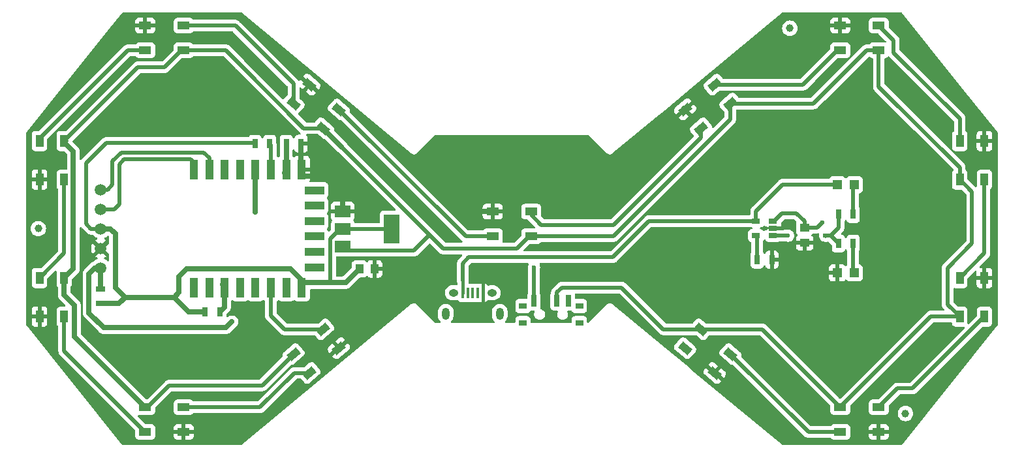
<source format=gtl>
G04 #@! TF.GenerationSoftware,KiCad,Pcbnew,7.0.2-0*
G04 #@! TF.CreationDate,2023-07-29T18:05:03-04:00*
G04 #@! TF.ProjectId,glowtie,676c6f77-7469-4652-9e6b-696361645f70,rev?*
G04 #@! TF.SameCoordinates,Original*
G04 #@! TF.FileFunction,Copper,L1,Top*
G04 #@! TF.FilePolarity,Positive*
%FSLAX46Y46*%
G04 Gerber Fmt 4.6, Leading zero omitted, Abs format (unit mm)*
G04 Created by KiCad (PCBNEW 7.0.2-0) date 2023-07-29 18:05:03*
%MOMM*%
%LPD*%
G01*
G04 APERTURE LIST*
G04 Aperture macros list*
%AMRotRect*
0 Rectangle, with rotation*
0 The origin of the aperture is its center*
0 $1 length*
0 $2 width*
0 $3 Rotation angle, in degrees counterclockwise*
0 Add horizontal line*
21,1,$1,$2,0,0,$3*%
G04 Aperture macros list end*
G04 #@! TA.AperFunction,SMDPad,CuDef*
%ADD10C,1.000000*%
G04 #@! TD*
G04 #@! TA.AperFunction,SMDPad,CuDef*
%ADD11RotRect,1.600000X1.000000X40.000000*%
G04 #@! TD*
G04 #@! TA.AperFunction,SMDPad,CuDef*
%ADD12R,1.600000X1.000000*%
G04 #@! TD*
G04 #@! TA.AperFunction,SMDPad,CuDef*
%ADD13R,1.000000X1.600000*%
G04 #@! TD*
G04 #@! TA.AperFunction,SMDPad,CuDef*
%ADD14RotRect,1.600000X1.000000X140.000000*%
G04 #@! TD*
G04 #@! TA.AperFunction,SMDPad,CuDef*
%ADD15RotRect,1.600000X1.000000X220.000000*%
G04 #@! TD*
G04 #@! TA.AperFunction,SMDPad,CuDef*
%ADD16R,1.000000X0.800000*%
G04 #@! TD*
G04 #@! TA.AperFunction,SMDPad,CuDef*
%ADD17R,0.700000X1.500000*%
G04 #@! TD*
G04 #@! TA.AperFunction,SMDPad,CuDef*
%ADD18RotRect,1.600000X1.000000X320.000000*%
G04 #@! TD*
G04 #@! TA.AperFunction,SMDPad,CuDef*
%ADD19R,1.100000X2.500000*%
G04 #@! TD*
G04 #@! TA.AperFunction,SMDPad,CuDef*
%ADD20R,2.500000X1.100000*%
G04 #@! TD*
G04 #@! TA.AperFunction,SMDPad,CuDef*
%ADD21R,1.060000X0.650000*%
G04 #@! TD*
G04 #@! TA.AperFunction,SMDPad,CuDef*
%ADD22R,1.000000X1.250000*%
G04 #@! TD*
G04 #@! TA.AperFunction,SMDPad,CuDef*
%ADD23R,1.250000X1.000000*%
G04 #@! TD*
G04 #@! TA.AperFunction,SMDPad,CuDef*
%ADD24R,1.200000X1.200000*%
G04 #@! TD*
G04 #@! TA.AperFunction,SMDPad,CuDef*
%ADD25R,0.400000X1.350000*%
G04 #@! TD*
G04 #@! TA.AperFunction,ComponentPad*
%ADD26O,1.000000X1.550000*%
G04 #@! TD*
G04 #@! TA.AperFunction,ComponentPad*
%ADD27O,1.250000X0.950000*%
G04 #@! TD*
G04 #@! TA.AperFunction,SMDPad,CuDef*
%ADD28R,0.700000X1.300000*%
G04 #@! TD*
G04 #@! TA.AperFunction,SMDPad,CuDef*
%ADD29R,1.300000X0.700000*%
G04 #@! TD*
G04 #@! TA.AperFunction,SMDPad,CuDef*
%ADD30C,1.500000*%
G04 #@! TD*
G04 #@! TA.AperFunction,SMDPad,CuDef*
%ADD31R,2.000000X1.500000*%
G04 #@! TD*
G04 #@! TA.AperFunction,SMDPad,CuDef*
%ADD32R,2.000000X3.800000*%
G04 #@! TD*
G04 #@! TA.AperFunction,ViaPad*
%ADD33C,0.600000*%
G04 #@! TD*
G04 #@! TA.AperFunction,Conductor*
%ADD34C,0.500000*%
G04 #@! TD*
G04 #@! TA.AperFunction,Conductor*
%ADD35C,0.635000*%
G04 #@! TD*
G04 #@! TA.AperFunction,Conductor*
%ADD36C,0.508000*%
G04 #@! TD*
G04 #@! TA.AperFunction,Conductor*
%ADD37C,0.254000*%
G04 #@! TD*
G04 #@! TA.AperFunction,Conductor*
%ADD38C,0.381000*%
G04 #@! TD*
G04 APERTURE END LIST*
D10*
X127250000Y-65250000D03*
X112250000Y-15250000D03*
X14750000Y-41250000D03*
D11*
X47856429Y-57531298D03*
X49913349Y-59982640D03*
X53743571Y-56768702D03*
X51686651Y-54317360D03*
D12*
X28615000Y-64440000D03*
X28615000Y-67640000D03*
X33615000Y-67640000D03*
X33615000Y-64440000D03*
D13*
X18110000Y-47665000D03*
X14910000Y-47665000D03*
X14910000Y-52665000D03*
X18110000Y-52665000D03*
X18110000Y-29885000D03*
X14910000Y-29885000D03*
X14910000Y-34885000D03*
X18110000Y-34885000D03*
D12*
X33615000Y-18110000D03*
X33615000Y-14910000D03*
X28615000Y-14910000D03*
X28615000Y-18110000D03*
D14*
X51686651Y-28232640D03*
X53743571Y-25781298D03*
X49913349Y-22567360D03*
X47856429Y-25018702D03*
D12*
X78700000Y-42240000D03*
X78700000Y-39040000D03*
X73700000Y-39040000D03*
X73700000Y-42240000D03*
D15*
X104543571Y-25018702D03*
X102486651Y-22567360D03*
X98656429Y-25781298D03*
X100713349Y-28232640D03*
D12*
X123785000Y-18110000D03*
X123785000Y-14910000D03*
X118785000Y-14910000D03*
X118785000Y-18110000D03*
D16*
X77630000Y-51290000D03*
X77630000Y-53500000D03*
X84930000Y-51290000D03*
X84930000Y-53500000D03*
D17*
X79030000Y-50640000D03*
X82030000Y-50640000D03*
X83530000Y-50640000D03*
D13*
X134290000Y-34885000D03*
X137490000Y-34885000D03*
X137490000Y-29885000D03*
X134290000Y-29885000D03*
X134290000Y-52665000D03*
X137490000Y-52665000D03*
X137490000Y-47665000D03*
X134290000Y-47665000D03*
D12*
X118785000Y-64440000D03*
X118785000Y-67640000D03*
X123785000Y-67640000D03*
X123785000Y-64440000D03*
D18*
X100713349Y-54317360D03*
X98656429Y-56768702D03*
X102486651Y-59982640D03*
X104543571Y-57531298D03*
D19*
X34925000Y-48960000D03*
X36925000Y-48960000D03*
X38925000Y-48960000D03*
X40925000Y-48960000D03*
X42925000Y-48960000D03*
X44925000Y-48960000D03*
X46925000Y-48960000D03*
X48925000Y-48960000D03*
X48925000Y-33560000D03*
X46925000Y-33560000D03*
X44925000Y-33560000D03*
X42925000Y-33560000D03*
X40925000Y-33560000D03*
X38925000Y-33560000D03*
X36925000Y-33560000D03*
X34925000Y-33560000D03*
D20*
X50625000Y-46270000D03*
X50625000Y-44270000D03*
X50625000Y-42270000D03*
X50625000Y-40270000D03*
X50625000Y-38270000D03*
X50625000Y-36270000D03*
D21*
X110066000Y-42161500D03*
X110066000Y-41211500D03*
X110066000Y-40261500D03*
X107866000Y-40261500D03*
X107866000Y-42161500D03*
D22*
X56404000Y-46482000D03*
X58404000Y-46482000D03*
D23*
X114173000Y-41100500D03*
X114173000Y-43100500D03*
D24*
X120607000Y-35560000D03*
X118407000Y-35560000D03*
X118407000Y-46990000D03*
X120607000Y-46990000D03*
D25*
X69820000Y-49577000D03*
X70470000Y-49577000D03*
X71120000Y-49577000D03*
X71770000Y-49577000D03*
X72420000Y-49577000D03*
D26*
X67620000Y-52277000D03*
D27*
X68620000Y-49577000D03*
X73620000Y-49577000D03*
D26*
X74620000Y-52277000D03*
D28*
X36388000Y-52070000D03*
X38288000Y-52070000D03*
X108016000Y-45275500D03*
X109916000Y-45275500D03*
X46929000Y-30226000D03*
X48829000Y-30226000D03*
D29*
X22860000Y-50988000D03*
X22860000Y-49088000D03*
D28*
X42865000Y-30226000D03*
X44765000Y-30226000D03*
X118557000Y-39370000D03*
X120457000Y-39370000D03*
X118557000Y-43180000D03*
X120457000Y-43180000D03*
D30*
X22860000Y-36195000D03*
X22860000Y-38735000D03*
X22860000Y-46355000D03*
X22860000Y-41275000D03*
X22860000Y-43815000D03*
D31*
X54250000Y-39000000D03*
X54250000Y-41300000D03*
D32*
X60550000Y-41300000D03*
D31*
X54250000Y-43600000D03*
D33*
X55250000Y-37250000D03*
X56500000Y-38750000D03*
X21500000Y-45000000D03*
X26750000Y-15500000D03*
X30750000Y-14750000D03*
X47250000Y-19500000D03*
X50000000Y-26250000D03*
X97750000Y-30250000D03*
X98750000Y-29500000D03*
X101000000Y-25500000D03*
X100250000Y-24500000D03*
X116750000Y-14750000D03*
X120750000Y-14750000D03*
X120000000Y-24000000D03*
X122750000Y-26500000D03*
X137000000Y-32000000D03*
X137000000Y-27750000D03*
X138250000Y-45750000D03*
X137000000Y-49750000D03*
X125750000Y-67250000D03*
X121750000Y-67500000D03*
X104250000Y-60750000D03*
X101250000Y-58500000D03*
X60000000Y-46500000D03*
X58500000Y-48250000D03*
X55250000Y-55500000D03*
X52250000Y-57750000D03*
X35500000Y-67750000D03*
X31750000Y-67750000D03*
X15500000Y-54500000D03*
X15000000Y-50750000D03*
X15000000Y-37000000D03*
X15000000Y-33000000D03*
X50250000Y-30250000D03*
X50500000Y-34000000D03*
X50500000Y-32750000D03*
X111500000Y-45000000D03*
X110000000Y-47000000D03*
X118250000Y-48750000D03*
X118250000Y-45250000D03*
X112500000Y-43750000D03*
X75750000Y-39000000D03*
X71750000Y-51250000D03*
X71750000Y-48000000D03*
X51816000Y-32639000D03*
X115951000Y-44132500D03*
X113030000Y-20574000D03*
X71501000Y-38989000D03*
X21590000Y-42545000D03*
X44450000Y-27051000D03*
X112014000Y-40576500D03*
X58600000Y-37900000D03*
X79057500Y-46291500D03*
X116459000Y-40449500D03*
X39878000Y-53340000D03*
X42926000Y-39116000D03*
X116840000Y-42164000D03*
X112014000Y-42164000D03*
D34*
X123785000Y-64440000D02*
X126225000Y-62000000D01*
X126225000Y-62000000D02*
X128155000Y-62000000D01*
X128155000Y-62000000D02*
X137490000Y-52665000D01*
D35*
X48925000Y-48260000D02*
X48925000Y-47925000D01*
X48925000Y-47925000D02*
X47500000Y-46500000D01*
X47500000Y-46500000D02*
X34018000Y-46500000D01*
X34018000Y-46500000D02*
X33020000Y-47498000D01*
X33020000Y-47498000D02*
X33020000Y-49530000D01*
X33020000Y-49530000D02*
X32385000Y-50165000D01*
X50083000Y-34417000D02*
X49082000Y-34417000D01*
X50500000Y-34000000D02*
X50083000Y-34417000D01*
X50917000Y-34417000D02*
X50500000Y-34000000D01*
X51816000Y-34417000D02*
X50917000Y-34417000D01*
X49082000Y-34417000D02*
X48925000Y-34260000D01*
D36*
X98425000Y-25549869D02*
X98656429Y-25781298D01*
D35*
X48829000Y-34164000D02*
X48925000Y-34260000D01*
X73649000Y-38989000D02*
X73700000Y-39040000D01*
D37*
X72420000Y-50643000D02*
X72420000Y-49577000D01*
D36*
X111379000Y-41211500D02*
X112014000Y-40576500D01*
D35*
X73649000Y-38989000D02*
X71501000Y-38989000D01*
X51816000Y-34417000D02*
X54250000Y-36851000D01*
X54250000Y-36851000D02*
X54250000Y-39000000D01*
D34*
X14910000Y-34885000D02*
X14910000Y-35255000D01*
D38*
X72420000Y-49577000D02*
X72420000Y-47934400D01*
X72420000Y-47934400D02*
X72415400Y-47929800D01*
D35*
X48829000Y-30226000D02*
X48829000Y-34164000D01*
D38*
X72420000Y-49577000D02*
X72420000Y-51147500D01*
D34*
X137490000Y-47665000D02*
X137755000Y-47665000D01*
X49913349Y-22567360D02*
X49872360Y-22567360D01*
D36*
X110066000Y-41211500D02*
X111379000Y-41211500D01*
X51816000Y-34417000D02*
X51816000Y-32639000D01*
D35*
X32385000Y-50165000D02*
X26035000Y-50165000D01*
X26035000Y-50165000D02*
X24765000Y-48895000D01*
X24765000Y-48895000D02*
X24765000Y-41910000D01*
X24765000Y-41910000D02*
X24130000Y-41275000D01*
X24130000Y-41275000D02*
X22860000Y-41275000D01*
D36*
X21590000Y-41275000D02*
X20955000Y-40640000D01*
X20955000Y-40640000D02*
X20955000Y-32766000D01*
X20955000Y-32766000D02*
X23622000Y-30099000D01*
X23622000Y-30099000D02*
X41148000Y-30099000D01*
X42738000Y-30099000D02*
X42865000Y-30226000D01*
D35*
X34290000Y-52070000D02*
X32385000Y-50165000D01*
X25212000Y-50988000D02*
X26035000Y-50165000D01*
D34*
X52600000Y-48260000D02*
X53100000Y-48260000D01*
X53900000Y-41300000D02*
X52600000Y-42600000D01*
X54250000Y-41300000D02*
X60550000Y-41300000D01*
D35*
X54626000Y-48260000D02*
X56404000Y-46482000D01*
X53100000Y-48260000D02*
X54626000Y-48260000D01*
X36388000Y-52070000D02*
X34290000Y-52070000D01*
D34*
X52600000Y-42600000D02*
X52600000Y-48260000D01*
D36*
X21590000Y-41275000D02*
X22860000Y-41275000D01*
D35*
X48925000Y-48260000D02*
X53100000Y-48260000D01*
X22860000Y-50988000D02*
X25212000Y-50988000D01*
D34*
X54250000Y-41300000D02*
X53900000Y-41300000D01*
D36*
X42738000Y-30099000D02*
X41148000Y-30099000D01*
X116459000Y-40449500D02*
X115808000Y-41100500D01*
X114173000Y-41100500D02*
X115808000Y-41100500D01*
X79030000Y-50640000D02*
X79030000Y-48859000D01*
X79030000Y-46319000D02*
X79057500Y-46291500D01*
X110233500Y-40261500D02*
X111252000Y-39243000D01*
X111252000Y-39243000D02*
X113093500Y-39243000D01*
X113093500Y-39243000D02*
X114173000Y-40322500D01*
X114173000Y-40322500D02*
X114173000Y-41100500D01*
X110066000Y-40261500D02*
X110233500Y-40261500D01*
X79030000Y-48859000D02*
X79030000Y-46319000D01*
X86614000Y-44958000D02*
X86741000Y-44958000D01*
X93977500Y-40261500D02*
X89281000Y-44958000D01*
X107866000Y-40261500D02*
X107866000Y-39009500D01*
X111315500Y-35560000D02*
X118407000Y-35560000D01*
X107866000Y-40261500D02*
X93977500Y-40261500D01*
D37*
X69820000Y-47752000D02*
X69820000Y-47036000D01*
D38*
X69820000Y-49577000D02*
X69820000Y-47752000D01*
D37*
X69820000Y-48006000D02*
X69820000Y-47752000D01*
D36*
X70612000Y-44958000D02*
X69820000Y-45750000D01*
D37*
X69820000Y-49577000D02*
X69820000Y-48006000D01*
D36*
X107866000Y-39009500D02*
X111315500Y-35560000D01*
X86614000Y-44958000D02*
X89281000Y-44958000D01*
X69820000Y-45750000D02*
X69820000Y-48006000D01*
X86614000Y-44958000D02*
X70612000Y-44958000D01*
X120457000Y-39370000D02*
X120457000Y-35710000D01*
X120457000Y-35710000D02*
X120607000Y-35560000D01*
X120457000Y-43815000D02*
X120457000Y-46840000D01*
X120457000Y-46840000D02*
X120607000Y-46990000D01*
D37*
X36925000Y-32480000D02*
X36925000Y-34260000D01*
D36*
X23749000Y-36195000D02*
X24384000Y-35560000D01*
X24384000Y-35560000D02*
X24384000Y-32512000D01*
X24384000Y-32512000D02*
X25527000Y-31369000D01*
X25527000Y-31369000D02*
X36195000Y-31369000D01*
X36195000Y-31369000D02*
X36925000Y-32099000D01*
X36925000Y-32099000D02*
X36925000Y-34260000D01*
D37*
X36925000Y-34260000D02*
X36925000Y-32861000D01*
D36*
X22860000Y-36195000D02*
X23749000Y-36195000D01*
X24638000Y-38735000D02*
X25273000Y-38100000D01*
X25273000Y-38100000D02*
X25273000Y-32893000D01*
X25273000Y-32893000D02*
X25908000Y-32258000D01*
X25908000Y-32258000D02*
X33274000Y-32258000D01*
X34925000Y-33909000D02*
X34925000Y-34260000D01*
X34544000Y-32258000D02*
X34925000Y-32639000D01*
X34925000Y-32639000D02*
X34925000Y-34260000D01*
X33274000Y-32258000D02*
X34544000Y-32258000D01*
D37*
X22860000Y-38735000D02*
X22225000Y-38735000D01*
D36*
X22860000Y-38735000D02*
X24638000Y-38735000D01*
D37*
X34925000Y-34260000D02*
X34925000Y-33655000D01*
D35*
X22098000Y-46355000D02*
X21336000Y-47117000D01*
X21336000Y-47117000D02*
X21336000Y-52197000D01*
X23241000Y-54102000D02*
X39116000Y-54102000D01*
X39116000Y-54102000D02*
X39878000Y-53340000D01*
X42926000Y-39116000D02*
X42925000Y-39115000D01*
X42925000Y-39115000D02*
X42925000Y-34260000D01*
X21336000Y-52197000D02*
X23241000Y-54102000D01*
X22860000Y-49088000D02*
X22860000Y-46355000D01*
X22860000Y-46355000D02*
X22098000Y-46355000D01*
D34*
X42925000Y-34260000D02*
X42925000Y-32765000D01*
D37*
X22860000Y-46355000D02*
X22225000Y-46355000D01*
D34*
X43510000Y-64440000D02*
X47967360Y-59982640D01*
X47967360Y-59982640D02*
X49913349Y-59982640D01*
X33615000Y-64440000D02*
X43510000Y-64440000D01*
X18110000Y-57135000D02*
X28615000Y-67640000D01*
X18110000Y-52665000D02*
X18110000Y-57135000D01*
X18110000Y-44465000D02*
X14910000Y-47665000D01*
X18110000Y-34885000D02*
X18110000Y-44465000D01*
X14910000Y-29540000D02*
X26340000Y-18110000D01*
X26340000Y-18110000D02*
X28615000Y-18110000D01*
X14910000Y-29885000D02*
X14910000Y-29540000D01*
X47856429Y-22456429D02*
X40310000Y-14910000D01*
X40310000Y-14910000D02*
X33615000Y-14910000D01*
X47856429Y-25018702D02*
X47856429Y-22456429D01*
X70202273Y-42240000D02*
X53743571Y-25781298D01*
X73700000Y-42240000D02*
X70202273Y-42240000D01*
D36*
X78700000Y-39457000D02*
X80010000Y-40767000D01*
X80010000Y-40767000D02*
X89408000Y-40767000D01*
X89408000Y-40767000D02*
X100713349Y-29461651D01*
X100713349Y-29461651D02*
X100713349Y-28232640D01*
X78700000Y-39040000D02*
X78700000Y-39457000D01*
D34*
X118415000Y-18110000D02*
X114935000Y-21590000D01*
X113957640Y-22567360D02*
X114935000Y-21590000D01*
X114935000Y-21590000D02*
X114592640Y-21932360D01*
X118785000Y-18110000D02*
X118415000Y-18110000D01*
X102486651Y-22567360D02*
X113957640Y-22567360D01*
X134290000Y-26975000D02*
X125730000Y-18415000D01*
X125730000Y-18415000D02*
X125730000Y-16855000D01*
X125730000Y-16855000D02*
X123785000Y-14910000D01*
X134290000Y-29885000D02*
X134290000Y-26975000D01*
X108662360Y-54317360D02*
X118785000Y-64440000D01*
X134290000Y-33325000D02*
X123785000Y-22820000D01*
X123785000Y-22820000D02*
X123785000Y-18110000D01*
X122225000Y-18110000D02*
X116205000Y-24130000D01*
X78410000Y-42240000D02*
X76835000Y-43815000D01*
X76835000Y-43815000D02*
X67269011Y-43815000D01*
X67269011Y-43815000D02*
X54102000Y-30647989D01*
X49187640Y-28232640D02*
X40957500Y-20002500D01*
X39065000Y-18110000D02*
X33615000Y-18110000D01*
X33325000Y-18110000D02*
X31115000Y-20320000D01*
X31115000Y-20320000D02*
X27675000Y-20320000D01*
X27675000Y-20320000D02*
X18110000Y-29885000D01*
X28905000Y-64440000D02*
X31750000Y-61595000D01*
X31750000Y-61595000D02*
X39370000Y-61595000D01*
X43792727Y-61595000D02*
X47856429Y-57531298D01*
X39370000Y-61595000D02*
X43792727Y-61595000D01*
X40957500Y-20002500D02*
X39065000Y-18110000D01*
X47507727Y-57880000D02*
X47856429Y-57531298D01*
X108585000Y-54317360D02*
X108662360Y-54317360D01*
X132715000Y-50800000D02*
X132715000Y-46355000D01*
X132715000Y-46355000D02*
X135890000Y-43180000D01*
X135890000Y-43180000D02*
X135890000Y-36485000D01*
X134290000Y-34885000D02*
X135890000Y-36485000D01*
X115316298Y-25018702D02*
X116205000Y-24130000D01*
X116205000Y-24130000D02*
X115951298Y-24383702D01*
D35*
X18110000Y-30048000D02*
X19304000Y-31242000D01*
X19304000Y-31242000D02*
X19304000Y-46471000D01*
X19304000Y-46471000D02*
X18110000Y-47665000D01*
X18110000Y-49860000D02*
X19431000Y-51181000D01*
X19431000Y-51181000D02*
X19431000Y-55256000D01*
X19431000Y-55256000D02*
X28615000Y-64440000D01*
D36*
X82030000Y-49542000D02*
X82677000Y-48895000D01*
X82677000Y-48895000D02*
X90424000Y-48895000D01*
X90424000Y-48895000D02*
X95846360Y-54317360D01*
X95846360Y-54317360D02*
X100713349Y-54317360D01*
X89332000Y-42240000D02*
X101536500Y-30035500D01*
X101536500Y-30035500D02*
X101600000Y-29972000D01*
X104521000Y-27051000D02*
X104521000Y-25041273D01*
X104521000Y-25041273D02*
X104543571Y-25018702D01*
X132715000Y-51090000D02*
X134290000Y-52665000D01*
X130560000Y-52665000D02*
X118785000Y-64440000D01*
D34*
X33615000Y-18110000D02*
X33325000Y-18110000D01*
D36*
X134290000Y-52665000D02*
X130560000Y-52665000D01*
D34*
X104543571Y-25018702D02*
X115316298Y-25018702D01*
X118785000Y-64440000D02*
X119075000Y-64440000D01*
D35*
X51686651Y-28232640D02*
X54102000Y-30647989D01*
D34*
X78700000Y-42240000D02*
X78410000Y-42240000D01*
D36*
X78700000Y-42240000D02*
X89332000Y-42240000D01*
D34*
X28615000Y-64440000D02*
X28905000Y-64440000D01*
D36*
X82030000Y-50640000D02*
X82030000Y-49542000D01*
D34*
X51686651Y-28232640D02*
X49187640Y-28232640D01*
X100713349Y-54317360D02*
X108585000Y-54317360D01*
X18110000Y-29885000D02*
X18455000Y-29885000D01*
X54750000Y-44100000D02*
X63500000Y-44100000D01*
X134290000Y-34885000D02*
X134290000Y-33325000D01*
X54250000Y-43600000D02*
X54750000Y-44100000D01*
D36*
X132715000Y-50800000D02*
X132715000Y-51090000D01*
D35*
X18110000Y-29885000D02*
X18110000Y-30048000D01*
D34*
X63500000Y-44100000D02*
X65527006Y-42072994D01*
X18110000Y-47665000D02*
X18110000Y-48590000D01*
D36*
X101536500Y-30035500D02*
X104521000Y-27051000D01*
D34*
X123785000Y-18110000D02*
X122225000Y-18110000D01*
X18110000Y-47665000D02*
X18375000Y-47665000D01*
D35*
X18110000Y-47665000D02*
X18110000Y-49860000D01*
D34*
X137490000Y-34885000D02*
X137490000Y-40945000D01*
X137490000Y-44465000D02*
X134290000Y-47665000D01*
X137490000Y-40945000D02*
X137490000Y-44465000D01*
X46697360Y-54317360D02*
X44925000Y-52545000D01*
X44925000Y-52545000D02*
X44925000Y-48260000D01*
X51686651Y-54317360D02*
X46697360Y-54317360D01*
X114652273Y-67640000D02*
X104543571Y-57531298D01*
X118785000Y-67640000D02*
X114652273Y-67640000D01*
X38735000Y-48450000D02*
X38925000Y-48260000D01*
D35*
X38688000Y-48497000D02*
X38925000Y-48260000D01*
X38925000Y-51433000D02*
X38288000Y-52070000D01*
X38925000Y-48260000D02*
X38925000Y-51433000D01*
D37*
X38088000Y-52070000D02*
X38100000Y-52070000D01*
D36*
X108016000Y-42311500D02*
X107866000Y-42161500D01*
X108016000Y-45275500D02*
X108016000Y-42311500D01*
D35*
X46656000Y-33991000D02*
X46925000Y-34260000D01*
X46925000Y-30230000D02*
X46929000Y-30226000D01*
X46925000Y-34260000D02*
X46925000Y-30230000D01*
X44784000Y-34119000D02*
X44925000Y-34260000D01*
D36*
X44925000Y-30386000D02*
X44765000Y-30226000D01*
X44925000Y-34260000D02*
X44925000Y-30386000D01*
D34*
X44925000Y-34260000D02*
X44925000Y-32860000D01*
D36*
X112011500Y-42161500D02*
X112014000Y-42164000D01*
X116840000Y-42164000D02*
X116903500Y-42227500D01*
X116840000Y-42164000D02*
X116906000Y-42164000D01*
X117541000Y-42164000D02*
X118557000Y-43180000D01*
X110066000Y-42161500D02*
X112011500Y-42161500D01*
X117541000Y-42164000D02*
X118557000Y-41148000D01*
X116840000Y-42164000D02*
X117541000Y-42164000D01*
X118557000Y-41148000D02*
X118557000Y-39370000D01*
G04 #@! TA.AperFunction,Conductor*
G36*
X38770063Y-18880502D02*
G01*
X38791037Y-18897405D01*
X40355961Y-20462328D01*
X40355970Y-20462339D01*
X48611801Y-28718168D01*
X48623773Y-28732020D01*
X48638030Y-28751171D01*
X48675910Y-28782955D01*
X48684015Y-28790382D01*
X48687864Y-28794231D01*
X48690742Y-28796507D01*
X48690747Y-28796511D01*
X48712168Y-28813449D01*
X48715008Y-28815763D01*
X48750422Y-28845479D01*
X48789749Y-28904588D01*
X48790875Y-28975576D01*
X48753444Y-29035903D01*
X48689339Y-29066417D01*
X48669431Y-29068000D01*
X48433777Y-29068000D01*
X48427063Y-29068359D01*
X48369906Y-29074505D01*
X48233037Y-29125554D01*
X48116095Y-29213095D01*
X48028552Y-29330039D01*
X47993052Y-29425219D01*
X47950505Y-29482055D01*
X47883985Y-29506865D01*
X47814611Y-29491773D01*
X47764409Y-29441571D01*
X47756943Y-29425224D01*
X47722796Y-29333669D01*
X47690498Y-29290524D01*
X47636546Y-29218453D01*
X47521331Y-29132204D01*
X47468247Y-29112405D01*
X47386483Y-29081909D01*
X47379402Y-29081147D01*
X47330219Y-29075859D01*
X47330205Y-29075858D01*
X47326873Y-29075500D01*
X47323505Y-29075500D01*
X46534497Y-29075500D01*
X46534478Y-29075500D01*
X46531128Y-29075501D01*
X46527785Y-29075860D01*
X46527773Y-29075861D01*
X46471518Y-29081908D01*
X46336668Y-29132204D01*
X46221453Y-29218453D01*
X46135204Y-29333668D01*
X46084909Y-29468517D01*
X46078859Y-29524780D01*
X46078858Y-29524795D01*
X46078500Y-29528127D01*
X46078500Y-29531493D01*
X46078500Y-29531494D01*
X46078500Y-30920503D01*
X46078500Y-30920521D01*
X46078501Y-30923872D01*
X46078860Y-30927215D01*
X46078861Y-30927226D01*
X46084908Y-30983481D01*
X46099056Y-31021413D01*
X46107000Y-31065445D01*
X46107000Y-31822349D01*
X46086998Y-31890470D01*
X46056510Y-31923216D01*
X46002952Y-31963310D01*
X46000581Y-31960143D01*
X45969013Y-31983767D01*
X45898196Y-31988820D01*
X45848339Y-31961585D01*
X45847049Y-31963310D01*
X45729990Y-31875680D01*
X45687443Y-31818844D01*
X45679499Y-31774817D01*
X45679499Y-30450137D01*
X45680830Y-30431873D01*
X45684314Y-30408093D01*
X45679979Y-30358539D01*
X45679500Y-30347559D01*
X45679500Y-30345727D01*
X45679500Y-30342059D01*
X45675877Y-30311072D01*
X45675516Y-30307532D01*
X45668943Y-30232388D01*
X45668942Y-30232386D01*
X45668822Y-30231009D01*
X45664634Y-30212118D01*
X45638382Y-30139992D01*
X45637179Y-30136530D01*
X45621895Y-30090406D01*
X45615499Y-30050773D01*
X45615499Y-29531496D01*
X45615499Y-29531494D01*
X45615499Y-29528128D01*
X45609091Y-29468517D01*
X45558796Y-29333669D01*
X45526498Y-29290524D01*
X45472546Y-29218453D01*
X45357331Y-29132204D01*
X45304247Y-29112405D01*
X45222483Y-29081909D01*
X45215402Y-29081147D01*
X45166219Y-29075859D01*
X45166205Y-29075858D01*
X45162873Y-29075500D01*
X45159505Y-29075500D01*
X44370497Y-29075500D01*
X44370478Y-29075500D01*
X44367128Y-29075501D01*
X44363785Y-29075860D01*
X44363773Y-29075861D01*
X44307518Y-29081908D01*
X44172668Y-29132204D01*
X44057453Y-29218453D01*
X43971204Y-29333668D01*
X43933056Y-29435949D01*
X43890509Y-29492785D01*
X43823989Y-29517596D01*
X43754615Y-29502505D01*
X43704413Y-29452303D01*
X43696944Y-29435949D01*
X43692942Y-29425218D01*
X43658796Y-29333669D01*
X43626498Y-29290524D01*
X43572546Y-29218453D01*
X43457331Y-29132204D01*
X43404247Y-29112405D01*
X43322483Y-29081909D01*
X43315402Y-29081147D01*
X43266219Y-29075859D01*
X43266205Y-29075858D01*
X43262873Y-29075500D01*
X43259505Y-29075500D01*
X42470497Y-29075500D01*
X42470478Y-29075500D01*
X42467128Y-29075501D01*
X42463785Y-29075860D01*
X42463773Y-29075861D01*
X42407518Y-29081908D01*
X42272668Y-29132204D01*
X42157453Y-29218453D01*
X42100893Y-29294009D01*
X42044057Y-29336556D01*
X42000025Y-29344500D01*
X23686147Y-29344500D01*
X23667887Y-29343170D01*
X23644095Y-29339685D01*
X23644094Y-29339685D01*
X23594531Y-29344021D01*
X23583552Y-29344500D01*
X23578059Y-29344500D01*
X23574423Y-29344924D01*
X23574420Y-29344925D01*
X23565239Y-29345997D01*
X23547113Y-29348115D01*
X23543504Y-29348484D01*
X23467025Y-29355175D01*
X23448112Y-29359368D01*
X23375984Y-29385620D01*
X23372526Y-29386822D01*
X23299659Y-29410968D01*
X23282219Y-29419411D01*
X23218070Y-29461602D01*
X23214982Y-29463569D01*
X23149684Y-29503846D01*
X23134655Y-29516088D01*
X23081979Y-29571921D01*
X23079426Y-29574548D01*
X20466845Y-32187129D01*
X20452995Y-32199099D01*
X20433705Y-32213460D01*
X20401727Y-32251569D01*
X20394326Y-32259648D01*
X20393016Y-32260958D01*
X20393002Y-32260973D01*
X20390417Y-32263559D01*
X20388148Y-32266428D01*
X20388144Y-32266433D01*
X20371114Y-32287970D01*
X20368804Y-32290806D01*
X20344523Y-32319744D01*
X20285414Y-32359071D01*
X20214426Y-32360199D01*
X20154098Y-32322769D01*
X20123583Y-32258664D01*
X20122000Y-32238754D01*
X20122000Y-31149835D01*
X20122000Y-31149834D01*
X20113283Y-31111648D01*
X20110921Y-31097742D01*
X20106537Y-31058826D01*
X20093602Y-31021863D01*
X20089695Y-31008303D01*
X20080982Y-30970122D01*
X20063994Y-30934848D01*
X20058586Y-30921790D01*
X20045657Y-30884839D01*
X20039067Y-30874352D01*
X20024823Y-30851682D01*
X20017988Y-30839315D01*
X20001003Y-30804043D01*
X19976592Y-30773434D01*
X19968415Y-30761909D01*
X19952273Y-30736219D01*
X19947585Y-30728758D01*
X19817242Y-30598415D01*
X19817241Y-30598414D01*
X19808419Y-30589592D01*
X19808418Y-30589592D01*
X19241085Y-30022259D01*
X19207059Y-29959947D01*
X19204393Y-29925839D01*
X19206173Y-29895271D01*
X19230101Y-29828429D01*
X19242859Y-29813507D01*
X27948962Y-21107405D01*
X28011275Y-21073379D01*
X28038058Y-21070500D01*
X31051147Y-21070500D01*
X31069407Y-21071830D01*
X31075743Y-21072757D01*
X31093023Y-21075289D01*
X31142288Y-21070979D01*
X31153269Y-21070500D01*
X31155041Y-21070500D01*
X31158709Y-21070500D01*
X31189494Y-21066901D01*
X31193068Y-21066536D01*
X31267797Y-21059999D01*
X31267800Y-21059997D01*
X31269216Y-21059874D01*
X31287913Y-21055729D01*
X31289253Y-21055241D01*
X31289255Y-21055241D01*
X31359704Y-21029599D01*
X31363142Y-21028405D01*
X31410953Y-21012561D01*
X31434334Y-21004814D01*
X31434335Y-21004813D01*
X31435679Y-21004368D01*
X31452929Y-20996017D01*
X31454112Y-20995238D01*
X31454117Y-20995237D01*
X31516811Y-20954001D01*
X31519786Y-20952106D01*
X31583656Y-20912712D01*
X31583659Y-20912708D01*
X31584870Y-20911962D01*
X31599718Y-20899866D01*
X31600694Y-20898831D01*
X31600696Y-20898830D01*
X31652151Y-20844289D01*
X31654670Y-20841696D01*
X33348963Y-19147404D01*
X33411275Y-19113378D01*
X33438058Y-19110499D01*
X34459503Y-19110499D01*
X34462872Y-19110499D01*
X34522483Y-19104091D01*
X34657331Y-19053796D01*
X34772546Y-18967546D01*
X34803606Y-18926056D01*
X34814885Y-18910990D01*
X34871721Y-18868444D01*
X34915752Y-18860500D01*
X38701942Y-18860500D01*
X38770063Y-18880502D01*
G37*
G04 #@! TD.AperFunction*
G04 #@! TA.AperFunction,Conductor*
G36*
X51046823Y-29003142D02*
G01*
X51059689Y-29012615D01*
X51294933Y-29210008D01*
X51678064Y-29531494D01*
X51693050Y-29544068D01*
X51742834Y-29577477D01*
X51878462Y-29625627D01*
X51895535Y-29631688D01*
X51895430Y-29631981D01*
X51944264Y-29649317D01*
X51959460Y-29662276D01*
X53556070Y-31258885D01*
X53664044Y-31344992D01*
X53786708Y-31404064D01*
X53821133Y-31428490D01*
X61077048Y-38684405D01*
X61111074Y-38746717D01*
X61106009Y-38817532D01*
X61063462Y-38874368D01*
X60996942Y-38899179D01*
X60987953Y-38899500D01*
X59505496Y-38899500D01*
X59505477Y-38899500D01*
X59502128Y-38899501D01*
X59498785Y-38899860D01*
X59498773Y-38899861D01*
X59442518Y-38905908D01*
X59307668Y-38956204D01*
X59192453Y-39042453D01*
X59106204Y-39157668D01*
X59055909Y-39292517D01*
X59049859Y-39348780D01*
X59049858Y-39348795D01*
X59049500Y-39352127D01*
X59049500Y-39355493D01*
X59049500Y-39355494D01*
X59049500Y-40423500D01*
X59029498Y-40491621D01*
X58975842Y-40538114D01*
X58923500Y-40549500D01*
X55868773Y-40549500D01*
X55800652Y-40529498D01*
X55754159Y-40475842D01*
X55747592Y-40451905D01*
X55742100Y-40437181D01*
X55693796Y-40307669D01*
X55636974Y-40231765D01*
X55612164Y-40165247D01*
X55627255Y-40095872D01*
X55636975Y-40080747D01*
X55700446Y-39995960D01*
X55751494Y-39859093D01*
X55757640Y-39801936D01*
X55758000Y-39795222D01*
X55758000Y-39254000D01*
X52742000Y-39254000D01*
X52742000Y-39795222D01*
X52742359Y-39801936D01*
X52748505Y-39859093D01*
X52799554Y-39995962D01*
X52863024Y-40080748D01*
X52887835Y-40147268D01*
X52872744Y-40216642D01*
X52863024Y-40231766D01*
X52806204Y-40307668D01*
X52755909Y-40442517D01*
X52749859Y-40498780D01*
X52749858Y-40498795D01*
X52749500Y-40502127D01*
X52749500Y-40505494D01*
X52749500Y-41336940D01*
X52729498Y-41405061D01*
X52712595Y-41426036D01*
X52550382Y-41588248D01*
X52488070Y-41622273D01*
X52417254Y-41617208D01*
X52360419Y-41574661D01*
X52343231Y-41543183D01*
X52334466Y-41519684D01*
X52318796Y-41477669D01*
X52300026Y-41452595D01*
X52221690Y-41347951D01*
X52224856Y-41345580D01*
X52201245Y-41314048D01*
X52196171Y-41243233D01*
X52223408Y-41193335D01*
X52221690Y-41192049D01*
X52288445Y-41102874D01*
X52318796Y-41062331D01*
X52369091Y-40927483D01*
X52375500Y-40867873D01*
X52375499Y-39672128D01*
X52369091Y-39612517D01*
X52318796Y-39477669D01*
X52287008Y-39435206D01*
X52221690Y-39347951D01*
X52224856Y-39345580D01*
X52201245Y-39314048D01*
X52196171Y-39243233D01*
X52223408Y-39193335D01*
X52221690Y-39192049D01*
X52269054Y-39128777D01*
X52318796Y-39062331D01*
X52369091Y-38927483D01*
X52375500Y-38867873D01*
X52375500Y-38746000D01*
X52742000Y-38746000D01*
X53996000Y-38746000D01*
X53996000Y-37742000D01*
X54504000Y-37742000D01*
X54504000Y-38746000D01*
X55758000Y-38746000D01*
X55758000Y-38204777D01*
X55757640Y-38198063D01*
X55751494Y-38140906D01*
X55700445Y-38004037D01*
X55612904Y-37887095D01*
X55495962Y-37799554D01*
X55359093Y-37748505D01*
X55301936Y-37742359D01*
X55295223Y-37742000D01*
X54504000Y-37742000D01*
X53996000Y-37742000D01*
X53204777Y-37742000D01*
X53198063Y-37742359D01*
X53140906Y-37748505D01*
X53004037Y-37799554D01*
X52887095Y-37887095D01*
X52799554Y-38004037D01*
X52748505Y-38140906D01*
X52742359Y-38198063D01*
X52742000Y-38204777D01*
X52742000Y-38746000D01*
X52375500Y-38746000D01*
X52375499Y-37672128D01*
X52369091Y-37612517D01*
X52318796Y-37477669D01*
X52258948Y-37397722D01*
X52221690Y-37347951D01*
X52224856Y-37345580D01*
X52201245Y-37314048D01*
X52196171Y-37243233D01*
X52223408Y-37193335D01*
X52221690Y-37192049D01*
X52277746Y-37117166D01*
X52318796Y-37062331D01*
X52369091Y-36927483D01*
X52375500Y-36867873D01*
X52375499Y-35672128D01*
X52369091Y-35612517D01*
X52318796Y-35477669D01*
X52257625Y-35395955D01*
X52232546Y-35362453D01*
X52117331Y-35276204D01*
X52117331Y-35276203D01*
X51982483Y-35225909D01*
X51975402Y-35225147D01*
X51926219Y-35219859D01*
X51926205Y-35219858D01*
X51922873Y-35219500D01*
X51919506Y-35219500D01*
X50045924Y-35219500D01*
X49977803Y-35199498D01*
X49931310Y-35145842D01*
X49921206Y-35075568D01*
X49927868Y-35049468D01*
X49976494Y-34919093D01*
X49982640Y-34861936D01*
X49983000Y-34855222D01*
X49983000Y-33814000D01*
X48797000Y-33814000D01*
X48728879Y-33793998D01*
X48682386Y-33740342D01*
X48671000Y-33688000D01*
X48671000Y-31802000D01*
X49179000Y-31802000D01*
X49179000Y-33306000D01*
X49983000Y-33306000D01*
X49983000Y-32264777D01*
X49982640Y-32258063D01*
X49976494Y-32200906D01*
X49925445Y-32064037D01*
X49837904Y-31947095D01*
X49720962Y-31859554D01*
X49584093Y-31808505D01*
X49526936Y-31802359D01*
X49520223Y-31802000D01*
X49179000Y-31802000D01*
X48671000Y-31802000D01*
X48329777Y-31802000D01*
X48323063Y-31802359D01*
X48265906Y-31808505D01*
X48129037Y-31859554D01*
X47997593Y-31957952D01*
X47995210Y-31954769D01*
X47963691Y-31978355D01*
X47892875Y-31983405D01*
X47844174Y-31961158D01*
X47793491Y-31923217D01*
X47750944Y-31866381D01*
X47743000Y-31822349D01*
X47743000Y-31086893D01*
X47750941Y-31042868D01*
X47756941Y-31026781D01*
X47799483Y-30969948D01*
X47866002Y-30945133D01*
X47935377Y-30960221D01*
X47985582Y-31010421D01*
X47993053Y-31026780D01*
X48028554Y-31121962D01*
X48116095Y-31238904D01*
X48233037Y-31326445D01*
X48369906Y-31377494D01*
X48427063Y-31383640D01*
X48433777Y-31384000D01*
X48575000Y-31384000D01*
X48575000Y-30480000D01*
X49083000Y-30480000D01*
X49083000Y-31384000D01*
X49224223Y-31384000D01*
X49230936Y-31383640D01*
X49288093Y-31377494D01*
X49424962Y-31326445D01*
X49541904Y-31238904D01*
X49629445Y-31121962D01*
X49680494Y-30985093D01*
X49686640Y-30927936D01*
X49687000Y-30921222D01*
X49687000Y-30480000D01*
X49083000Y-30480000D01*
X48575000Y-30480000D01*
X48575000Y-30098000D01*
X48595002Y-30029879D01*
X48648658Y-29983386D01*
X48701000Y-29972000D01*
X49687000Y-29972000D01*
X49687000Y-29530777D01*
X49686640Y-29524063D01*
X49680494Y-29466906D01*
X49629445Y-29330037D01*
X49541904Y-29213095D01*
X49537780Y-29210008D01*
X49495233Y-29153172D01*
X49490168Y-29082357D01*
X49524194Y-29020045D01*
X49586506Y-28986019D01*
X49613289Y-28983140D01*
X50978702Y-28983140D01*
X51046823Y-29003142D01*
G37*
G04 #@! TD.AperFunction*
G04 #@! TA.AperFunction,Conductor*
G36*
X108991095Y-40866892D02*
G01*
X109025120Y-40929204D01*
X109028000Y-40955988D01*
X109028000Y-40957500D01*
X109154488Y-40957500D01*
X109222609Y-40977502D01*
X109229997Y-40982632D01*
X109274572Y-41016000D01*
X109293669Y-41030296D01*
X109428517Y-41080591D01*
X109480897Y-41086222D01*
X109546488Y-41113391D01*
X109586979Y-41171709D01*
X109589513Y-41242661D01*
X109553286Y-41303719D01*
X109489799Y-41335498D01*
X109480894Y-41336778D01*
X109428518Y-41342408D01*
X109293668Y-41392704D01*
X109229997Y-41440368D01*
X109163477Y-41465179D01*
X109154488Y-41465500D01*
X109028000Y-41465500D01*
X109028000Y-41467011D01*
X109007998Y-41535132D01*
X108954342Y-41581625D01*
X108884068Y-41591729D01*
X108819488Y-41562235D01*
X108801132Y-41542520D01*
X108753546Y-41478953D01*
X108638331Y-41392704D01*
X108610849Y-41382454D01*
X108503483Y-41342409D01*
X108484732Y-41340393D01*
X108451102Y-41336777D01*
X108385510Y-41309607D01*
X108345019Y-41251288D01*
X108342486Y-41180337D01*
X108378715Y-41119279D01*
X108442202Y-41087501D01*
X108451099Y-41086222D01*
X108503483Y-41080591D01*
X108638331Y-41030296D01*
X108753546Y-40944046D01*
X108801132Y-40880478D01*
X108857967Y-40837933D01*
X108928783Y-40832867D01*
X108991095Y-40866892D01*
G37*
G04 #@! TD.AperFunction*
G04 #@! TA.AperFunction,Conductor*
G36*
X41117294Y-13220502D02*
G01*
X41129563Y-13229477D01*
X63158110Y-31481702D01*
X63166815Y-31489630D01*
X63196975Y-31519790D01*
X63246567Y-31546869D01*
X63251936Y-31549974D01*
X63300151Y-31579478D01*
X63300152Y-31579478D01*
X63301600Y-31580364D01*
X63321630Y-31588403D01*
X63323290Y-31588764D01*
X63323294Y-31588766D01*
X63378534Y-31600782D01*
X63384568Y-31602252D01*
X63440747Y-31617409D01*
X63462237Y-31619479D01*
X63463923Y-31619358D01*
X63463927Y-31619359D01*
X63520315Y-31615325D01*
X63526505Y-31615036D01*
X63541835Y-31614698D01*
X63584693Y-31613753D01*
X63605884Y-31609687D01*
X63607481Y-31609091D01*
X63607483Y-31609091D01*
X63660479Y-31589323D01*
X63666251Y-31587331D01*
X63720156Y-31570203D01*
X63720159Y-31570200D01*
X63721785Y-31569684D01*
X63740967Y-31559817D01*
X63742332Y-31558795D01*
X63787588Y-31524915D01*
X63792614Y-31521342D01*
X63839483Y-31489739D01*
X63866710Y-31456877D01*
X63874618Y-31448194D01*
X66210408Y-29112405D01*
X66272721Y-29078379D01*
X66299504Y-29075500D01*
X86100496Y-29075500D01*
X86168617Y-29095502D01*
X86189591Y-29112405D01*
X88525372Y-31448186D01*
X88533299Y-31456890D01*
X88560517Y-31489739D01*
X88607354Y-31521322D01*
X88607362Y-31521327D01*
X88612428Y-31524928D01*
X88659031Y-31559815D01*
X88678221Y-31569688D01*
X88679843Y-31570203D01*
X88679844Y-31570204D01*
X88733750Y-31587333D01*
X88739554Y-31589336D01*
X88792517Y-31609091D01*
X88792521Y-31609091D01*
X88794116Y-31609686D01*
X88815315Y-31613753D01*
X88853451Y-31614593D01*
X88873502Y-31615036D01*
X88879701Y-31615325D01*
X88936073Y-31619358D01*
X88936075Y-31619357D01*
X88937774Y-31619479D01*
X88959246Y-31617410D01*
X88960891Y-31616965D01*
X88960895Y-31616966D01*
X89015502Y-31602232D01*
X89021461Y-31600781D01*
X89076706Y-31588765D01*
X89076709Y-31588763D01*
X89078370Y-31588402D01*
X89098399Y-31580365D01*
X89099849Y-31579478D01*
X89148084Y-31549962D01*
X89153399Y-31546886D01*
X89203023Y-31519791D01*
X89233197Y-31489615D01*
X89241888Y-31481702D01*
X94872137Y-26816639D01*
X97817710Y-26816639D01*
X98004899Y-27039722D01*
X98009504Y-27044648D01*
X98050943Y-27084475D01*
X98178027Y-27156509D01*
X98320255Y-27189820D01*
X98466113Y-27181712D01*
X98603768Y-27132843D01*
X98651495Y-27100815D01*
X98656886Y-27096763D01*
X99109782Y-26716738D01*
X99109782Y-26716737D01*
X98625122Y-26139141D01*
X98625121Y-26139141D01*
X97817710Y-26816638D01*
X97817710Y-26816639D01*
X94872137Y-26816639D01*
X96017320Y-25867773D01*
X97210929Y-25867773D01*
X97219037Y-26013629D01*
X97267908Y-26151290D01*
X97299940Y-26199024D01*
X97303983Y-26204402D01*
X97491174Y-26427488D01*
X97491175Y-26427488D01*
X98223965Y-25812605D01*
X99014271Y-25812605D01*
X99498933Y-26390202D01*
X99498934Y-26390202D01*
X99951830Y-26010178D01*
X99956756Y-26005573D01*
X99996583Y-25964133D01*
X100068617Y-25837049D01*
X100101928Y-25694822D01*
X100093820Y-25548966D01*
X100044949Y-25411305D01*
X100012917Y-25363571D01*
X100008874Y-25358193D01*
X99821682Y-25135106D01*
X99821681Y-25135106D01*
X99014271Y-25812604D01*
X99014271Y-25812605D01*
X98223965Y-25812605D01*
X98687736Y-25423455D01*
X99495146Y-24745956D01*
X99495146Y-24745955D01*
X99307958Y-24522873D01*
X99303353Y-24517947D01*
X99261914Y-24478120D01*
X99134830Y-24406086D01*
X98992602Y-24372775D01*
X98846744Y-24380883D01*
X98709089Y-24429752D01*
X98661352Y-24461786D01*
X98655974Y-24465829D01*
X97361027Y-25552417D01*
X97356101Y-25557022D01*
X97316274Y-25598462D01*
X97244240Y-25725546D01*
X97210929Y-25867773D01*
X96017320Y-25867773D01*
X99895413Y-22654496D01*
X101048699Y-22654496D01*
X101056687Y-22798200D01*
X101104835Y-22933825D01*
X101131930Y-22974201D01*
X101138244Y-22983610D01*
X101842576Y-23822999D01*
X101885802Y-23864545D01*
X102011009Y-23935515D01*
X102151139Y-23968335D01*
X102294840Y-23960347D01*
X102430468Y-23912197D01*
X102480252Y-23878790D01*
X102932863Y-23499002D01*
X103113611Y-23347338D01*
X103178651Y-23318874D01*
X103194602Y-23317860D01*
X113893787Y-23317860D01*
X113912047Y-23319190D01*
X113918383Y-23320117D01*
X113935663Y-23322649D01*
X113984928Y-23318339D01*
X113995909Y-23317860D01*
X113997681Y-23317860D01*
X114001349Y-23317860D01*
X114032134Y-23314261D01*
X114035708Y-23313896D01*
X114110437Y-23307359D01*
X114110440Y-23307357D01*
X114111856Y-23307234D01*
X114130553Y-23303089D01*
X114131893Y-23302601D01*
X114131895Y-23302601D01*
X114202344Y-23276959D01*
X114205782Y-23275765D01*
X114253593Y-23259921D01*
X114276974Y-23252174D01*
X114276975Y-23252173D01*
X114278319Y-23251728D01*
X114295569Y-23243377D01*
X114296752Y-23242598D01*
X114296757Y-23242597D01*
X114359451Y-23201361D01*
X114362426Y-23199466D01*
X114426296Y-23160072D01*
X114426299Y-23160068D01*
X114427510Y-23159322D01*
X114442358Y-23147226D01*
X114443334Y-23146191D01*
X114443336Y-23146190D01*
X114494791Y-23091649D01*
X114497277Y-23089089D01*
X115496591Y-22089777D01*
X115496591Y-22089776D01*
X118438962Y-19147403D01*
X118501274Y-19113378D01*
X118528057Y-19110499D01*
X119629503Y-19110499D01*
X119632872Y-19110499D01*
X119692483Y-19104091D01*
X119827331Y-19053796D01*
X119942546Y-18967546D01*
X120028796Y-18852331D01*
X120079091Y-18717483D01*
X120085500Y-18657873D01*
X120085499Y-17562128D01*
X120079091Y-17502517D01*
X120028796Y-17367669D01*
X119942547Y-17252455D01*
X119942546Y-17252453D01*
X119827331Y-17166204D01*
X119826427Y-17165867D01*
X119692483Y-17115909D01*
X119685402Y-17115147D01*
X119636219Y-17109859D01*
X119636205Y-17109858D01*
X119632873Y-17109500D01*
X119629505Y-17109500D01*
X117940496Y-17109500D01*
X117940477Y-17109500D01*
X117937128Y-17109501D01*
X117933785Y-17109860D01*
X117933773Y-17109861D01*
X117877518Y-17115908D01*
X117742668Y-17166204D01*
X117627453Y-17252453D01*
X117541204Y-17367668D01*
X117490909Y-17502517D01*
X117484859Y-17558780D01*
X117484858Y-17558795D01*
X117484500Y-17562127D01*
X117484500Y-17565493D01*
X117484500Y-17565494D01*
X117484500Y-17926940D01*
X117464498Y-17995061D01*
X117447595Y-18016035D01*
X114448621Y-21015009D01*
X114448619Y-21015012D01*
X114039869Y-21423762D01*
X113683677Y-21779955D01*
X113621364Y-21813980D01*
X113594581Y-21816860D01*
X103613344Y-21816860D01*
X103545223Y-21796858D01*
X103516823Y-21771851D01*
X103132906Y-21314318D01*
X103132897Y-21314309D01*
X103130726Y-21311721D01*
X103087500Y-21270175D01*
X103048110Y-21247848D01*
X102962292Y-21199204D01*
X102822164Y-21166385D01*
X102822163Y-21166385D01*
X102786237Y-21168382D01*
X102678459Y-21174373D01*
X102542834Y-21222522D01*
X102495858Y-21254044D01*
X102495836Y-21254060D01*
X102493050Y-21255930D01*
X102490474Y-21258091D01*
X102490464Y-21258099D01*
X101196622Y-22343764D01*
X101194035Y-22345935D01*
X101191700Y-22348364D01*
X101191694Y-22348370D01*
X101152489Y-22389160D01*
X101081518Y-22514368D01*
X101048699Y-22654496D01*
X99895413Y-22654496D01*
X108341920Y-15655962D01*
X108831874Y-15250000D01*
X111244658Y-15250000D01*
X111263975Y-15446132D01*
X111321185Y-15634725D01*
X111414089Y-15808537D01*
X111539116Y-15960883D01*
X111691462Y-16085909D01*
X111691462Y-16085910D01*
X111865273Y-16178814D01*
X111959570Y-16207419D01*
X112053867Y-16236024D01*
X112250000Y-16255341D01*
X112446132Y-16236024D01*
X112634727Y-16178814D01*
X112808538Y-16085910D01*
X112960883Y-15960883D01*
X113085910Y-15808538D01*
X113178814Y-15634727D01*
X113236024Y-15446132D01*
X113255341Y-15250000D01*
X113246871Y-15164000D01*
X117477000Y-15164000D01*
X117477000Y-15455222D01*
X117477359Y-15461936D01*
X117483505Y-15519093D01*
X117534554Y-15655962D01*
X117622095Y-15772904D01*
X117739037Y-15860445D01*
X117875906Y-15911494D01*
X117933063Y-15917640D01*
X117939777Y-15918000D01*
X118531000Y-15918000D01*
X118531000Y-15164000D01*
X119039000Y-15164000D01*
X119039000Y-15918000D01*
X119630223Y-15918000D01*
X119636936Y-15917640D01*
X119694093Y-15911494D01*
X119830962Y-15860445D01*
X119947904Y-15772904D01*
X120035445Y-15655962D01*
X120086494Y-15519093D01*
X120092640Y-15461936D01*
X120093000Y-15455222D01*
X120093000Y-15164000D01*
X119039000Y-15164000D01*
X118531000Y-15164000D01*
X117477000Y-15164000D01*
X113246871Y-15164000D01*
X113236024Y-15053868D01*
X113178814Y-14865273D01*
X113085910Y-14691462D01*
X113056807Y-14656000D01*
X117477000Y-14656000D01*
X118531000Y-14656000D01*
X118531000Y-13902000D01*
X119039000Y-13902000D01*
X119039000Y-14656000D01*
X120093000Y-14656000D01*
X120093000Y-14364777D01*
X120092640Y-14358063D01*
X120086494Y-14300906D01*
X120035445Y-14164037D01*
X119947904Y-14047095D01*
X119830962Y-13959554D01*
X119694093Y-13908505D01*
X119636936Y-13902359D01*
X119630223Y-13902000D01*
X119039000Y-13902000D01*
X118531000Y-13902000D01*
X117939777Y-13902000D01*
X117933063Y-13902359D01*
X117875906Y-13908505D01*
X117739037Y-13959554D01*
X117622095Y-14047095D01*
X117534554Y-14164037D01*
X117483505Y-14300906D01*
X117477359Y-14358063D01*
X117477000Y-14364777D01*
X117477000Y-14656000D01*
X113056807Y-14656000D01*
X112960883Y-14539116D01*
X112808537Y-14414089D01*
X112634725Y-14321185D01*
X112446132Y-14263975D01*
X112249999Y-14244658D01*
X112053867Y-14263975D01*
X111865274Y-14321185D01*
X111691462Y-14414089D01*
X111539116Y-14539116D01*
X111414089Y-14691462D01*
X111321185Y-14865274D01*
X111263975Y-15053867D01*
X111244658Y-15250000D01*
X108831874Y-15250000D01*
X111270437Y-13229477D01*
X111335653Y-13201417D01*
X111350827Y-13200500D01*
X126698888Y-13200500D01*
X126767009Y-13220502D01*
X126797277Y-13247788D01*
X134539209Y-22925202D01*
X139120942Y-28652369D01*
X139171889Y-28716052D01*
X139198825Y-28781741D01*
X139199500Y-28794764D01*
X139199500Y-53755234D01*
X139179498Y-53823355D01*
X139171889Y-53833946D01*
X126797277Y-69302212D01*
X126739104Y-69342910D01*
X126698888Y-69349500D01*
X111350827Y-69349500D01*
X111282706Y-69329498D01*
X111270437Y-69320523D01*
X99896211Y-59896164D01*
X101041151Y-59896164D01*
X101074462Y-60038391D01*
X101146496Y-60165475D01*
X101186323Y-60206915D01*
X101191249Y-60211520D01*
X102486196Y-61298108D01*
X102491574Y-61302151D01*
X102539311Y-61334185D01*
X102676966Y-61383054D01*
X102822824Y-61391162D01*
X102965052Y-61357851D01*
X103092136Y-61285817D01*
X103133575Y-61245990D01*
X103138180Y-61241064D01*
X103325368Y-61017981D01*
X103325368Y-61017980D01*
X102517958Y-60340483D01*
X102054186Y-59951332D01*
X102844493Y-59951332D01*
X103651903Y-60628830D01*
X103651905Y-60628830D01*
X103839090Y-60405753D01*
X103843137Y-60400368D01*
X103875171Y-60352632D01*
X103924042Y-60214971D01*
X103932150Y-60069115D01*
X103898839Y-59926888D01*
X103826805Y-59799804D01*
X103786978Y-59758364D01*
X103782052Y-59753759D01*
X103329156Y-59373734D01*
X103329155Y-59373734D01*
X102844493Y-59951331D01*
X102844493Y-59951332D01*
X102054186Y-59951332D01*
X101321397Y-59336448D01*
X101321396Y-59336448D01*
X101134205Y-59559535D01*
X101130162Y-59564913D01*
X101098130Y-59612647D01*
X101049259Y-59750308D01*
X101041151Y-59896164D01*
X99896211Y-59896164D01*
X98751028Y-58947298D01*
X101647932Y-58947298D01*
X102455342Y-59624796D01*
X102455343Y-59624796D01*
X102940004Y-59047199D01*
X102940004Y-59047198D01*
X102487105Y-58667171D01*
X102481727Y-58663128D01*
X102433990Y-58631094D01*
X102296335Y-58582225D01*
X102150477Y-58574117D01*
X102008249Y-58607428D01*
X101881165Y-58679462D01*
X101839717Y-58719297D01*
X101835120Y-58724215D01*
X101647932Y-58947296D01*
X101647932Y-58947298D01*
X98751028Y-58947298D01*
X96016523Y-56681565D01*
X97218477Y-56681565D01*
X97251296Y-56821694D01*
X97273597Y-56861037D01*
X97322267Y-56946901D01*
X97363812Y-56990127D01*
X97366382Y-56992284D01*
X97366388Y-56992289D01*
X98660245Y-58077963D01*
X98662828Y-58080130D01*
X98712612Y-58113539D01*
X98848240Y-58161689D01*
X98991941Y-58169677D01*
X99132071Y-58136857D01*
X99257278Y-58065887D01*
X99300504Y-58024342D01*
X99787332Y-57444161D01*
X103105619Y-57444161D01*
X103138438Y-57584290D01*
X103209408Y-57709496D01*
X103248612Y-57750287D01*
X103250954Y-57752723D01*
X103253524Y-57754880D01*
X103253530Y-57754885D01*
X104408734Y-58724215D01*
X104549970Y-58842726D01*
X104599754Y-58876135D01*
X104735382Y-58924285D01*
X104835358Y-58929842D01*
X104902260Y-58953593D01*
X104917457Y-58966552D01*
X114076434Y-68125528D01*
X114088406Y-68139380D01*
X114102663Y-68158531D01*
X114140543Y-68190315D01*
X114148648Y-68197742D01*
X114152496Y-68201590D01*
X114176780Y-68220791D01*
X114179587Y-68223077D01*
X114237059Y-68271302D01*
X114237061Y-68271303D01*
X114238153Y-68272219D01*
X114254292Y-68282501D01*
X114255593Y-68283107D01*
X114255596Y-68283110D01*
X114323521Y-68314784D01*
X114326819Y-68316381D01*
X114348066Y-68327051D01*
X114393840Y-68350040D01*
X114393843Y-68350040D01*
X114395114Y-68350679D01*
X114413208Y-68356969D01*
X114444282Y-68363384D01*
X114488049Y-68372421D01*
X114491528Y-68373192D01*
X114564552Y-68390500D01*
X114565932Y-68390827D01*
X114584991Y-68392774D01*
X114586414Y-68392732D01*
X114586417Y-68392733D01*
X114661349Y-68390552D01*
X114665013Y-68390500D01*
X117484248Y-68390500D01*
X117552369Y-68410502D01*
X117585115Y-68440990D01*
X117627452Y-68497544D01*
X117627453Y-68497544D01*
X117627454Y-68497546D01*
X117742669Y-68583796D01*
X117877517Y-68634091D01*
X117937127Y-68640500D01*
X119632872Y-68640499D01*
X119692483Y-68634091D01*
X119827331Y-68583796D01*
X119942546Y-68497546D01*
X120028796Y-68382331D01*
X120079091Y-68247483D01*
X120085500Y-68187873D01*
X120085500Y-67894000D01*
X122477000Y-67894000D01*
X122477000Y-68185222D01*
X122477359Y-68191936D01*
X122483505Y-68249093D01*
X122534554Y-68385962D01*
X122622095Y-68502904D01*
X122739037Y-68590445D01*
X122875906Y-68641494D01*
X122933063Y-68647640D01*
X122939777Y-68648000D01*
X123531000Y-68648000D01*
X123531000Y-67894000D01*
X124039000Y-67894000D01*
X124039000Y-68648000D01*
X124630223Y-68648000D01*
X124636936Y-68647640D01*
X124694093Y-68641494D01*
X124830962Y-68590445D01*
X124947904Y-68502904D01*
X125035445Y-68385962D01*
X125086494Y-68249093D01*
X125092640Y-68191936D01*
X125093000Y-68185222D01*
X125093000Y-67894000D01*
X124039000Y-67894000D01*
X123531000Y-67894000D01*
X122477000Y-67894000D01*
X120085500Y-67894000D01*
X120085499Y-67386000D01*
X122477000Y-67386000D01*
X123531000Y-67386000D01*
X123531000Y-66632000D01*
X124039000Y-66632000D01*
X124039000Y-67386000D01*
X125093000Y-67386000D01*
X125093000Y-67094777D01*
X125092640Y-67088063D01*
X125086494Y-67030906D01*
X125035445Y-66894037D01*
X124947904Y-66777095D01*
X124830962Y-66689554D01*
X124694093Y-66638505D01*
X124636936Y-66632359D01*
X124630223Y-66632000D01*
X124039000Y-66632000D01*
X123531000Y-66632000D01*
X122939777Y-66632000D01*
X122933063Y-66632359D01*
X122875906Y-66638505D01*
X122739037Y-66689554D01*
X122622095Y-66777095D01*
X122534554Y-66894037D01*
X122483505Y-67030906D01*
X122477359Y-67088063D01*
X122477000Y-67094777D01*
X122477000Y-67386000D01*
X120085499Y-67386000D01*
X120085499Y-67092128D01*
X120079091Y-67032517D01*
X120028796Y-66897669D01*
X119942547Y-66782455D01*
X119942546Y-66782453D01*
X119827331Y-66696204D01*
X119809501Y-66689554D01*
X119692483Y-66645909D01*
X119685402Y-66645147D01*
X119636219Y-66639859D01*
X119636205Y-66639858D01*
X119632873Y-66639500D01*
X119629505Y-66639500D01*
X117940496Y-66639500D01*
X117940477Y-66639500D01*
X117937128Y-66639501D01*
X117933785Y-66639860D01*
X117933773Y-66639861D01*
X117877518Y-66645908D01*
X117742670Y-66696203D01*
X117627452Y-66782455D01*
X117585115Y-66839010D01*
X117528279Y-66881556D01*
X117484248Y-66889500D01*
X115015330Y-66889500D01*
X114947209Y-66869498D01*
X114926235Y-66852595D01*
X105993706Y-57920065D01*
X105959680Y-57857753D01*
X105964062Y-57788817D01*
X105973535Y-57762136D01*
X105981523Y-57618436D01*
X105948703Y-57478306D01*
X105948703Y-57478305D01*
X105877733Y-57353099D01*
X105838518Y-57312297D01*
X105838515Y-57312294D01*
X105836188Y-57309873D01*
X105833617Y-57307716D01*
X105833611Y-57307710D01*
X104539754Y-56222036D01*
X104539747Y-56222031D01*
X104537172Y-56219870D01*
X104487388Y-56186461D01*
X104487386Y-56186460D01*
X104351762Y-56138311D01*
X104279909Y-56134317D01*
X104208059Y-56130323D01*
X104208058Y-56130323D01*
X104208057Y-56130323D01*
X104067928Y-56163142D01*
X103942722Y-56234112D01*
X103901920Y-56273327D01*
X103901908Y-56273339D01*
X103899496Y-56275658D01*
X103897347Y-56278218D01*
X103897333Y-56278234D01*
X103197330Y-57112468D01*
X103197322Y-57112477D01*
X103195166Y-57115048D01*
X103193292Y-57117839D01*
X103193293Y-57117839D01*
X103161755Y-57164832D01*
X103113607Y-57300457D01*
X103105619Y-57444161D01*
X99787332Y-57444161D01*
X100004834Y-57184952D01*
X100038243Y-57135169D01*
X100044396Y-57117839D01*
X100086392Y-56999542D01*
X100086391Y-56999542D01*
X100086393Y-56999540D01*
X100094381Y-56855840D01*
X100066640Y-56737394D01*
X100061561Y-56715709D01*
X99990591Y-56590503D01*
X99951376Y-56549701D01*
X99951373Y-56549698D01*
X99949046Y-56547277D01*
X99946475Y-56545120D01*
X99946469Y-56545114D01*
X98652612Y-55459440D01*
X98652605Y-55459435D01*
X98650030Y-55457274D01*
X98644008Y-55453233D01*
X98624987Y-55440468D01*
X98600246Y-55423865D01*
X98600244Y-55423864D01*
X98464620Y-55375715D01*
X98392767Y-55371721D01*
X98320917Y-55367727D01*
X98320916Y-55367727D01*
X98320915Y-55367727D01*
X98180786Y-55400546D01*
X98055580Y-55471516D01*
X98014778Y-55510731D01*
X98014766Y-55510743D01*
X98012354Y-55513062D01*
X98010205Y-55515622D01*
X98010191Y-55515638D01*
X97310188Y-56349872D01*
X97310180Y-56349881D01*
X97308024Y-56352452D01*
X97306150Y-56355243D01*
X97306151Y-56355243D01*
X97274613Y-56402236D01*
X97226465Y-56537861D01*
X97218477Y-56681565D01*
X96016523Y-56681565D01*
X89241888Y-51068296D01*
X89233183Y-51060368D01*
X89203025Y-51030210D01*
X89153438Y-51003133D01*
X89148062Y-51000023D01*
X89115005Y-50979796D01*
X89099849Y-50970522D01*
X89099847Y-50970521D01*
X89098402Y-50969637D01*
X89078370Y-50961597D01*
X89074026Y-50960652D01*
X89021498Y-50949225D01*
X89015475Y-50947758D01*
X88959256Y-50932591D01*
X88937762Y-50930521D01*
X88879709Y-50934672D01*
X88873504Y-50934962D01*
X88815320Y-50936246D01*
X88794108Y-50940315D01*
X88739581Y-50960652D01*
X88733712Y-50962677D01*
X88678232Y-50980308D01*
X88659029Y-50990186D01*
X88612426Y-51025072D01*
X88607366Y-51028669D01*
X88560515Y-51060262D01*
X88533300Y-51093107D01*
X88525374Y-51101810D01*
X86189591Y-53437595D01*
X86127279Y-53471620D01*
X86100496Y-53474500D01*
X86056499Y-53474500D01*
X85988378Y-53454498D01*
X85941885Y-53400842D01*
X85930499Y-53348500D01*
X85930499Y-53055496D01*
X85930499Y-53055494D01*
X85930499Y-53052128D01*
X85924091Y-52992517D01*
X85873796Y-52857669D01*
X85849031Y-52824587D01*
X85787546Y-52742453D01*
X85672331Y-52656204D01*
X85631663Y-52641036D01*
X85537483Y-52605909D01*
X85530402Y-52605147D01*
X85481219Y-52599859D01*
X85481205Y-52599858D01*
X85477873Y-52599500D01*
X85474505Y-52599500D01*
X84385496Y-52599500D01*
X84385477Y-52599500D01*
X84382128Y-52599501D01*
X84378785Y-52599860D01*
X84378773Y-52599861D01*
X84322518Y-52605908D01*
X84187668Y-52656204D01*
X84072453Y-52742453D01*
X83986204Y-52857668D01*
X83935909Y-52992517D01*
X83929859Y-53048780D01*
X83929858Y-53048795D01*
X83929500Y-53052127D01*
X83929500Y-53055493D01*
X83929500Y-53055494D01*
X83929500Y-53348500D01*
X83909498Y-53416621D01*
X83855842Y-53463114D01*
X83803500Y-53474500D01*
X78756499Y-53474500D01*
X78688378Y-53454498D01*
X78641885Y-53400842D01*
X78630499Y-53348500D01*
X78630499Y-53055496D01*
X78630499Y-53055494D01*
X78630499Y-53052128D01*
X78624091Y-52992517D01*
X78573796Y-52857669D01*
X78549031Y-52824587D01*
X78487546Y-52742453D01*
X78372331Y-52656204D01*
X78331663Y-52641036D01*
X78237483Y-52605909D01*
X78230402Y-52605147D01*
X78181219Y-52599859D01*
X78181205Y-52599858D01*
X78177873Y-52599500D01*
X78174505Y-52599500D01*
X77085496Y-52599500D01*
X77085477Y-52599500D01*
X77082128Y-52599501D01*
X77078785Y-52599860D01*
X77078773Y-52599861D01*
X77022518Y-52605908D01*
X76887668Y-52656204D01*
X76772453Y-52742453D01*
X76686204Y-52857668D01*
X76635909Y-52992517D01*
X76629859Y-53048780D01*
X76629858Y-53048795D01*
X76629500Y-53052127D01*
X76629500Y-53055493D01*
X76629500Y-53055494D01*
X76629500Y-53348500D01*
X76609498Y-53416621D01*
X76555842Y-53463114D01*
X76503500Y-53474500D01*
X75417140Y-53474500D01*
X75349019Y-53454498D01*
X75302526Y-53400842D01*
X75292422Y-53330568D01*
X75321916Y-53265988D01*
X75330330Y-53257176D01*
X75340935Y-53247095D01*
X75383053Y-53207059D01*
X75469991Y-53082151D01*
X75499294Y-53040051D01*
X75507268Y-53021469D01*
X75579540Y-52853058D01*
X75620500Y-52653741D01*
X75620500Y-51951258D01*
X75605074Y-51799562D01*
X75544159Y-51605412D01*
X75445409Y-51427498D01*
X75312866Y-51273105D01*
X75285186Y-51251679D01*
X75151959Y-51148552D01*
X75051171Y-51099114D01*
X74969271Y-51058940D01*
X74858305Y-51030209D01*
X74772282Y-51007936D01*
X74569065Y-50997631D01*
X74569064Y-50997631D01*
X74553470Y-51000020D01*
X74367929Y-51028443D01*
X74177110Y-51099114D01*
X74004431Y-51206745D01*
X73856945Y-51346941D01*
X73740705Y-51513948D01*
X73660459Y-51700943D01*
X73619499Y-51900259D01*
X73619500Y-52271037D01*
X73619500Y-52602742D01*
X73619823Y-52605918D01*
X73619824Y-52605938D01*
X73633707Y-52742453D01*
X73634926Y-52754438D01*
X73695841Y-52948588D01*
X73794591Y-53126502D01*
X73826607Y-53163796D01*
X73914713Y-53266427D01*
X73943909Y-53331143D01*
X73933481Y-53401370D01*
X73886742Y-53454811D01*
X73819110Y-53474500D01*
X68417140Y-53474500D01*
X68349019Y-53454498D01*
X68302526Y-53400842D01*
X68292422Y-53330568D01*
X68321916Y-53265988D01*
X68330330Y-53257176D01*
X68340935Y-53247095D01*
X68383053Y-53207059D01*
X68469991Y-53082151D01*
X68499294Y-53040051D01*
X68507268Y-53021469D01*
X68579540Y-52853058D01*
X68620500Y-52653741D01*
X68620500Y-51951258D01*
X68605074Y-51799562D01*
X68544159Y-51605412D01*
X68445409Y-51427498D01*
X68312866Y-51273105D01*
X68285186Y-51251679D01*
X68151959Y-51148552D01*
X68051171Y-51099114D01*
X67969271Y-51058940D01*
X67858305Y-51030209D01*
X67772282Y-51007936D01*
X67569065Y-50997631D01*
X67569064Y-50997631D01*
X67553470Y-51000020D01*
X67367929Y-51028443D01*
X67177110Y-51099114D01*
X67004431Y-51206745D01*
X66856945Y-51346941D01*
X66740705Y-51513948D01*
X66660459Y-51700943D01*
X66622560Y-51885368D01*
X66619500Y-51900259D01*
X66619500Y-52602742D01*
X66619823Y-52605918D01*
X66619824Y-52605938D01*
X66633707Y-52742453D01*
X66634926Y-52754438D01*
X66695841Y-52948588D01*
X66794591Y-53126502D01*
X66826607Y-53163796D01*
X66914713Y-53266427D01*
X66943909Y-53331143D01*
X66933481Y-53401370D01*
X66886742Y-53454811D01*
X66819110Y-53474500D01*
X66299504Y-53474500D01*
X66231383Y-53454498D01*
X66210409Y-53437595D01*
X63874627Y-51101813D01*
X63866699Y-51093107D01*
X63839485Y-51060262D01*
X63792639Y-51028673D01*
X63787576Y-51025074D01*
X63780670Y-51019904D01*
X63742331Y-50991204D01*
X63742328Y-50991203D01*
X63740970Y-50990186D01*
X63721776Y-50980312D01*
X63720156Y-50979797D01*
X63666297Y-50962682D01*
X63660427Y-50960656D01*
X63607483Y-50940909D01*
X63607482Y-50940908D01*
X63605895Y-50940317D01*
X63584686Y-50936247D01*
X63526505Y-50934962D01*
X63520301Y-50934672D01*
X63462248Y-50930520D01*
X63440736Y-50932593D01*
X63384548Y-50947752D01*
X63378513Y-50949221D01*
X63321638Y-50961593D01*
X63301594Y-50969638D01*
X63251943Y-51000020D01*
X63246574Y-51003126D01*
X63215849Y-51019904D01*
X63196975Y-51030210D01*
X63166808Y-51060376D01*
X63158106Y-51068300D01*
X41129563Y-69320523D01*
X41064347Y-69348583D01*
X41049173Y-69349500D01*
X25701112Y-69349500D01*
X25632991Y-69329498D01*
X25602723Y-69302212D01*
X13228111Y-53833947D01*
X13201175Y-53768258D01*
X13200500Y-53755235D01*
X13200500Y-52919000D01*
X13902000Y-52919000D01*
X13902000Y-53510222D01*
X13902359Y-53516936D01*
X13908505Y-53574093D01*
X13959554Y-53710962D01*
X14047095Y-53827904D01*
X14164037Y-53915445D01*
X14300906Y-53966494D01*
X14358063Y-53972640D01*
X14364777Y-53973000D01*
X14656000Y-53973000D01*
X14656000Y-52919000D01*
X15164000Y-52919000D01*
X15164000Y-53973000D01*
X15455223Y-53973000D01*
X15461936Y-53972640D01*
X15519093Y-53966494D01*
X15655962Y-53915445D01*
X15772904Y-53827904D01*
X15860445Y-53710962D01*
X15911494Y-53574093D01*
X15917640Y-53516936D01*
X15918000Y-53510222D01*
X15918000Y-52919000D01*
X15164000Y-52919000D01*
X14656000Y-52919000D01*
X13902000Y-52919000D01*
X13200500Y-52919000D01*
X13200500Y-52411000D01*
X13902000Y-52411000D01*
X14656000Y-52411000D01*
X14656000Y-51357000D01*
X15164000Y-51357000D01*
X15164000Y-52411000D01*
X15918000Y-52411000D01*
X15918000Y-51819777D01*
X15917640Y-51813063D01*
X15911494Y-51755906D01*
X15860445Y-51619037D01*
X15772904Y-51502095D01*
X15655962Y-51414554D01*
X15519093Y-51363505D01*
X15461936Y-51357359D01*
X15455223Y-51357000D01*
X15164000Y-51357000D01*
X14656000Y-51357000D01*
X14364777Y-51357000D01*
X14358063Y-51357359D01*
X14300906Y-51363505D01*
X14164037Y-51414554D01*
X14047095Y-51502095D01*
X13959554Y-51619037D01*
X13908505Y-51755906D01*
X13902359Y-51813063D01*
X13902000Y-51819777D01*
X13902000Y-52411000D01*
X13200500Y-52411000D01*
X13200500Y-48509521D01*
X13909500Y-48509521D01*
X13909501Y-48512872D01*
X13909860Y-48516215D01*
X13909861Y-48516226D01*
X13915908Y-48572481D01*
X13966204Y-48707331D01*
X14052453Y-48822546D01*
X14094642Y-48854128D01*
X14167669Y-48908796D01*
X14302517Y-48959091D01*
X14362127Y-48965500D01*
X15457872Y-48965499D01*
X15517483Y-48959091D01*
X15652331Y-48908796D01*
X15767546Y-48822546D01*
X15853796Y-48707331D01*
X15904091Y-48572483D01*
X15910500Y-48512873D01*
X15910499Y-47778056D01*
X15930501Y-47709936D01*
X15947399Y-47688967D01*
X16894407Y-46741959D01*
X16956717Y-46707935D01*
X17027532Y-46713000D01*
X17084368Y-46755547D01*
X17109179Y-46822067D01*
X17109500Y-46831056D01*
X17109500Y-48509503D01*
X17109500Y-48509521D01*
X17109501Y-48512872D01*
X17109860Y-48516215D01*
X17109861Y-48516226D01*
X17115908Y-48572481D01*
X17138132Y-48632065D01*
X17166204Y-48707331D01*
X17252454Y-48822546D01*
X17252455Y-48822547D01*
X17263311Y-48837048D01*
X17260226Y-48839356D01*
X17284050Y-48871172D01*
X17292000Y-48915220D01*
X17292000Y-49952166D01*
X17300712Y-49990337D01*
X17303079Y-50004265D01*
X17307463Y-50043174D01*
X17320394Y-50080129D01*
X17324305Y-50093705D01*
X17333017Y-50131876D01*
X17333018Y-50131878D01*
X17350008Y-50167158D01*
X17355412Y-50180206D01*
X17368342Y-50217160D01*
X17368344Y-50217163D01*
X17389179Y-50250323D01*
X17396006Y-50262674D01*
X17412997Y-50297956D01*
X17431363Y-50320986D01*
X17437404Y-50328561D01*
X17445581Y-50340085D01*
X17466416Y-50373244D01*
X17611212Y-50518040D01*
X17611220Y-50518046D01*
X18242579Y-51149405D01*
X18276605Y-51211717D01*
X18271540Y-51282532D01*
X18228993Y-51339368D01*
X18162473Y-51364179D01*
X18153484Y-51364500D01*
X17565497Y-51364500D01*
X17565478Y-51364500D01*
X17562128Y-51364501D01*
X17558785Y-51364860D01*
X17558773Y-51364861D01*
X17502518Y-51370908D01*
X17367668Y-51421204D01*
X17252453Y-51507453D01*
X17166204Y-51622668D01*
X17115909Y-51757517D01*
X17109859Y-51813780D01*
X17109858Y-51813795D01*
X17109500Y-51817127D01*
X17109500Y-51820493D01*
X17109500Y-51820494D01*
X17109500Y-53509503D01*
X17109500Y-53509521D01*
X17109501Y-53512872D01*
X17109860Y-53516215D01*
X17109861Y-53516226D01*
X17115908Y-53572481D01*
X17158270Y-53686058D01*
X17166204Y-53707331D01*
X17252454Y-53822546D01*
X17309009Y-53864883D01*
X17351555Y-53921717D01*
X17359500Y-53965750D01*
X17359500Y-57071147D01*
X17358170Y-57089407D01*
X17354711Y-57113023D01*
X17356957Y-57138694D01*
X17359021Y-57162289D01*
X17359500Y-57173269D01*
X17359500Y-57178709D01*
X17359925Y-57182347D01*
X17359926Y-57182361D01*
X17363090Y-57209433D01*
X17363462Y-57213073D01*
X17370123Y-57289201D01*
X17374273Y-57307921D01*
X17400402Y-57379710D01*
X17401604Y-57383170D01*
X17425631Y-57455678D01*
X17433988Y-57472940D01*
X17475966Y-57536765D01*
X17477935Y-57539855D01*
X17518037Y-57604870D01*
X17530139Y-57619725D01*
X17585708Y-57672151D01*
X17588337Y-57674705D01*
X22437922Y-62524290D01*
X27277595Y-67363962D01*
X27311621Y-67426274D01*
X27314500Y-67453057D01*
X27314500Y-68184502D01*
X27314500Y-68184520D01*
X27314501Y-68187872D01*
X27314860Y-68191215D01*
X27314861Y-68191226D01*
X27320908Y-68247481D01*
X27371204Y-68382331D01*
X27457453Y-68497546D01*
X27543703Y-68562112D01*
X27572669Y-68583796D01*
X27707517Y-68634091D01*
X27767127Y-68640500D01*
X29462872Y-68640499D01*
X29522483Y-68634091D01*
X29657331Y-68583796D01*
X29772546Y-68497546D01*
X29858796Y-68382331D01*
X29909091Y-68247483D01*
X29915500Y-68187873D01*
X29915500Y-67894000D01*
X32307000Y-67894000D01*
X32307000Y-68185222D01*
X32307359Y-68191936D01*
X32313505Y-68249093D01*
X32364554Y-68385962D01*
X32452095Y-68502904D01*
X32569037Y-68590445D01*
X32705906Y-68641494D01*
X32763063Y-68647640D01*
X32769777Y-68648000D01*
X33361000Y-68648000D01*
X33361000Y-67894000D01*
X33869000Y-67894000D01*
X33869000Y-68648000D01*
X34460223Y-68648000D01*
X34466936Y-68647640D01*
X34524093Y-68641494D01*
X34660962Y-68590445D01*
X34777904Y-68502904D01*
X34865445Y-68385962D01*
X34916494Y-68249093D01*
X34922640Y-68191936D01*
X34923000Y-68185222D01*
X34923000Y-67894000D01*
X33869000Y-67894000D01*
X33361000Y-67894000D01*
X32307000Y-67894000D01*
X29915500Y-67894000D01*
X29915499Y-67386000D01*
X32307000Y-67386000D01*
X33361000Y-67386000D01*
X33361000Y-66632000D01*
X33869000Y-66632000D01*
X33869000Y-67386000D01*
X34923000Y-67386000D01*
X34923000Y-67094777D01*
X34922640Y-67088063D01*
X34916494Y-67030906D01*
X34865445Y-66894037D01*
X34777904Y-66777095D01*
X34660962Y-66689554D01*
X34524093Y-66638505D01*
X34466936Y-66632359D01*
X34460223Y-66632000D01*
X33869000Y-66632000D01*
X33361000Y-66632000D01*
X32769777Y-66632000D01*
X32763063Y-66632359D01*
X32705906Y-66638505D01*
X32569037Y-66689554D01*
X32452095Y-66777095D01*
X32364554Y-66894037D01*
X32313505Y-67030906D01*
X32307359Y-67088063D01*
X32307000Y-67094777D01*
X32307000Y-67386000D01*
X29915499Y-67386000D01*
X29915499Y-67092128D01*
X29909091Y-67032517D01*
X29858796Y-66897669D01*
X29772547Y-66782455D01*
X29772546Y-66782453D01*
X29657331Y-66696204D01*
X29639501Y-66689554D01*
X29522483Y-66645909D01*
X29515402Y-66645147D01*
X29466219Y-66639859D01*
X29466205Y-66639858D01*
X29462873Y-66639500D01*
X29459506Y-66639500D01*
X28728057Y-66639500D01*
X28659936Y-66619498D01*
X28638966Y-66602599D01*
X27691960Y-65655593D01*
X27657936Y-65593282D01*
X27663001Y-65522466D01*
X27705548Y-65465631D01*
X27772068Y-65440820D01*
X27781029Y-65440499D01*
X29462872Y-65440499D01*
X29522483Y-65434091D01*
X29657331Y-65383796D01*
X29772546Y-65297546D01*
X29858796Y-65182331D01*
X29909091Y-65047483D01*
X29915500Y-64987873D01*
X29915500Y-64984521D01*
X32314500Y-64984521D01*
X32314501Y-64987872D01*
X32314860Y-64991215D01*
X32314861Y-64991226D01*
X32320908Y-65047481D01*
X32371204Y-65182331D01*
X32457453Y-65297546D01*
X32543703Y-65362112D01*
X32572669Y-65383796D01*
X32707517Y-65434091D01*
X32767127Y-65440500D01*
X34462872Y-65440499D01*
X34522483Y-65434091D01*
X34657331Y-65383796D01*
X34772546Y-65297546D01*
X34786740Y-65278584D01*
X34814885Y-65240990D01*
X34871721Y-65198444D01*
X34915752Y-65190500D01*
X43446147Y-65190500D01*
X43464407Y-65191830D01*
X43470743Y-65192757D01*
X43488023Y-65195289D01*
X43537288Y-65190979D01*
X43548269Y-65190500D01*
X43550041Y-65190500D01*
X43553709Y-65190500D01*
X43584494Y-65186901D01*
X43588068Y-65186536D01*
X43662797Y-65179999D01*
X43662800Y-65179997D01*
X43664216Y-65179874D01*
X43682913Y-65175729D01*
X43684253Y-65175241D01*
X43684255Y-65175241D01*
X43754704Y-65149599D01*
X43758142Y-65148405D01*
X43805953Y-65132561D01*
X43829334Y-65124814D01*
X43829335Y-65124813D01*
X43830679Y-65124368D01*
X43847929Y-65116017D01*
X43849112Y-65115238D01*
X43849117Y-65115237D01*
X43911811Y-65074001D01*
X43914786Y-65072106D01*
X43978656Y-65032712D01*
X43978659Y-65032708D01*
X43979870Y-65031962D01*
X43994718Y-65019866D01*
X43995694Y-65018831D01*
X43995696Y-65018830D01*
X44047151Y-64964289D01*
X44049670Y-64961696D01*
X48241322Y-60770045D01*
X48303635Y-60736019D01*
X48330418Y-60733140D01*
X48786656Y-60733140D01*
X48854777Y-60753142D01*
X48883177Y-60778149D01*
X49267093Y-61235681D01*
X49267102Y-61235691D01*
X49269274Y-61238279D01*
X49312500Y-61279825D01*
X49437707Y-61350795D01*
X49577837Y-61383615D01*
X49721538Y-61375627D01*
X49857166Y-61327477D01*
X49906950Y-61294070D01*
X51205965Y-60204065D01*
X51247511Y-60160839D01*
X51318481Y-60035632D01*
X51351301Y-59895502D01*
X51343313Y-59751802D01*
X51342783Y-59750308D01*
X51295164Y-59616174D01*
X51263633Y-59569187D01*
X51263632Y-59569186D01*
X51261756Y-59566390D01*
X50557424Y-58727001D01*
X50514198Y-58685455D01*
X50474808Y-58663128D01*
X50388990Y-58614484D01*
X50248862Y-58581665D01*
X50248861Y-58581665D01*
X50212935Y-58583662D01*
X50105157Y-58589653D01*
X49969532Y-58637802D01*
X49922556Y-58669324D01*
X49922534Y-58669340D01*
X49919748Y-58671210D01*
X49917172Y-58673371D01*
X49917162Y-58673379D01*
X49286389Y-59202662D01*
X49221349Y-59231126D01*
X49205398Y-59232140D01*
X48031213Y-59232140D01*
X48012953Y-59230810D01*
X47989338Y-59227351D01*
X47989337Y-59227351D01*
X47949799Y-59230810D01*
X47940071Y-59231661D01*
X47929091Y-59232140D01*
X47923651Y-59232140D01*
X47920013Y-59232565D01*
X47919998Y-59232566D01*
X47892892Y-59235734D01*
X47889250Y-59236106D01*
X47813162Y-59242763D01*
X47794434Y-59246915D01*
X47722646Y-59273042D01*
X47719191Y-59274243D01*
X47684686Y-59285677D01*
X47648026Y-59297826D01*
X47648025Y-59297826D01*
X47646684Y-59298271D01*
X47629417Y-59306629D01*
X47565608Y-59348597D01*
X47562519Y-59350565D01*
X47497503Y-59390668D01*
X47482638Y-59402777D01*
X47430225Y-59458331D01*
X47427672Y-59460958D01*
X43236037Y-63652595D01*
X43173725Y-63686620D01*
X43146942Y-63689500D01*
X34915752Y-63689500D01*
X34847631Y-63669498D01*
X34814885Y-63639010D01*
X34772547Y-63582455D01*
X34772546Y-63582454D01*
X34657331Y-63496204D01*
X34657329Y-63496203D01*
X34602693Y-63475825D01*
X34522483Y-63445909D01*
X34515402Y-63445147D01*
X34466219Y-63439859D01*
X34466205Y-63439858D01*
X34462873Y-63439500D01*
X34459505Y-63439500D01*
X32770496Y-63439500D01*
X32770477Y-63439500D01*
X32767128Y-63439501D01*
X32763785Y-63439860D01*
X32763773Y-63439861D01*
X32707518Y-63445908D01*
X32572668Y-63496204D01*
X32457453Y-63582453D01*
X32371204Y-63697668D01*
X32320909Y-63832517D01*
X32314859Y-63888780D01*
X32314858Y-63888795D01*
X32314500Y-63892127D01*
X32314500Y-63895493D01*
X32314500Y-63895494D01*
X32314500Y-64984503D01*
X32314500Y-64984521D01*
X29915500Y-64984521D01*
X29915499Y-64543056D01*
X29935501Y-64474936D01*
X29952399Y-64453967D01*
X32023962Y-62382405D01*
X32086274Y-62348379D01*
X32113057Y-62345500D01*
X39282279Y-62345500D01*
X43728874Y-62345500D01*
X43747134Y-62346830D01*
X43753470Y-62347757D01*
X43770750Y-62350289D01*
X43820015Y-62345979D01*
X43830996Y-62345500D01*
X43832768Y-62345500D01*
X43836436Y-62345500D01*
X43867221Y-62341901D01*
X43870795Y-62341536D01*
X43945524Y-62334999D01*
X43945527Y-62334997D01*
X43946943Y-62334874D01*
X43965640Y-62330729D01*
X43966980Y-62330241D01*
X43966982Y-62330241D01*
X44037431Y-62304599D01*
X44040869Y-62303405D01*
X44088680Y-62287561D01*
X44112061Y-62279814D01*
X44112062Y-62279813D01*
X44113406Y-62279368D01*
X44130656Y-62271017D01*
X44131839Y-62270238D01*
X44131844Y-62270237D01*
X44194538Y-62229001D01*
X44197513Y-62227106D01*
X44261383Y-62187712D01*
X44261386Y-62187708D01*
X44262597Y-62186962D01*
X44277445Y-62174866D01*
X44278421Y-62173831D01*
X44278423Y-62173830D01*
X44329879Y-62119288D01*
X44332398Y-62116695D01*
X47482541Y-58966551D01*
X47544851Y-58932527D01*
X47564634Y-58929842D01*
X47664618Y-58924285D01*
X47800246Y-58876135D01*
X47850030Y-58842728D01*
X49087884Y-57804043D01*
X52904852Y-57804043D01*
X53092041Y-58027126D01*
X53096646Y-58032052D01*
X53138085Y-58071879D01*
X53265169Y-58143913D01*
X53407397Y-58177224D01*
X53553255Y-58169116D01*
X53690910Y-58120247D01*
X53738647Y-58088213D01*
X53744025Y-58084170D01*
X55038972Y-56997582D01*
X55043898Y-56992977D01*
X55083725Y-56951537D01*
X55155759Y-56824453D01*
X55189070Y-56682226D01*
X55180962Y-56536370D01*
X55132091Y-56398709D01*
X55100059Y-56350975D01*
X55096016Y-56345597D01*
X54908824Y-56122510D01*
X54908823Y-56122510D01*
X53712264Y-57126545D01*
X52904852Y-57804042D01*
X52904852Y-57804043D01*
X49087884Y-57804043D01*
X49149045Y-57752723D01*
X49190591Y-57709497D01*
X49261561Y-57584290D01*
X49294381Y-57444160D01*
X49286393Y-57300460D01*
X49282396Y-57289201D01*
X49238244Y-57164832D01*
X49206713Y-57117845D01*
X49206712Y-57117844D01*
X49204836Y-57115048D01*
X48986778Y-56855177D01*
X52298071Y-56855177D01*
X52306179Y-57001033D01*
X52355050Y-57138694D01*
X52387082Y-57186428D01*
X52391125Y-57191806D01*
X52578316Y-57414892D01*
X52578317Y-57414892D01*
X53385727Y-56737394D01*
X53385727Y-56737393D01*
X52901065Y-56159796D01*
X52901063Y-56159796D01*
X52448170Y-56539820D01*
X52443247Y-56544422D01*
X52403416Y-56585866D01*
X52331382Y-56712950D01*
X52298071Y-56855177D01*
X48986778Y-56855177D01*
X48500504Y-56275659D01*
X48457278Y-56234113D01*
X48435973Y-56222037D01*
X48332070Y-56163142D01*
X48191942Y-56130323D01*
X48191941Y-56130323D01*
X48156015Y-56132320D01*
X48048237Y-56138311D01*
X47912612Y-56186460D01*
X47865636Y-56217982D01*
X47865614Y-56217998D01*
X47862828Y-56219868D01*
X47860252Y-56222029D01*
X47860242Y-56222037D01*
X46575031Y-57300460D01*
X46563813Y-57309873D01*
X46561478Y-57312302D01*
X46561472Y-57312308D01*
X46522267Y-57353098D01*
X46451296Y-57478306D01*
X46418477Y-57618434D01*
X46426465Y-57762139D01*
X46435937Y-57788820D01*
X46439876Y-57859707D01*
X46406292Y-57920066D01*
X43518764Y-60807595D01*
X43456452Y-60841621D01*
X43429669Y-60844500D01*
X31813853Y-60844500D01*
X31795593Y-60843170D01*
X31771978Y-60839711D01*
X31771977Y-60839711D01*
X31750145Y-60841621D01*
X31722711Y-60844021D01*
X31711731Y-60844500D01*
X31706291Y-60844500D01*
X31702653Y-60844925D01*
X31702638Y-60844926D01*
X31675532Y-60848094D01*
X31671890Y-60848466D01*
X31595802Y-60855123D01*
X31577074Y-60859275D01*
X31505286Y-60885402D01*
X31501831Y-60886603D01*
X31429320Y-60910632D01*
X31412059Y-60918988D01*
X31348240Y-60960963D01*
X31345151Y-60962931D01*
X31280142Y-61003030D01*
X31265278Y-61015137D01*
X31212848Y-61070709D01*
X31210295Y-61073336D01*
X28896824Y-63386807D01*
X28834512Y-63420833D01*
X28763697Y-63415768D01*
X28718634Y-63386807D01*
X21165088Y-55833261D01*
X53290216Y-55833261D01*
X53774877Y-56410858D01*
X53774878Y-56410858D01*
X54582288Y-55733360D01*
X54582288Y-55733359D01*
X54395100Y-55510277D01*
X54390495Y-55505351D01*
X54349056Y-55465524D01*
X54221972Y-55393490D01*
X54079744Y-55360179D01*
X53933886Y-55368287D01*
X53796231Y-55417156D01*
X53748494Y-55449190D01*
X53743116Y-55453233D01*
X53290216Y-55833260D01*
X53290216Y-55833261D01*
X21165088Y-55833261D01*
X20285905Y-54954078D01*
X20251879Y-54891766D01*
X20249000Y-54864983D01*
X20249000Y-51088832D01*
X20242504Y-51060376D01*
X20240287Y-51050664D01*
X20237920Y-51036731D01*
X20234135Y-51003133D01*
X20233537Y-50997826D01*
X20220603Y-50960863D01*
X20216695Y-50947296D01*
X20207982Y-50909121D01*
X20190995Y-50873849D01*
X20185586Y-50860790D01*
X20172657Y-50823839D01*
X20153593Y-50793500D01*
X20151823Y-50790682D01*
X20144988Y-50778315D01*
X20128003Y-50743043D01*
X20103592Y-50712434D01*
X20095415Y-50700909D01*
X20090133Y-50692504D01*
X20074585Y-50667758D01*
X19944242Y-50537415D01*
X19944241Y-50537414D01*
X19935419Y-50528592D01*
X19935418Y-50528592D01*
X18964905Y-49558079D01*
X18930879Y-49495767D01*
X18928000Y-49468984D01*
X18928000Y-48915220D01*
X18948002Y-48847099D01*
X18957085Y-48837344D01*
X18956689Y-48837048D01*
X18967544Y-48822547D01*
X18967546Y-48822546D01*
X19053796Y-48707331D01*
X19104091Y-48572483D01*
X19110500Y-48512873D01*
X19110499Y-47873514D01*
X19130501Y-47805394D01*
X19147399Y-47784425D01*
X19806865Y-47124959D01*
X19806875Y-47124952D01*
X19947583Y-46984244D01*
X19947582Y-46984244D01*
X19947585Y-46984242D01*
X19968417Y-46951086D01*
X19976592Y-46939564D01*
X20001003Y-46908956D01*
X20017991Y-46873676D01*
X20024825Y-46861313D01*
X20045656Y-46828163D01*
X20058590Y-46791196D01*
X20063989Y-46778161D01*
X20080982Y-46742878D01*
X20082552Y-46736000D01*
X20089695Y-46704702D01*
X20093608Y-46691119D01*
X20106537Y-46654174D01*
X20110921Y-46615253D01*
X20113282Y-46601357D01*
X20122000Y-46563166D01*
X20122000Y-46378834D01*
X20122000Y-43815000D01*
X21597195Y-43815000D01*
X21616380Y-44034284D01*
X21673350Y-44246905D01*
X21766379Y-44446403D01*
X21808801Y-44506986D01*
X22500789Y-43814999D01*
X21808801Y-43123011D01*
X21766378Y-43183598D01*
X21673351Y-43383092D01*
X21616380Y-43595715D01*
X21597195Y-43815000D01*
X20122000Y-43815000D01*
X20122000Y-41170995D01*
X20142002Y-41102874D01*
X20195658Y-41056381D01*
X20265932Y-41046277D01*
X20330512Y-41075771D01*
X20355241Y-41104849D01*
X20359852Y-41112325D01*
X20372085Y-41127341D01*
X20373084Y-41128283D01*
X20373085Y-41128285D01*
X20425299Y-41177546D01*
X20427920Y-41180019D01*
X20430549Y-41182573D01*
X21011130Y-41763154D01*
X21023098Y-41777001D01*
X21037461Y-41796294D01*
X21075579Y-41828279D01*
X21083670Y-41835694D01*
X21087559Y-41839583D01*
X21090434Y-41841856D01*
X21090436Y-41841858D01*
X21111977Y-41858890D01*
X21114820Y-41861206D01*
X21173630Y-41910554D01*
X21189955Y-41920953D01*
X21191205Y-41921535D01*
X21191209Y-41921539D01*
X21255562Y-41951547D01*
X21259525Y-41953395D01*
X21262823Y-41954992D01*
X21305014Y-41976180D01*
X21328305Y-41987878D01*
X21331424Y-41989444D01*
X21349714Y-41995801D01*
X21351059Y-41996078D01*
X21351060Y-41996079D01*
X21424954Y-42011336D01*
X21428405Y-42012101D01*
X21501812Y-42029500D01*
X21501815Y-42029500D01*
X21503152Y-42029817D01*
X21522416Y-42031785D01*
X21523789Y-42031745D01*
X21523794Y-42031746D01*
X21599160Y-42029553D01*
X21602825Y-42029500D01*
X21796136Y-42029500D01*
X21864257Y-42049502D01*
X21890227Y-42074462D01*
X21890607Y-42074083D01*
X22053119Y-42236595D01*
X22053122Y-42236597D01*
X22053123Y-42236598D01*
X22079891Y-42255341D01*
X22232359Y-42362101D01*
X22232360Y-42362101D01*
X22232361Y-42362102D01*
X22370823Y-42426667D01*
X22424107Y-42473584D01*
X22443568Y-42541861D01*
X22423026Y-42609821D01*
X22370823Y-42655056D01*
X22228598Y-42721378D01*
X22168011Y-42763801D01*
X22859999Y-43455789D01*
X22860000Y-43455789D01*
X23551986Y-42763801D01*
X23551986Y-42763800D01*
X23491400Y-42721377D01*
X23349176Y-42655056D01*
X23295892Y-42608139D01*
X23276431Y-42539862D01*
X23296973Y-42471902D01*
X23349176Y-42426667D01*
X23487639Y-42362102D01*
X23666877Y-42236598D01*
X23711730Y-42191743D01*
X23774038Y-42157720D01*
X23844854Y-42162783D01*
X23889919Y-42191745D01*
X23910094Y-42211920D01*
X23944120Y-42274232D01*
X23946999Y-42301015D01*
X23946999Y-43035019D01*
X23926997Y-43103140D01*
X23910095Y-43124114D01*
X23219210Y-43814999D01*
X23910094Y-44505883D01*
X23944119Y-44568196D01*
X23946999Y-44594979D01*
X23946998Y-45369333D01*
X23926996Y-45437454D01*
X23873340Y-45483947D01*
X23803066Y-45494050D01*
X23738485Y-45464557D01*
X23731916Y-45458441D01*
X23666877Y-45393402D01*
X23487639Y-45267898D01*
X23349177Y-45203332D01*
X23295892Y-45156415D01*
X23276431Y-45088137D01*
X23296973Y-45020177D01*
X23349177Y-44974942D01*
X23491405Y-44908619D01*
X23551986Y-44866198D01*
X23551986Y-44866197D01*
X22860000Y-44174210D01*
X22859999Y-44174210D01*
X22168012Y-44866196D01*
X22168012Y-44866198D01*
X22228595Y-44908620D01*
X22370823Y-44974942D01*
X22424108Y-45021859D01*
X22443569Y-45090137D01*
X22423027Y-45158097D01*
X22370823Y-45203332D01*
X22232361Y-45267898D01*
X22053122Y-45393402D01*
X21906711Y-45539813D01*
X21845658Y-45573557D01*
X21826124Y-45578016D01*
X21790838Y-45595008D01*
X21777791Y-45600412D01*
X21740836Y-45613344D01*
X21707682Y-45634175D01*
X21695322Y-45641006D01*
X21660045Y-45657995D01*
X21629430Y-45682409D01*
X21617913Y-45690580D01*
X21584759Y-45711413D01*
X21534353Y-45761817D01*
X21534346Y-45761827D01*
X20822760Y-46473413D01*
X20822758Y-46473415D01*
X20692412Y-46603760D01*
X20671577Y-46636918D01*
X20663405Y-46648436D01*
X20638997Y-46679043D01*
X20622008Y-46714320D01*
X20615176Y-46726681D01*
X20594344Y-46759836D01*
X20581411Y-46796794D01*
X20576007Y-46809841D01*
X20559016Y-46845124D01*
X20550303Y-46883299D01*
X20546393Y-46896872D01*
X20533462Y-46933828D01*
X20529077Y-46972737D01*
X20526712Y-46986661D01*
X20518000Y-47024834D01*
X20518000Y-52289166D01*
X20526712Y-52327337D01*
X20529079Y-52341265D01*
X20533463Y-52380174D01*
X20546394Y-52417129D01*
X20550305Y-52430705D01*
X20559017Y-52468876D01*
X20559018Y-52468878D01*
X20576008Y-52504158D01*
X20581412Y-52517206D01*
X20594342Y-52554160D01*
X20594344Y-52554163D01*
X20615179Y-52587323D01*
X20622006Y-52599674D01*
X20638997Y-52634956D01*
X20651174Y-52650225D01*
X20663404Y-52665561D01*
X20671581Y-52677085D01*
X20692416Y-52710244D01*
X20837213Y-52855041D01*
X20837218Y-52855044D01*
X22597414Y-54615241D01*
X22597415Y-54615242D01*
X22727758Y-54745585D01*
X22760911Y-54766416D01*
X22772424Y-54774584D01*
X22803044Y-54799003D01*
X22838322Y-54815991D01*
X22850675Y-54822819D01*
X22871477Y-54835890D01*
X22883838Y-54843657D01*
X22920793Y-54856587D01*
X22933851Y-54861995D01*
X22969123Y-54878982D01*
X23007309Y-54887697D01*
X23020848Y-54891598D01*
X23057826Y-54904537D01*
X23096743Y-54908922D01*
X23110648Y-54911284D01*
X23148834Y-54920000D01*
X23148836Y-54920000D01*
X39208163Y-54920000D01*
X39208166Y-54920000D01*
X39246357Y-54911282D01*
X39260253Y-54908921D01*
X39299174Y-54904537D01*
X39336129Y-54891605D01*
X39349702Y-54887695D01*
X39387874Y-54878983D01*
X39387874Y-54878982D01*
X39387878Y-54878982D01*
X39423161Y-54861989D01*
X39436196Y-54856590D01*
X39473163Y-54843656D01*
X39506319Y-54822821D01*
X39518676Y-54815991D01*
X39553956Y-54799003D01*
X39584564Y-54774592D01*
X39596088Y-54766416D01*
X39629242Y-54745585D01*
X39759585Y-54615242D01*
X39769951Y-54604876D01*
X39769958Y-54604866D01*
X40488897Y-53885930D01*
X40575003Y-53777956D01*
X40654983Y-53611877D01*
X40696000Y-53432166D01*
X40696000Y-53247833D01*
X40654983Y-53068122D01*
X40575003Y-52902044D01*
X40460074Y-52757926D01*
X40315956Y-52642997D01*
X40210811Y-52592361D01*
X40149877Y-52563016D01*
X39970167Y-52522000D01*
X39785834Y-52522000D01*
X39606124Y-52563016D01*
X39530366Y-52599500D01*
X39440044Y-52642997D01*
X39411750Y-52665561D01*
X39343058Y-52720340D01*
X39277327Y-52747173D01*
X39207524Y-52734211D01*
X39155810Y-52685567D01*
X39138499Y-52621830D01*
X39138499Y-52428514D01*
X39158501Y-52360394D01*
X39175399Y-52339425D01*
X39427865Y-52086959D01*
X39427875Y-52086952D01*
X39568583Y-51946244D01*
X39568583Y-51946243D01*
X39568585Y-51946242D01*
X39589417Y-51913086D01*
X39597592Y-51901564D01*
X39622003Y-51870956D01*
X39638991Y-51835676D01*
X39645825Y-51823313D01*
X39666656Y-51790163D01*
X39679590Y-51753196D01*
X39684989Y-51740161D01*
X39701982Y-51704878D01*
X39702880Y-51700942D01*
X39710695Y-51666702D01*
X39714608Y-51653119D01*
X39721798Y-51632573D01*
X39727537Y-51616174D01*
X39731921Y-51577253D01*
X39734282Y-51563357D01*
X39743000Y-51525166D01*
X39743000Y-51340834D01*
X39743000Y-51340833D01*
X39743000Y-50697649D01*
X39763002Y-50629529D01*
X39793489Y-50596783D01*
X39832546Y-50567546D01*
X39832545Y-50567546D01*
X39847050Y-50556689D01*
X39849420Y-50559855D01*
X39880952Y-50536245D01*
X39951767Y-50531171D01*
X40001664Y-50558408D01*
X40002951Y-50556690D01*
X40105574Y-50633512D01*
X40132669Y-50653796D01*
X40267517Y-50704091D01*
X40327127Y-50710500D01*
X41522872Y-50710499D01*
X41582483Y-50704091D01*
X41717331Y-50653796D01*
X41793493Y-50596781D01*
X41847049Y-50556690D01*
X41849419Y-50559856D01*
X41880952Y-50536245D01*
X41951767Y-50531171D01*
X42001664Y-50558408D01*
X42002951Y-50556690D01*
X42105574Y-50633512D01*
X42132669Y-50653796D01*
X42267517Y-50704091D01*
X42327127Y-50710500D01*
X43522872Y-50710499D01*
X43582483Y-50704091D01*
X43717331Y-50653796D01*
X43793493Y-50596781D01*
X43847049Y-50556690D01*
X43849419Y-50559856D01*
X43880952Y-50536245D01*
X43951767Y-50531171D01*
X44001664Y-50558408D01*
X44002951Y-50556690D01*
X44124009Y-50647313D01*
X44166556Y-50704149D01*
X44174500Y-50748181D01*
X44174500Y-52481147D01*
X44173170Y-52499407D01*
X44169711Y-52523021D01*
X44174021Y-52572289D01*
X44174500Y-52583269D01*
X44174500Y-52588709D01*
X44174925Y-52592347D01*
X44174926Y-52592361D01*
X44178090Y-52619433D01*
X44178462Y-52623073D01*
X44185123Y-52699201D01*
X44189273Y-52717921D01*
X44193343Y-52729103D01*
X44211286Y-52778403D01*
X44215402Y-52789710D01*
X44216604Y-52793170D01*
X44240631Y-52865678D01*
X44248988Y-52882940D01*
X44290966Y-52946765D01*
X44292923Y-52949836D01*
X44332288Y-53013656D01*
X44333037Y-53014870D01*
X44345139Y-53029725D01*
X44400708Y-53082151D01*
X44403337Y-53084705D01*
X46121521Y-54802888D01*
X46133493Y-54816740D01*
X46147750Y-54835891D01*
X46185630Y-54867675D01*
X46193735Y-54875102D01*
X46197584Y-54878951D01*
X46200462Y-54881227D01*
X46200467Y-54881231D01*
X46221888Y-54898169D01*
X46224720Y-54900476D01*
X46244619Y-54917173D01*
X46283235Y-54949576D01*
X46299395Y-54959871D01*
X46368629Y-54992155D01*
X46371921Y-54993748D01*
X46438927Y-55027400D01*
X46438928Y-55027400D01*
X46440208Y-55028043D01*
X46458292Y-55034328D01*
X46459685Y-55034615D01*
X46459688Y-55034617D01*
X46533212Y-55049797D01*
X46536639Y-55050558D01*
X46609639Y-55067860D01*
X46611023Y-55068188D01*
X46630080Y-55070135D01*
X46631503Y-55070093D01*
X46631505Y-55070094D01*
X46706456Y-55067913D01*
X46710121Y-55067860D01*
X50559958Y-55067860D01*
X50628079Y-55087862D01*
X50656479Y-55112869D01*
X51040395Y-55570401D01*
X51040404Y-55570411D01*
X51042576Y-55572999D01*
X51085802Y-55614545D01*
X51211009Y-55685515D01*
X51351139Y-55718335D01*
X51494840Y-55710347D01*
X51630468Y-55662197D01*
X51680252Y-55628790D01*
X52979267Y-54538785D01*
X53020813Y-54495559D01*
X53091783Y-54370352D01*
X53124603Y-54230222D01*
X53116615Y-54086522D01*
X53111421Y-54071892D01*
X53068466Y-53950894D01*
X53036935Y-53903907D01*
X53036934Y-53903906D01*
X53035058Y-53901110D01*
X52330726Y-53061721D01*
X52287500Y-53020175D01*
X52266195Y-53008099D01*
X52162292Y-52949204D01*
X52022164Y-52916385D01*
X52022163Y-52916385D01*
X51986237Y-52918382D01*
X51878459Y-52924373D01*
X51742834Y-52972522D01*
X51695858Y-53004044D01*
X51695836Y-53004060D01*
X51693050Y-53005930D01*
X51690474Y-53008091D01*
X51690464Y-53008099D01*
X51059691Y-53537382D01*
X50994651Y-53565846D01*
X50978700Y-53566860D01*
X47060417Y-53566860D01*
X46992296Y-53546858D01*
X46971322Y-53529955D01*
X45712405Y-52271037D01*
X45678379Y-52208725D01*
X45675500Y-52181942D01*
X45675500Y-51490862D01*
X45675500Y-50748177D01*
X45695501Y-50680060D01*
X45725987Y-50647315D01*
X45793493Y-50596781D01*
X45847049Y-50556690D01*
X45849419Y-50559856D01*
X45880952Y-50536245D01*
X45951767Y-50531171D01*
X46001664Y-50558408D01*
X46002951Y-50556690D01*
X46105574Y-50633512D01*
X46132669Y-50653796D01*
X46267517Y-50704091D01*
X46327127Y-50710500D01*
X47522872Y-50710499D01*
X47582483Y-50704091D01*
X47717331Y-50653796D01*
X47793493Y-50596781D01*
X47847049Y-50556690D01*
X47849419Y-50559856D01*
X47880952Y-50536245D01*
X47951767Y-50531171D01*
X48001664Y-50558408D01*
X48002951Y-50556690D01*
X48105574Y-50633512D01*
X48132669Y-50653796D01*
X48267517Y-50704091D01*
X48327127Y-50710500D01*
X49522872Y-50710499D01*
X49582483Y-50704091D01*
X49717331Y-50653796D01*
X49832546Y-50567546D01*
X49918796Y-50452331D01*
X49969091Y-50317483D01*
X49975500Y-50257873D01*
X49975500Y-49204000D01*
X49995502Y-49135879D01*
X50049158Y-49089386D01*
X50101500Y-49078000D01*
X54718163Y-49078000D01*
X54718166Y-49078000D01*
X54756357Y-49069282D01*
X54770253Y-49066921D01*
X54809174Y-49062537D01*
X54846125Y-49049606D01*
X54859702Y-49045695D01*
X54897874Y-49036983D01*
X54897874Y-49036982D01*
X54897878Y-49036982D01*
X54933161Y-49019989D01*
X54946196Y-49014590D01*
X54983163Y-49001656D01*
X55016319Y-48980821D01*
X55028676Y-48973991D01*
X55063956Y-48957003D01*
X55094564Y-48932592D01*
X55106088Y-48924416D01*
X55139242Y-48903585D01*
X55269585Y-48773242D01*
X55279950Y-48762877D01*
X55279956Y-48762868D01*
X56398424Y-47644401D01*
X56460734Y-47610378D01*
X56487517Y-47607499D01*
X56948503Y-47607499D01*
X56951872Y-47607499D01*
X57011483Y-47601091D01*
X57146331Y-47550796D01*
X57261546Y-47464546D01*
X57298447Y-47415251D01*
X57355282Y-47372706D01*
X57426097Y-47367640D01*
X57488410Y-47401665D01*
X57500183Y-47415252D01*
X57541095Y-47469904D01*
X57658037Y-47557445D01*
X57794906Y-47608494D01*
X57852063Y-47614640D01*
X57858777Y-47615000D01*
X58150000Y-47615000D01*
X58150000Y-46736000D01*
X58658000Y-46736000D01*
X58658000Y-47615000D01*
X58949223Y-47615000D01*
X58955936Y-47614640D01*
X59013093Y-47608494D01*
X59149962Y-47557445D01*
X59266904Y-47469904D01*
X59354445Y-47352962D01*
X59405494Y-47216093D01*
X59411640Y-47158936D01*
X59412000Y-47152222D01*
X59412000Y-46736000D01*
X58658000Y-46736000D01*
X58150000Y-46736000D01*
X58150000Y-45349000D01*
X58658000Y-45349000D01*
X58658000Y-46228000D01*
X59412000Y-46228000D01*
X59412000Y-45811777D01*
X59411640Y-45805063D01*
X59405494Y-45747906D01*
X59354445Y-45611037D01*
X59266904Y-45494095D01*
X59149962Y-45406554D01*
X59013093Y-45355505D01*
X58955936Y-45349359D01*
X58949223Y-45349000D01*
X58658000Y-45349000D01*
X58150000Y-45349000D01*
X57858777Y-45349000D01*
X57852063Y-45349359D01*
X57794906Y-45355505D01*
X57658037Y-45406554D01*
X57541096Y-45494094D01*
X57500183Y-45548748D01*
X57443346Y-45591294D01*
X57372531Y-45596358D01*
X57310219Y-45562333D01*
X57298447Y-45548747D01*
X57261546Y-45499453D01*
X57146331Y-45413204D01*
X57093239Y-45393402D01*
X57011483Y-45362909D01*
X57004402Y-45362147D01*
X56955219Y-45356859D01*
X56955205Y-45356858D01*
X56951873Y-45356500D01*
X56948505Y-45356500D01*
X55859496Y-45356500D01*
X55859477Y-45356500D01*
X55856128Y-45356501D01*
X55852785Y-45356860D01*
X55852773Y-45356861D01*
X55796518Y-45362908D01*
X55661668Y-45413204D01*
X55546453Y-45499453D01*
X55460204Y-45614668D01*
X55409909Y-45749517D01*
X55403859Y-45805780D01*
X55403858Y-45805795D01*
X55403500Y-45809127D01*
X55403500Y-45812493D01*
X55403500Y-45812494D01*
X55403500Y-46273481D01*
X55383498Y-46341602D01*
X55366596Y-46362576D01*
X55092255Y-46636918D01*
X54567297Y-47161877D01*
X54324079Y-47405095D01*
X54261766Y-47439120D01*
X54234983Y-47442000D01*
X53476500Y-47442000D01*
X53408379Y-47421998D01*
X53361886Y-47368342D01*
X53350500Y-47316000D01*
X53350500Y-44976499D01*
X53370502Y-44908378D01*
X53424158Y-44861885D01*
X53476500Y-44850499D01*
X54641829Y-44850499D01*
X54641835Y-44850500D01*
X54660451Y-44850500D01*
X54682719Y-44852775D01*
X54684142Y-44852733D01*
X54684144Y-44852734D01*
X54759095Y-44850553D01*
X54762760Y-44850500D01*
X63436147Y-44850500D01*
X63454407Y-44851830D01*
X63460580Y-44852734D01*
X63478023Y-44855289D01*
X63527288Y-44850979D01*
X63538269Y-44850500D01*
X63540041Y-44850500D01*
X63543709Y-44850500D01*
X63574494Y-44846901D01*
X63578068Y-44846536D01*
X63652797Y-44839999D01*
X63652800Y-44839997D01*
X63654216Y-44839874D01*
X63672913Y-44835729D01*
X63674253Y-44835241D01*
X63674255Y-44835241D01*
X63744704Y-44809599D01*
X63748142Y-44808405D01*
X63802377Y-44790433D01*
X63819334Y-44784814D01*
X63819335Y-44784813D01*
X63820679Y-44784368D01*
X63837929Y-44776017D01*
X63839112Y-44775238D01*
X63839117Y-44775237D01*
X63901811Y-44734001D01*
X63904786Y-44732106D01*
X63968656Y-44692712D01*
X63968659Y-44692708D01*
X63969870Y-44691962D01*
X63984718Y-44679866D01*
X63985694Y-44678831D01*
X63985696Y-44678830D01*
X64037152Y-44624288D01*
X64039671Y-44621695D01*
X65437910Y-43223455D01*
X65500222Y-43189430D01*
X65571037Y-43194495D01*
X65616100Y-43223456D01*
X66693172Y-44300528D01*
X66705144Y-44314380D01*
X66719401Y-44333531D01*
X66757281Y-44365315D01*
X66765386Y-44372742D01*
X66769235Y-44376591D01*
X66772113Y-44378867D01*
X66772118Y-44378871D01*
X66793539Y-44395809D01*
X66796380Y-44398123D01*
X66854886Y-44447216D01*
X66871046Y-44457511D01*
X66940280Y-44489795D01*
X66943572Y-44491388D01*
X67010578Y-44525040D01*
X67010579Y-44525040D01*
X67011859Y-44525683D01*
X67029943Y-44531968D01*
X67031336Y-44532255D01*
X67031339Y-44532257D01*
X67104863Y-44547437D01*
X67108290Y-44548198D01*
X67181290Y-44565500D01*
X67182674Y-44565828D01*
X67201731Y-44567775D01*
X67203154Y-44567733D01*
X67203156Y-44567734D01*
X67278107Y-44565553D01*
X67281772Y-44565500D01*
X69633285Y-44565500D01*
X69701406Y-44585502D01*
X69747899Y-44639158D01*
X69758003Y-44709432D01*
X69728509Y-44774012D01*
X69722380Y-44780596D01*
X69331841Y-45171133D01*
X69317991Y-45183102D01*
X69298705Y-45197460D01*
X69266727Y-45235569D01*
X69259326Y-45243648D01*
X69258016Y-45244958D01*
X69258002Y-45244973D01*
X69255417Y-45247559D01*
X69253148Y-45250428D01*
X69253144Y-45250433D01*
X69236114Y-45271970D01*
X69233804Y-45274806D01*
X69184453Y-45333621D01*
X69174038Y-45349968D01*
X69141597Y-45419539D01*
X69140001Y-45422835D01*
X69105561Y-45491412D01*
X69099196Y-45509725D01*
X69083672Y-45584902D01*
X69082880Y-45588476D01*
X69065182Y-45663150D01*
X69063214Y-45682417D01*
X69063254Y-45683793D01*
X69063254Y-45683794D01*
X69063455Y-45690712D01*
X69065447Y-45759160D01*
X69065500Y-45762824D01*
X69065500Y-48049941D01*
X69065924Y-48053569D01*
X69065925Y-48053585D01*
X69076085Y-48140500D01*
X69080840Y-48181184D01*
X69121401Y-48292626D01*
X69129000Y-48335718D01*
X69129000Y-48500363D01*
X69108998Y-48568484D01*
X69055342Y-48614977D01*
X68985068Y-48625081D01*
X68977637Y-48623784D01*
X68869199Y-48601500D01*
X68420527Y-48601500D01*
X68417360Y-48601822D01*
X68417361Y-48601822D01*
X68272620Y-48616541D01*
X68083320Y-48675933D01*
X67926710Y-48762860D01*
X67909854Y-48772216D01*
X67859948Y-48815059D01*
X67759316Y-48901448D01*
X67637875Y-49058336D01*
X67550506Y-49236452D01*
X67500775Y-49428522D01*
X67490727Y-49626662D01*
X67520769Y-49822770D01*
X67589676Y-50008823D01*
X67694617Y-50177186D01*
X67831310Y-50320987D01*
X67994144Y-50434323D01*
X67994145Y-50434323D01*
X67994146Y-50434324D01*
X68176465Y-50512563D01*
X68370801Y-50552500D01*
X68816278Y-50552500D01*
X68819473Y-50552500D01*
X68967379Y-50537459D01*
X69077509Y-50502905D01*
X69148492Y-50501597D01*
X69208915Y-50538874D01*
X69216080Y-50547599D01*
X69262454Y-50609546D01*
X69262455Y-50609546D01*
X69262456Y-50609548D01*
X69319506Y-50652255D01*
X69377669Y-50695796D01*
X69512517Y-50746091D01*
X69572127Y-50752500D01*
X70067872Y-50752499D01*
X70127483Y-50746091D01*
X70127487Y-50746089D01*
X70131529Y-50745655D01*
X70158468Y-50745655D01*
X70162514Y-50746090D01*
X70162517Y-50746091D01*
X70222127Y-50752500D01*
X70717872Y-50752499D01*
X70777483Y-50746091D01*
X70777487Y-50746089D01*
X70781529Y-50745655D01*
X70808468Y-50745655D01*
X70812514Y-50746090D01*
X70812517Y-50746091D01*
X70872127Y-50752500D01*
X71367872Y-50752499D01*
X71427483Y-50746091D01*
X71427487Y-50746089D01*
X71431529Y-50745655D01*
X71458468Y-50745655D01*
X71462514Y-50746090D01*
X71462517Y-50746091D01*
X71522127Y-50752500D01*
X72017872Y-50752499D01*
X72058417Y-50748140D01*
X72095067Y-50752745D01*
X72095169Y-50751803D01*
X72168061Y-50759640D01*
X72174777Y-50760000D01*
X72220000Y-50760000D01*
X72220000Y-50753124D01*
X72240002Y-50685003D01*
X72270486Y-50652260D01*
X72327546Y-50609546D01*
X72393132Y-50521933D01*
X72449968Y-50479387D01*
X72520784Y-50474323D01*
X72583096Y-50508348D01*
X72617121Y-50570660D01*
X72620000Y-50597443D01*
X72620000Y-50760000D01*
X72665223Y-50760000D01*
X72671936Y-50759640D01*
X72729093Y-50753494D01*
X72865962Y-50702445D01*
X72982904Y-50614904D01*
X73028521Y-50553966D01*
X73085356Y-50511418D01*
X73156171Y-50506352D01*
X73173973Y-50512051D01*
X73370801Y-50552500D01*
X73816278Y-50552500D01*
X73819473Y-50552500D01*
X73967379Y-50537459D01*
X74156678Y-50478067D01*
X74330146Y-50381784D01*
X74480682Y-50252553D01*
X74602122Y-50095666D01*
X74602122Y-50095664D01*
X74602124Y-50095663D01*
X74664767Y-49967956D01*
X74689495Y-49917544D01*
X74739224Y-49725480D01*
X74749272Y-49527337D01*
X74719230Y-49331227D01*
X74650325Y-49145180D01*
X74650323Y-49145176D01*
X74545382Y-48976813D01*
X74422080Y-48847099D01*
X74408691Y-48833014D01*
X74408690Y-48833013D01*
X74408689Y-48833012D01*
X74245855Y-48719676D01*
X74063533Y-48641436D01*
X73869199Y-48601500D01*
X73420527Y-48601500D01*
X73272621Y-48616541D01*
X73272617Y-48616542D01*
X73272618Y-48616542D01*
X73170077Y-48648713D01*
X73099093Y-48650020D01*
X73038670Y-48612743D01*
X73031491Y-48604000D01*
X72982904Y-48539095D01*
X72865962Y-48451554D01*
X72729093Y-48400505D01*
X72671936Y-48394359D01*
X72665223Y-48394000D01*
X72620000Y-48394000D01*
X72620000Y-48556556D01*
X72599998Y-48624677D01*
X72546342Y-48671170D01*
X72476068Y-48681274D01*
X72411488Y-48651780D01*
X72393132Y-48632065D01*
X72327545Y-48544452D01*
X72270490Y-48501740D01*
X72227944Y-48444904D01*
X72220000Y-48400873D01*
X72220000Y-48394000D01*
X72174777Y-48394000D01*
X72168063Y-48394359D01*
X72095172Y-48402197D01*
X72095070Y-48401256D01*
X72058416Y-48405858D01*
X72021226Y-48401860D01*
X72021216Y-48401859D01*
X72017873Y-48401500D01*
X72014505Y-48401500D01*
X71525497Y-48401500D01*
X71525478Y-48401500D01*
X71522128Y-48401501D01*
X71518785Y-48401860D01*
X71518773Y-48401861D01*
X71458463Y-48408344D01*
X71431527Y-48408344D01*
X71427483Y-48407909D01*
X71417587Y-48406845D01*
X71371219Y-48401859D01*
X71371205Y-48401858D01*
X71367873Y-48401500D01*
X71364505Y-48401500D01*
X70875497Y-48401500D01*
X70875478Y-48401500D01*
X70872128Y-48401501D01*
X70868785Y-48401860D01*
X70868773Y-48401861D01*
X70808463Y-48408344D01*
X70781527Y-48408344D01*
X70777483Y-48407909D01*
X70767587Y-48406845D01*
X70721219Y-48401859D01*
X70721205Y-48401858D01*
X70717873Y-48401500D01*
X70714506Y-48401500D01*
X70661018Y-48401500D01*
X70592897Y-48381498D01*
X70546404Y-48327842D01*
X70536300Y-48257568D01*
X70538411Y-48246454D01*
X70574500Y-48094188D01*
X70574500Y-46114714D01*
X70594502Y-46046593D01*
X70611405Y-46025619D01*
X70887619Y-45749405D01*
X70949931Y-45715379D01*
X70976714Y-45712500D01*
X78247922Y-45712500D01*
X78316043Y-45732502D01*
X78362536Y-45786158D01*
X78372640Y-45856432D01*
X78354611Y-45905532D01*
X78339443Y-45929673D01*
X78331709Y-45941981D01*
X78272132Y-46112242D01*
X78252854Y-46283342D01*
X78251935Y-46291500D01*
X78267934Y-46433500D01*
X78273722Y-46484863D01*
X78272644Y-46484984D01*
X78275500Y-46501787D01*
X78275500Y-49553239D01*
X78255498Y-49621360D01*
X78250368Y-49628748D01*
X78236204Y-49647668D01*
X78185909Y-49782517D01*
X78179859Y-49838780D01*
X78179858Y-49838795D01*
X78179500Y-49842127D01*
X78179500Y-49845494D01*
X78179500Y-50263500D01*
X78159498Y-50331621D01*
X78105842Y-50378114D01*
X78053500Y-50389500D01*
X77085496Y-50389500D01*
X77085477Y-50389500D01*
X77082128Y-50389501D01*
X77078785Y-50389860D01*
X77078773Y-50389861D01*
X77022518Y-50395908D01*
X76887668Y-50446204D01*
X76772453Y-50532453D01*
X76686204Y-50647668D01*
X76635909Y-50782517D01*
X76629859Y-50838780D01*
X76629858Y-50838795D01*
X76629500Y-50842127D01*
X76629500Y-50845487D01*
X76629500Y-50845488D01*
X76629500Y-51734503D01*
X76629500Y-51734521D01*
X76629501Y-51737872D01*
X76629860Y-51741215D01*
X76629861Y-51741226D01*
X76635908Y-51797481D01*
X76686204Y-51932331D01*
X76772453Y-52047546D01*
X76825108Y-52086963D01*
X76887669Y-52133796D01*
X77022517Y-52184091D01*
X77082127Y-52190500D01*
X78177872Y-52190499D01*
X78237483Y-52184091D01*
X78372331Y-52133796D01*
X78487546Y-52047546D01*
X78567314Y-51940988D01*
X78624148Y-51898443D01*
X78668175Y-51890499D01*
X79047860Y-51890499D01*
X79115980Y-51910501D01*
X79162473Y-51964157D01*
X79172577Y-52034431D01*
X79159426Y-52075054D01*
X79120210Y-52149775D01*
X79079500Y-52314944D01*
X79079500Y-52485056D01*
X79120210Y-52650225D01*
X79199266Y-52800852D01*
X79312071Y-52928183D01*
X79452070Y-53024818D01*
X79611128Y-53085140D01*
X79737628Y-53100500D01*
X79741437Y-53100500D01*
X79818563Y-53100500D01*
X79822372Y-53100500D01*
X79948872Y-53085140D01*
X80107930Y-53024818D01*
X80247929Y-52928183D01*
X80360734Y-52800852D01*
X80439790Y-52650225D01*
X80480500Y-52485056D01*
X80480500Y-52314944D01*
X80439790Y-52149775D01*
X80360734Y-51999148D01*
X80247929Y-51871817D01*
X80164086Y-51813944D01*
X80107929Y-51775181D01*
X79934567Y-51709435D01*
X79935777Y-51706243D01*
X79893300Y-51687958D01*
X79853618Y-51629086D01*
X79852064Y-51558106D01*
X79855643Y-51546942D01*
X79874091Y-51497483D01*
X79880500Y-51437873D01*
X79880499Y-49842128D01*
X79874091Y-49782517D01*
X79823796Y-49647669D01*
X79809632Y-49628748D01*
X79784821Y-49562228D01*
X79784500Y-49553239D01*
X79784500Y-47244000D01*
X117299000Y-47244000D01*
X117299000Y-47635222D01*
X117299359Y-47641936D01*
X117305505Y-47699093D01*
X117356554Y-47835962D01*
X117444095Y-47952904D01*
X117561037Y-48040445D01*
X117697906Y-48091494D01*
X117755063Y-48097640D01*
X117761777Y-48098000D01*
X118153000Y-48098000D01*
X118153000Y-47244000D01*
X117299000Y-47244000D01*
X79784500Y-47244000D01*
X79784500Y-46736000D01*
X117299000Y-46736000D01*
X118153000Y-46736000D01*
X118153000Y-45882000D01*
X117761777Y-45882000D01*
X117755063Y-45882359D01*
X117697906Y-45888505D01*
X117561037Y-45939554D01*
X117444095Y-46027095D01*
X117356554Y-46144037D01*
X117305505Y-46280906D01*
X117299359Y-46338063D01*
X117299000Y-46344777D01*
X117299000Y-46736000D01*
X79784500Y-46736000D01*
X79784500Y-46658968D01*
X79791571Y-46617353D01*
X79822803Y-46528098D01*
X79842868Y-46470755D01*
X79863065Y-46291500D01*
X79842868Y-46112245D01*
X79837827Y-46097840D01*
X79783290Y-45941981D01*
X79783289Y-45941978D01*
X79760389Y-45905533D01*
X79741085Y-45837214D01*
X79761781Y-45769301D01*
X79815908Y-45723358D01*
X79867078Y-45712500D01*
X86525812Y-45712500D01*
X89216853Y-45712500D01*
X89235113Y-45713830D01*
X89238357Y-45714305D01*
X89258906Y-45717315D01*
X89308468Y-45712978D01*
X89319448Y-45712500D01*
X89321272Y-45712500D01*
X89324941Y-45712500D01*
X89355886Y-45708882D01*
X89359446Y-45708518D01*
X89434612Y-45701943D01*
X89434616Y-45701941D01*
X89435995Y-45701821D01*
X89454880Y-45697634D01*
X89456181Y-45697160D01*
X89456184Y-45697160D01*
X89527020Y-45671377D01*
X89530458Y-45670183D01*
X89567738Y-45657828D01*
X89602036Y-45646464D01*
X89602037Y-45646462D01*
X89603350Y-45646028D01*
X89620763Y-45637598D01*
X89621918Y-45636837D01*
X89621924Y-45636836D01*
X89684972Y-45595367D01*
X89687947Y-45593472D01*
X89752154Y-45553870D01*
X89752156Y-45553867D01*
X89753331Y-45553143D01*
X89768331Y-45540924D01*
X89769279Y-45539918D01*
X89769285Y-45539915D01*
X89821069Y-45485025D01*
X89823556Y-45482466D01*
X94253118Y-41052905D01*
X94315431Y-41018879D01*
X94342214Y-41016000D01*
X107032635Y-41016000D01*
X107075023Y-41028446D01*
X107076695Y-41023965D01*
X107093668Y-41030295D01*
X107093669Y-41030296D01*
X107228517Y-41080591D01*
X107280897Y-41086222D01*
X107346488Y-41113391D01*
X107386979Y-41171709D01*
X107389513Y-41242661D01*
X107353286Y-41303719D01*
X107289799Y-41335498D01*
X107280894Y-41336778D01*
X107228518Y-41342408D01*
X107093668Y-41392704D01*
X106978453Y-41478953D01*
X106892204Y-41594168D01*
X106841909Y-41729017D01*
X106835859Y-41785280D01*
X106835858Y-41785295D01*
X106835500Y-41788627D01*
X106835500Y-41791993D01*
X106835500Y-41791994D01*
X106835500Y-42531002D01*
X106835500Y-42531020D01*
X106835501Y-42534372D01*
X106835860Y-42537715D01*
X106835861Y-42537726D01*
X106841908Y-42593981D01*
X106892204Y-42728831D01*
X106978453Y-42844046D01*
X107078360Y-42918836D01*
X107093669Y-42930296D01*
X107179532Y-42962320D01*
X107236367Y-43004866D01*
X107261179Y-43071386D01*
X107261500Y-43080376D01*
X107261500Y-44288739D01*
X107241498Y-44356860D01*
X107236368Y-44364248D01*
X107222204Y-44383168D01*
X107171909Y-44518017D01*
X107165859Y-44574280D01*
X107165858Y-44574295D01*
X107165500Y-44577627D01*
X107165500Y-44580993D01*
X107165500Y-44580994D01*
X107165500Y-45970003D01*
X107165500Y-45970021D01*
X107165501Y-45973372D01*
X107165860Y-45976715D01*
X107165861Y-45976726D01*
X107171908Y-46032981D01*
X107222204Y-46167831D01*
X107308453Y-46283046D01*
X107386675Y-46341602D01*
X107423669Y-46369296D01*
X107558517Y-46419591D01*
X107618127Y-46426000D01*
X108413872Y-46425999D01*
X108473483Y-46419591D01*
X108608331Y-46369296D01*
X108723546Y-46283046D01*
X108809796Y-46167831D01*
X108843942Y-46076278D01*
X108886487Y-46019445D01*
X108953007Y-45994633D01*
X109022381Y-46009724D01*
X109072584Y-46059925D01*
X109080053Y-46076280D01*
X109115554Y-46171462D01*
X109203095Y-46288404D01*
X109320037Y-46375945D01*
X109456906Y-46426994D01*
X109514063Y-46433140D01*
X109520777Y-46433500D01*
X109662000Y-46433500D01*
X109662000Y-45529500D01*
X110170000Y-45529500D01*
X110170000Y-46433500D01*
X110311223Y-46433500D01*
X110317936Y-46433140D01*
X110375093Y-46426994D01*
X110511962Y-46375945D01*
X110628904Y-46288404D01*
X110716445Y-46171462D01*
X110767494Y-46034593D01*
X110773640Y-45977436D01*
X110774000Y-45970722D01*
X110774000Y-45529500D01*
X110170000Y-45529500D01*
X109662000Y-45529500D01*
X109662000Y-44117500D01*
X110170000Y-44117500D01*
X110170000Y-45021500D01*
X110774000Y-45021500D01*
X110774000Y-44580277D01*
X110773640Y-44573563D01*
X110767494Y-44516406D01*
X110716445Y-44379537D01*
X110628904Y-44262595D01*
X110511962Y-44175054D01*
X110375093Y-44124005D01*
X110317936Y-44117859D01*
X110311223Y-44117500D01*
X110170000Y-44117500D01*
X109662000Y-44117500D01*
X109520777Y-44117500D01*
X109514063Y-44117859D01*
X109456906Y-44124005D01*
X109320037Y-44175054D01*
X109203095Y-44262595D01*
X109115552Y-44379539D01*
X109080052Y-44474719D01*
X109037505Y-44531555D01*
X108970985Y-44556365D01*
X108901611Y-44541273D01*
X108851409Y-44491071D01*
X108843943Y-44474724D01*
X108809796Y-44383169D01*
X108795632Y-44364248D01*
X108770821Y-44297728D01*
X108770500Y-44288739D01*
X108770500Y-43354500D01*
X113040000Y-43354500D01*
X113040000Y-43645722D01*
X113040359Y-43652436D01*
X113046505Y-43709593D01*
X113097554Y-43846462D01*
X113185095Y-43963404D01*
X113302037Y-44050945D01*
X113438906Y-44101994D01*
X113496063Y-44108140D01*
X113502777Y-44108500D01*
X113919000Y-44108500D01*
X113919000Y-43354500D01*
X114427000Y-43354500D01*
X114427000Y-44108500D01*
X114843223Y-44108500D01*
X114849936Y-44108140D01*
X114907093Y-44101994D01*
X115043962Y-44050945D01*
X115160904Y-43963404D01*
X115248445Y-43846462D01*
X115299494Y-43709593D01*
X115305640Y-43652436D01*
X115306000Y-43645722D01*
X115306000Y-43354500D01*
X114427000Y-43354500D01*
X113919000Y-43354500D01*
X113040000Y-43354500D01*
X108770500Y-43354500D01*
X108770500Y-42863336D01*
X108790502Y-42795215D01*
X108795633Y-42787826D01*
X108839796Y-42728832D01*
X108847944Y-42706986D01*
X108890490Y-42650150D01*
X108957010Y-42625338D01*
X109026384Y-42640429D01*
X109076587Y-42690630D01*
X109084056Y-42706985D01*
X109092204Y-42728831D01*
X109178453Y-42844046D01*
X109245810Y-42894469D01*
X109293669Y-42930296D01*
X109428517Y-42980591D01*
X109488127Y-42987000D01*
X110643872Y-42986999D01*
X110703483Y-42980591D01*
X110838331Y-42930296D01*
X110838331Y-42930295D01*
X110855305Y-42923965D01*
X110857085Y-42928737D01*
X110890263Y-42916329D01*
X110899365Y-42916000D01*
X111717978Y-42916000D01*
X111759591Y-42923070D01*
X111834745Y-42949368D01*
X112014000Y-42969565D01*
X112193255Y-42949368D01*
X112363522Y-42889789D01*
X112516262Y-42793816D01*
X112643816Y-42666262D01*
X112739789Y-42513522D01*
X112799368Y-42343255D01*
X112819565Y-42164000D01*
X112799368Y-41984745D01*
X112771635Y-41905490D01*
X112739789Y-41814478D01*
X112643815Y-41661736D01*
X112516263Y-41534184D01*
X112363521Y-41438210D01*
X112193257Y-41378632D01*
X112014000Y-41358435D01*
X111834744Y-41378632D01*
X111811002Y-41386940D01*
X111773880Y-41399929D01*
X111732267Y-41407000D01*
X110899365Y-41407000D01*
X110856976Y-41394553D01*
X110855305Y-41399035D01*
X110828751Y-41389131D01*
X110703483Y-41342409D01*
X110684732Y-41340393D01*
X110651102Y-41336777D01*
X110585510Y-41309607D01*
X110545019Y-41251288D01*
X110542486Y-41180337D01*
X110578715Y-41119279D01*
X110642202Y-41087501D01*
X110651099Y-41086222D01*
X110703483Y-41080591D01*
X110838331Y-41030296D01*
X110872066Y-41005041D01*
X110902003Y-40982632D01*
X110968523Y-40957821D01*
X110977512Y-40957500D01*
X111104000Y-40957500D01*
X111104000Y-40841277D01*
X111103640Y-40834561D01*
X111097494Y-40777405D01*
X111094659Y-40769803D01*
X111090375Y-40709930D01*
X111088399Y-40709718D01*
X111090362Y-40691462D01*
X111096500Y-40634373D01*
X111096499Y-40517713D01*
X111116500Y-40449594D01*
X111133399Y-40428623D01*
X111527619Y-40034404D01*
X111589932Y-40000379D01*
X111616715Y-39997500D01*
X112728786Y-39997500D01*
X112796907Y-40017502D01*
X112817881Y-40034405D01*
X113057117Y-40273641D01*
X113091143Y-40335953D01*
X113086078Y-40406767D01*
X113064808Y-40463795D01*
X113053909Y-40493017D01*
X113047859Y-40549280D01*
X113047858Y-40549295D01*
X113047500Y-40552627D01*
X113047500Y-40555993D01*
X113047500Y-40555994D01*
X113047500Y-41645003D01*
X113047500Y-41645021D01*
X113047501Y-41648372D01*
X113047860Y-41651715D01*
X113047861Y-41651726D01*
X113053908Y-41707981D01*
X113104204Y-41842831D01*
X113190453Y-41958046D01*
X113239747Y-41994947D01*
X113282294Y-42051782D01*
X113287359Y-42122598D01*
X113253334Y-42184910D01*
X113239748Y-42196683D01*
X113185094Y-42237596D01*
X113097554Y-42354537D01*
X113046505Y-42491406D01*
X113040359Y-42548563D01*
X113040000Y-42555277D01*
X113040000Y-42846500D01*
X115306000Y-42846500D01*
X115306000Y-42555277D01*
X115305640Y-42548563D01*
X115299494Y-42491406D01*
X115248445Y-42354537D01*
X115160904Y-42237595D01*
X115106252Y-42196683D01*
X115063705Y-42139847D01*
X115058641Y-42069032D01*
X115092666Y-42006719D01*
X115106247Y-41994950D01*
X115155546Y-41958046D01*
X115194889Y-41905489D01*
X115251725Y-41862944D01*
X115295757Y-41855000D01*
X115743853Y-41855000D01*
X115762113Y-41856330D01*
X115768125Y-41857210D01*
X115785906Y-41859815D01*
X115835468Y-41855478D01*
X115846448Y-41855000D01*
X115848272Y-41855000D01*
X115851941Y-41855000D01*
X115882886Y-41851382D01*
X115886446Y-41851018D01*
X115918091Y-41848250D01*
X115987694Y-41862239D01*
X116038687Y-41911639D01*
X116054877Y-41980765D01*
X116054279Y-41987878D01*
X116035143Y-42157720D01*
X116034435Y-42164000D01*
X116039062Y-42205063D01*
X116054632Y-42343257D01*
X116114210Y-42513521D01*
X116210184Y-42666263D01*
X116337736Y-42793815D01*
X116470761Y-42877400D01*
X116490478Y-42889789D01*
X116660745Y-42949368D01*
X116671828Y-42950616D01*
X116683174Y-42952422D01*
X116837294Y-42984246D01*
X117013596Y-42979116D01*
X117160607Y-42939724D01*
X117231582Y-42941414D01*
X117282312Y-42972336D01*
X117669595Y-43359619D01*
X117703621Y-43421931D01*
X117706500Y-43448714D01*
X117706500Y-43874502D01*
X117706500Y-43874520D01*
X117706501Y-43877872D01*
X117706860Y-43881215D01*
X117706861Y-43881226D01*
X117712908Y-43937481D01*
X117763204Y-44072331D01*
X117849453Y-44187546D01*
X117928747Y-44246905D01*
X117964669Y-44273796D01*
X118099517Y-44324091D01*
X118159127Y-44330500D01*
X118954872Y-44330499D01*
X119014483Y-44324091D01*
X119149331Y-44273796D01*
X119264546Y-44187546D01*
X119350796Y-44072331D01*
X119388944Y-43970048D01*
X119431489Y-43913215D01*
X119498009Y-43888403D01*
X119567383Y-43903494D01*
X119617586Y-43953695D01*
X119625055Y-43970050D01*
X119663203Y-44072330D01*
X119663204Y-44072331D01*
X119677366Y-44091249D01*
X119702179Y-44157767D01*
X119702500Y-44166760D01*
X119702500Y-45929673D01*
X119682498Y-45997794D01*
X119652011Y-46030540D01*
X119649453Y-46032454D01*
X119612551Y-46081749D01*
X119555715Y-46124294D01*
X119484899Y-46129358D01*
X119422587Y-46095332D01*
X119410816Y-46081747D01*
X119369904Y-46027095D01*
X119252962Y-45939554D01*
X119116093Y-45888505D01*
X119058936Y-45882359D01*
X119052223Y-45882000D01*
X118661000Y-45882000D01*
X118661000Y-48098000D01*
X119052223Y-48098000D01*
X119058936Y-48097640D01*
X119116093Y-48091494D01*
X119252962Y-48040445D01*
X119369903Y-47952905D01*
X119410815Y-47898253D01*
X119467651Y-47855706D01*
X119538466Y-47850640D01*
X119600779Y-47884665D01*
X119612552Y-47898252D01*
X119649453Y-47947546D01*
X119735702Y-48012112D01*
X119764669Y-48033796D01*
X119899517Y-48084091D01*
X119959127Y-48090500D01*
X121254872Y-48090499D01*
X121314483Y-48084091D01*
X121449331Y-48033796D01*
X121564546Y-47947546D01*
X121650796Y-47832331D01*
X121701091Y-47697483D01*
X121707500Y-47637873D01*
X121707499Y-46342128D01*
X121701091Y-46282517D01*
X121650796Y-46147669D01*
X121612541Y-46096567D01*
X121564546Y-46032453D01*
X121449331Y-45946204D01*
X121314483Y-45895909D01*
X121314481Y-45895908D01*
X121299655Y-45890379D01*
X121300798Y-45887312D01*
X121258426Y-45869755D01*
X121217943Y-45811432D01*
X121211500Y-45771657D01*
X121211500Y-44166760D01*
X121231502Y-44098639D01*
X121236626Y-44091258D01*
X121250796Y-44072331D01*
X121258773Y-44050945D01*
X121260985Y-44045011D01*
X121301091Y-43937483D01*
X121307500Y-43877873D01*
X121307499Y-42482128D01*
X121301091Y-42422517D01*
X121250796Y-42287669D01*
X121221718Y-42248826D01*
X121164546Y-42172453D01*
X121049331Y-42086204D01*
X121013913Y-42072994D01*
X120914483Y-42035909D01*
X120907402Y-42035147D01*
X120858219Y-42029859D01*
X120858205Y-42029858D01*
X120854873Y-42029500D01*
X120851505Y-42029500D01*
X120062497Y-42029500D01*
X120062478Y-42029500D01*
X120059128Y-42029501D01*
X120055785Y-42029860D01*
X120055773Y-42029861D01*
X119999518Y-42035908D01*
X119864668Y-42086204D01*
X119749453Y-42172453D01*
X119663204Y-42287668D01*
X119625056Y-42389949D01*
X119582509Y-42446785D01*
X119515989Y-42471596D01*
X119446615Y-42456505D01*
X119396413Y-42406303D01*
X119388944Y-42389949D01*
X119371528Y-42343255D01*
X119350796Y-42287669D01*
X119321718Y-42248826D01*
X119264546Y-42172453D01*
X119149331Y-42086204D01*
X119113913Y-42072994D01*
X119014483Y-42035909D01*
X119014481Y-42035908D01*
X118999655Y-42030379D01*
X119000892Y-42027059D01*
X118959388Y-42009866D01*
X118918899Y-41951547D01*
X118916367Y-41880595D01*
X118949355Y-41822667D01*
X119045158Y-41726864D01*
X119059005Y-41714898D01*
X119078294Y-41700539D01*
X119110267Y-41662433D01*
X119117693Y-41654329D01*
X119121583Y-41650441D01*
X119140925Y-41625977D01*
X119143168Y-41623223D01*
X119191667Y-41565427D01*
X119191668Y-41565423D01*
X119192557Y-41564365D01*
X119202951Y-41548050D01*
X119203536Y-41546793D01*
X119203539Y-41546791D01*
X119235432Y-41478393D01*
X119236954Y-41475250D01*
X119270824Y-41407811D01*
X119270825Y-41407806D01*
X119271447Y-41406568D01*
X119277800Y-41388289D01*
X119283135Y-41362454D01*
X119293329Y-41313080D01*
X119294110Y-41309558D01*
X119311500Y-41236188D01*
X119311500Y-41236185D01*
X119311817Y-41234848D01*
X119313785Y-41215581D01*
X119313745Y-41214210D01*
X119313746Y-41214206D01*
X119311553Y-41138838D01*
X119311500Y-41135174D01*
X119311500Y-40356760D01*
X119331502Y-40288639D01*
X119336626Y-40281258D01*
X119350796Y-40262331D01*
X119388944Y-40160048D01*
X119431488Y-40103215D01*
X119498008Y-40078403D01*
X119567383Y-40093493D01*
X119617586Y-40143695D01*
X119625055Y-40160049D01*
X119663204Y-40262332D01*
X119749453Y-40377546D01*
X119829116Y-40437181D01*
X119864669Y-40463796D01*
X119999517Y-40514091D01*
X120059127Y-40520500D01*
X120854872Y-40520499D01*
X120914483Y-40514091D01*
X121049331Y-40463796D01*
X121164546Y-40377546D01*
X121250796Y-40262331D01*
X121301091Y-40127483D01*
X121307500Y-40067873D01*
X121307499Y-38672128D01*
X121301091Y-38612517D01*
X121250796Y-38477669D01*
X121236630Y-38458746D01*
X121211820Y-38392230D01*
X121211500Y-38383267D01*
X121211500Y-36778341D01*
X121231502Y-36710221D01*
X121285158Y-36663728D01*
X121299698Y-36659740D01*
X121299654Y-36659622D01*
X121318760Y-36652495D01*
X121449331Y-36603796D01*
X121564546Y-36517546D01*
X121650796Y-36402331D01*
X121701091Y-36267483D01*
X121707500Y-36207873D01*
X121707499Y-34912128D01*
X121701091Y-34852517D01*
X121650796Y-34717669D01*
X121585916Y-34631000D01*
X121564546Y-34602453D01*
X121449331Y-34516204D01*
X121449331Y-34516203D01*
X121314483Y-34465909D01*
X121307402Y-34465147D01*
X121258219Y-34459859D01*
X121258205Y-34459858D01*
X121254873Y-34459500D01*
X121251505Y-34459500D01*
X119962496Y-34459500D01*
X119962477Y-34459500D01*
X119959128Y-34459501D01*
X119955785Y-34459860D01*
X119955773Y-34459861D01*
X119899518Y-34465908D01*
X119764668Y-34516204D01*
X119649454Y-34602452D01*
X119607868Y-34658005D01*
X119551031Y-34700551D01*
X119480216Y-34705615D01*
X119417904Y-34671590D01*
X119406132Y-34658005D01*
X119364545Y-34602452D01*
X119249331Y-34516204D01*
X119249331Y-34516203D01*
X119114483Y-34465909D01*
X119107402Y-34465147D01*
X119058219Y-34459859D01*
X119058205Y-34459858D01*
X119054873Y-34459500D01*
X119051505Y-34459500D01*
X117762496Y-34459500D01*
X117762477Y-34459500D01*
X117759128Y-34459501D01*
X117755785Y-34459860D01*
X117755773Y-34459861D01*
X117699518Y-34465908D01*
X117564668Y-34516204D01*
X117449455Y-34602452D01*
X117363203Y-34717669D01*
X117361017Y-34723532D01*
X117318471Y-34780368D01*
X117251950Y-34805179D01*
X117242961Y-34805500D01*
X111379647Y-34805500D01*
X111361387Y-34804170D01*
X111337595Y-34800685D01*
X111337594Y-34800685D01*
X111288031Y-34805021D01*
X111277052Y-34805500D01*
X111271559Y-34805500D01*
X111267923Y-34805924D01*
X111267920Y-34805925D01*
X111258739Y-34806997D01*
X111240613Y-34809115D01*
X111237004Y-34809484D01*
X111160525Y-34816175D01*
X111141612Y-34820368D01*
X111069484Y-34846620D01*
X111066026Y-34847822D01*
X110993159Y-34871968D01*
X110975719Y-34880411D01*
X110911603Y-34922580D01*
X110908516Y-34924546D01*
X110843186Y-34964843D01*
X110828152Y-34977090D01*
X110775496Y-35032902D01*
X110772943Y-35035530D01*
X107377845Y-38430629D01*
X107363995Y-38442599D01*
X107344705Y-38456960D01*
X107312727Y-38495069D01*
X107305326Y-38503148D01*
X107304016Y-38504458D01*
X107304002Y-38504473D01*
X107301417Y-38507059D01*
X107299148Y-38509928D01*
X107299144Y-38509933D01*
X107282114Y-38531470D01*
X107279804Y-38534306D01*
X107230453Y-38593121D01*
X107220038Y-38609468D01*
X107187597Y-38679039D01*
X107186001Y-38682335D01*
X107151561Y-38750912D01*
X107145196Y-38769225D01*
X107129672Y-38844402D01*
X107128880Y-38847976D01*
X107111182Y-38922650D01*
X107109214Y-38941917D01*
X107111447Y-39018660D01*
X107111500Y-39022324D01*
X107111500Y-39381000D01*
X107091498Y-39449121D01*
X107037842Y-39495614D01*
X106985500Y-39507000D01*
X94041647Y-39507000D01*
X94023387Y-39505670D01*
X93999595Y-39502185D01*
X93999594Y-39502185D01*
X93950031Y-39506521D01*
X93939052Y-39507000D01*
X93933559Y-39507000D01*
X93929923Y-39507424D01*
X93929920Y-39507425D01*
X93920739Y-39508497D01*
X93902613Y-39510615D01*
X93899004Y-39510984D01*
X93822526Y-39517675D01*
X93803608Y-39521869D01*
X93731480Y-39548120D01*
X93728024Y-39549321D01*
X93655160Y-39573467D01*
X93637718Y-39581912D01*
X93573587Y-39624091D01*
X93570498Y-39626059D01*
X93505182Y-39666347D01*
X93490155Y-39678588D01*
X93437479Y-39734421D01*
X93434926Y-39737048D01*
X89005381Y-44166595D01*
X88943069Y-44200620D01*
X88916286Y-44203500D01*
X77812059Y-44203500D01*
X77743938Y-44183498D01*
X77697445Y-44129842D01*
X77687341Y-44059568D01*
X77716835Y-43994988D01*
X77722963Y-43988405D01*
X78433962Y-43277404D01*
X78496275Y-43243379D01*
X78523058Y-43240499D01*
X79544503Y-43240499D01*
X79547872Y-43240499D01*
X79607483Y-43234091D01*
X79742331Y-43183796D01*
X79857546Y-43097546D01*
X79896889Y-43044989D01*
X79953725Y-43002444D01*
X79997757Y-42994500D01*
X89267853Y-42994500D01*
X89286113Y-42995830D01*
X89292125Y-42996710D01*
X89309906Y-42999315D01*
X89359468Y-42994978D01*
X89370448Y-42994500D01*
X89372272Y-42994500D01*
X89375941Y-42994500D01*
X89406886Y-42990882D01*
X89410446Y-42990518D01*
X89485612Y-42983943D01*
X89485616Y-42983941D01*
X89486995Y-42983821D01*
X89505880Y-42979634D01*
X89507181Y-42979160D01*
X89507184Y-42979160D01*
X89578020Y-42953377D01*
X89581458Y-42952183D01*
X89619055Y-42939724D01*
X89653036Y-42928464D01*
X89653037Y-42928462D01*
X89654350Y-42928028D01*
X89671763Y-42919598D01*
X89672918Y-42918837D01*
X89672924Y-42918836D01*
X89735972Y-42877367D01*
X89738947Y-42875472D01*
X89803154Y-42835870D01*
X89803156Y-42835867D01*
X89804331Y-42835143D01*
X89819331Y-42822924D01*
X89820279Y-42821918D01*
X89820285Y-42821915D01*
X89872069Y-42767025D01*
X89874556Y-42764466D01*
X100036335Y-32602689D01*
X102137988Y-30501037D01*
X102137990Y-30501034D01*
X102182300Y-30456725D01*
X102182304Y-30456718D01*
X105009158Y-27629864D01*
X105023005Y-27617898D01*
X105042294Y-27603539D01*
X105074267Y-27565433D01*
X105081693Y-27557329D01*
X105085583Y-27553441D01*
X105104899Y-27529010D01*
X105107183Y-27526206D01*
X105155667Y-27468427D01*
X105155668Y-27468424D01*
X105156559Y-27467363D01*
X105166954Y-27451046D01*
X105169664Y-27445235D01*
X105199436Y-27381385D01*
X105200972Y-27378214D01*
X105234824Y-27310811D01*
X105234824Y-27310810D01*
X105235443Y-27309578D01*
X105241800Y-27291287D01*
X105242077Y-27289943D01*
X105242079Y-27289940D01*
X105257329Y-27216077D01*
X105258100Y-27212599D01*
X105275500Y-27139188D01*
X105275500Y-27139183D01*
X105275816Y-27137850D01*
X105277784Y-27118587D01*
X105277744Y-27117211D01*
X105277745Y-27117207D01*
X105275553Y-27041872D01*
X105275500Y-27038208D01*
X105275500Y-25895202D01*
X105295502Y-25827081D01*
X105349158Y-25780588D01*
X105401500Y-25769202D01*
X115252445Y-25769202D01*
X115270705Y-25770532D01*
X115277041Y-25771459D01*
X115294321Y-25773991D01*
X115343586Y-25769681D01*
X115354567Y-25769202D01*
X115356339Y-25769202D01*
X115360007Y-25769202D01*
X115390792Y-25765603D01*
X115394366Y-25765238D01*
X115469095Y-25758701D01*
X115469098Y-25758699D01*
X115470514Y-25758576D01*
X115489211Y-25754431D01*
X115490551Y-25753943D01*
X115490553Y-25753943D01*
X115561002Y-25728301D01*
X115564440Y-25727107D01*
X115612251Y-25711263D01*
X115635632Y-25703516D01*
X115635633Y-25703515D01*
X115636977Y-25703070D01*
X115654227Y-25694719D01*
X115655410Y-25693940D01*
X115655415Y-25693939D01*
X115718109Y-25652703D01*
X115721084Y-25650808D01*
X115784954Y-25611414D01*
X115784957Y-25611410D01*
X115786168Y-25610664D01*
X115801016Y-25598568D01*
X115801992Y-25597533D01*
X115801994Y-25597532D01*
X115853451Y-25542989D01*
X115855970Y-25540396D01*
X116405495Y-24990872D01*
X116405499Y-24990869D01*
X116784311Y-24612057D01*
X116784313Y-24612054D01*
X122439597Y-18956769D01*
X122501907Y-18922745D01*
X122572722Y-18927810D01*
X122612360Y-18957481D01*
X122612953Y-18956690D01*
X122627453Y-18967544D01*
X122627454Y-18967546D01*
X122742669Y-19053796D01*
X122877517Y-19104091D01*
X122921969Y-19108870D01*
X122987561Y-19136039D01*
X123028052Y-19194358D01*
X123034500Y-19234148D01*
X123034500Y-22756147D01*
X123033170Y-22774407D01*
X123029711Y-22798023D01*
X123029857Y-22799691D01*
X123034021Y-22847289D01*
X123034500Y-22858269D01*
X123034500Y-22863709D01*
X123034925Y-22867347D01*
X123034926Y-22867361D01*
X123038090Y-22894433D01*
X123038462Y-22898073D01*
X123045123Y-22974201D01*
X123049273Y-22992921D01*
X123075402Y-23064710D01*
X123076604Y-23068170D01*
X123100631Y-23140678D01*
X123108988Y-23157940D01*
X123150966Y-23221765D01*
X123152923Y-23224836D01*
X123184337Y-23275765D01*
X123193037Y-23289870D01*
X123205139Y-23304725D01*
X123260708Y-23357151D01*
X123263337Y-23359705D01*
X128398327Y-28494695D01*
X133443228Y-33539595D01*
X133477254Y-33601907D01*
X133472189Y-33672722D01*
X133442518Y-33712360D01*
X133443310Y-33712953D01*
X133346203Y-33842670D01*
X133295909Y-33977517D01*
X133289859Y-34033780D01*
X133289858Y-34033795D01*
X133289500Y-34037127D01*
X133289500Y-34040493D01*
X133289500Y-34040494D01*
X133289500Y-35729503D01*
X133289500Y-35729521D01*
X133289501Y-35732872D01*
X133289860Y-35736215D01*
X133289861Y-35736226D01*
X133295908Y-35792481D01*
X133346204Y-35927331D01*
X133432453Y-36042546D01*
X133489006Y-36084881D01*
X133547669Y-36128796D01*
X133682517Y-36179091D01*
X133742127Y-36185500D01*
X134476940Y-36185499D01*
X134545061Y-36205501D01*
X134566035Y-36222403D01*
X135102595Y-36758962D01*
X135136620Y-36821275D01*
X135139500Y-36848058D01*
X135139500Y-42816941D01*
X135119498Y-42885062D01*
X135102595Y-42906036D01*
X132229464Y-45779166D01*
X132215616Y-45791134D01*
X132196474Y-45805385D01*
X132190509Y-45812494D01*
X132171140Y-45835577D01*
X132164687Y-45843267D01*
X132157274Y-45851357D01*
X132156002Y-45852628D01*
X132155988Y-45852643D01*
X132153409Y-45855223D01*
X132151147Y-45858083D01*
X132151136Y-45858096D01*
X132134201Y-45879514D01*
X132131891Y-45882350D01*
X132082790Y-45940867D01*
X132072486Y-45957041D01*
X132040200Y-46026277D01*
X132038605Y-46029572D01*
X132030057Y-46046593D01*
X132005581Y-46095332D01*
X132004321Y-46097840D01*
X131998027Y-46115948D01*
X131982576Y-46190772D01*
X131981784Y-46194346D01*
X131964172Y-46268661D01*
X131962225Y-46287726D01*
X131962266Y-46289142D01*
X131962266Y-46289144D01*
X131963808Y-46342127D01*
X131964447Y-46364095D01*
X131964500Y-46367759D01*
X131964500Y-50680206D01*
X131961104Y-50709261D01*
X131960500Y-50711809D01*
X131960500Y-51025853D01*
X131959170Y-51044113D01*
X131956484Y-51062454D01*
X131955685Y-51067906D01*
X131959968Y-51116862D01*
X131960021Y-51117467D01*
X131960500Y-51128448D01*
X131960500Y-51133941D01*
X131964117Y-51164899D01*
X131964484Y-51168495D01*
X131971175Y-51244975D01*
X131975369Y-51263890D01*
X132001623Y-51336027D01*
X132002825Y-51339485D01*
X132026968Y-51412344D01*
X132035409Y-51429777D01*
X132077600Y-51493927D01*
X132079568Y-51497016D01*
X132119851Y-51562324D01*
X132132085Y-51577341D01*
X132133084Y-51578283D01*
X132133085Y-51578285D01*
X132186931Y-51629086D01*
X132187920Y-51630019D01*
X132190549Y-51632573D01*
X132253381Y-51695405D01*
X132287407Y-51757717D01*
X132282342Y-51828532D01*
X132239795Y-51885368D01*
X132173275Y-51910179D01*
X132164286Y-51910500D01*
X130624147Y-51910500D01*
X130605887Y-51909170D01*
X130582095Y-51905685D01*
X130582094Y-51905685D01*
X130532531Y-51910021D01*
X130521552Y-51910500D01*
X130516059Y-51910500D01*
X130512423Y-51910924D01*
X130512420Y-51910925D01*
X130503239Y-51911997D01*
X130485113Y-51914115D01*
X130481504Y-51914484D01*
X130405025Y-51921175D01*
X130386112Y-51925368D01*
X130313984Y-51951620D01*
X130310526Y-51952822D01*
X130237659Y-51976968D01*
X130220219Y-51985411D01*
X130156103Y-52027580D01*
X130153016Y-52029546D01*
X130087686Y-52069843D01*
X130072652Y-52082090D01*
X130019996Y-52137902D01*
X130017443Y-52140530D01*
X118871266Y-63286708D01*
X118808954Y-63320734D01*
X118738139Y-63315669D01*
X118693076Y-63286708D01*
X109238195Y-53831827D01*
X109226223Y-53817975D01*
X109211970Y-53798830D01*
X109174082Y-53767038D01*
X109165990Y-53759622D01*
X109164735Y-53758367D01*
X109162137Y-53755769D01*
X109137818Y-53736540D01*
X109135012Y-53734254D01*
X109077574Y-53686058D01*
X109077573Y-53686057D01*
X109076488Y-53685147D01*
X109060321Y-53674847D01*
X108991082Y-53642560D01*
X108987785Y-53640964D01*
X108950007Y-53621991D01*
X108920793Y-53607320D01*
X108920791Y-53607319D01*
X108919524Y-53606683D01*
X108901423Y-53600390D01*
X108826587Y-53584937D01*
X108823012Y-53584144D01*
X108748696Y-53566531D01*
X108729640Y-53564584D01*
X108653264Y-53566807D01*
X108649600Y-53566860D01*
X101421298Y-53566860D01*
X101353177Y-53546858D01*
X101340307Y-53537382D01*
X101315940Y-53516936D01*
X101006371Y-53257176D01*
X100709532Y-53008098D01*
X100709525Y-53008093D01*
X100706950Y-53005932D01*
X100657166Y-52972523D01*
X100657164Y-52972522D01*
X100521540Y-52924373D01*
X100449687Y-52920379D01*
X100377837Y-52916385D01*
X100377836Y-52916385D01*
X100377835Y-52916385D01*
X100237706Y-52949204D01*
X100112500Y-53020174D01*
X100071698Y-53059389D01*
X100071686Y-53059401D01*
X100069274Y-53061720D01*
X100067125Y-53064280D01*
X100067111Y-53064296D01*
X99725328Y-53471620D01*
X99687900Y-53516226D01*
X99686536Y-53517851D01*
X99627426Y-53557178D01*
X99590014Y-53562860D01*
X96211074Y-53562860D01*
X96142953Y-53542858D01*
X96121979Y-53525955D01*
X91002869Y-48406845D01*
X90990896Y-48392991D01*
X90976539Y-48373706D01*
X90938426Y-48341725D01*
X90930323Y-48334299D01*
X90929040Y-48333016D01*
X90926441Y-48330417D01*
X90901999Y-48311091D01*
X90899199Y-48308810D01*
X90848753Y-48266480D01*
X90840375Y-48259450D01*
X90824043Y-48249044D01*
X90754459Y-48216597D01*
X90751161Y-48215000D01*
X90682583Y-48180559D01*
X90664285Y-48174199D01*
X90662940Y-48173921D01*
X90624647Y-48166013D01*
X90589103Y-48158674D01*
X90585528Y-48157881D01*
X90510848Y-48140182D01*
X90491583Y-48138214D01*
X90490206Y-48138254D01*
X90429480Y-48140021D01*
X90414839Y-48140447D01*
X90411175Y-48140500D01*
X82741140Y-48140500D01*
X82722880Y-48139170D01*
X82699094Y-48135686D01*
X82699093Y-48135686D01*
X82670195Y-48138214D01*
X82649539Y-48140021D01*
X82638559Y-48140500D01*
X82633059Y-48140500D01*
X82602136Y-48144113D01*
X82598513Y-48144483D01*
X82522026Y-48151175D01*
X82503108Y-48155369D01*
X82430980Y-48181620D01*
X82427524Y-48182821D01*
X82354660Y-48206967D01*
X82337218Y-48215412D01*
X82273087Y-48257591D01*
X82269998Y-48259559D01*
X82204682Y-48299847D01*
X82189655Y-48312088D01*
X82136979Y-48367921D01*
X82134426Y-48370548D01*
X81541845Y-48963129D01*
X81527995Y-48975099D01*
X81508705Y-48989460D01*
X81476727Y-49027569D01*
X81469326Y-49035648D01*
X81468016Y-49036958D01*
X81468002Y-49036973D01*
X81465417Y-49039559D01*
X81463148Y-49042428D01*
X81463144Y-49042433D01*
X81446114Y-49063970D01*
X81443804Y-49066806D01*
X81394453Y-49125621D01*
X81384038Y-49141968D01*
X81351597Y-49211539D01*
X81350001Y-49214835D01*
X81315561Y-49283412D01*
X81309196Y-49301725D01*
X81293672Y-49376902D01*
X81292880Y-49380476D01*
X81275182Y-49455150D01*
X81273214Y-49474418D01*
X81275402Y-49549635D01*
X81257389Y-49618308D01*
X81250324Y-49628806D01*
X81236204Y-49647667D01*
X81185909Y-49782517D01*
X81179859Y-49838780D01*
X81179858Y-49838795D01*
X81179500Y-49842127D01*
X81179500Y-49845493D01*
X81179500Y-49845494D01*
X81179500Y-51434503D01*
X81179500Y-51434521D01*
X81179501Y-51437872D01*
X81179860Y-51441215D01*
X81179861Y-51441226D01*
X81185908Y-51497481D01*
X81236204Y-51632331D01*
X81322453Y-51747546D01*
X81379383Y-51790163D01*
X81437669Y-51833796D01*
X81572517Y-51884091D01*
X81632127Y-51890500D01*
X82047860Y-51890499D01*
X82115979Y-51910501D01*
X82162473Y-51964156D01*
X82172577Y-52034430D01*
X82159426Y-52075054D01*
X82120210Y-52149775D01*
X82079500Y-52314944D01*
X82079500Y-52485056D01*
X82120210Y-52650225D01*
X82199266Y-52800852D01*
X82312071Y-52928183D01*
X82452070Y-53024818D01*
X82611128Y-53085140D01*
X82737628Y-53100500D01*
X82741437Y-53100500D01*
X82818563Y-53100500D01*
X82822372Y-53100500D01*
X82948872Y-53085140D01*
X83107930Y-53024818D01*
X83247929Y-52928183D01*
X83360734Y-52800852D01*
X83439790Y-52650225D01*
X83480500Y-52485056D01*
X83480500Y-52314944D01*
X83439790Y-52149775D01*
X83400573Y-52075054D01*
X83386626Y-52005441D01*
X83412529Y-51939339D01*
X83470058Y-51897734D01*
X83512140Y-51890499D01*
X83891817Y-51890499D01*
X83959938Y-51910501D01*
X83992685Y-51940989D01*
X84072454Y-52047547D01*
X84125108Y-52086963D01*
X84187669Y-52133796D01*
X84322517Y-52184091D01*
X84382127Y-52190500D01*
X85477872Y-52190499D01*
X85537483Y-52184091D01*
X85672331Y-52133796D01*
X85787546Y-52047546D01*
X85873796Y-51932331D01*
X85924091Y-51797483D01*
X85930500Y-51737873D01*
X85930499Y-50842128D01*
X85924091Y-50782517D01*
X85873796Y-50647669D01*
X85813816Y-50567546D01*
X85787546Y-50532453D01*
X85672331Y-50446204D01*
X85640476Y-50434323D01*
X85537483Y-50395909D01*
X85530402Y-50395147D01*
X85481219Y-50389859D01*
X85481205Y-50389858D01*
X85477873Y-50389500D01*
X85474506Y-50389500D01*
X84506499Y-50389500D01*
X84438378Y-50369498D01*
X84391885Y-50315842D01*
X84380499Y-50263500D01*
X84380499Y-49845496D01*
X84380499Y-49845494D01*
X84380499Y-49842128D01*
X84378418Y-49822770D01*
X84374785Y-49788966D01*
X84387392Y-49719097D01*
X84435772Y-49667137D01*
X84500063Y-49649500D01*
X90059286Y-49649500D01*
X90127407Y-49669502D01*
X90148381Y-49686405D01*
X95267490Y-54805514D01*
X95279458Y-54819361D01*
X95293821Y-54838654D01*
X95331939Y-54870639D01*
X95340030Y-54878054D01*
X95343919Y-54881943D01*
X95346794Y-54884216D01*
X95346796Y-54884218D01*
X95368337Y-54901250D01*
X95371180Y-54903566D01*
X95429990Y-54952914D01*
X95446315Y-54963313D01*
X95447565Y-54963895D01*
X95447569Y-54963899D01*
X95515885Y-54995755D01*
X95519183Y-54997352D01*
X95561374Y-55018540D01*
X95579014Y-55027400D01*
X95587784Y-55031804D01*
X95606074Y-55038161D01*
X95607419Y-55038438D01*
X95607420Y-55038439D01*
X95681314Y-55053696D01*
X95684765Y-55054461D01*
X95758172Y-55071860D01*
X95758175Y-55071860D01*
X95759512Y-55072177D01*
X95778776Y-55074145D01*
X95780149Y-55074105D01*
X95780154Y-55074106D01*
X95855520Y-55071913D01*
X95859185Y-55071860D01*
X100010167Y-55071860D01*
X100078288Y-55091862D01*
X100091158Y-55101338D01*
X100702773Y-55614545D01*
X100719748Y-55628788D01*
X100769532Y-55662197D01*
X100905160Y-55710347D01*
X101048861Y-55718335D01*
X101188991Y-55685515D01*
X101314198Y-55614545D01*
X101357424Y-55573000D01*
X101743519Y-55112868D01*
X101802629Y-55073542D01*
X101840041Y-55067860D01*
X108299302Y-55067860D01*
X108367423Y-55087862D01*
X108388397Y-55104765D01*
X117447595Y-64163963D01*
X117481621Y-64226275D01*
X117484500Y-64253058D01*
X117484500Y-64984502D01*
X117484500Y-64984520D01*
X117484501Y-64987872D01*
X117484860Y-64991215D01*
X117484861Y-64991226D01*
X117490908Y-65047481D01*
X117541204Y-65182331D01*
X117627453Y-65297546D01*
X117713702Y-65362112D01*
X117742669Y-65383796D01*
X117877517Y-65434091D01*
X117937127Y-65440500D01*
X119632872Y-65440499D01*
X119692483Y-65434091D01*
X119827331Y-65383796D01*
X119942546Y-65297546D01*
X120028796Y-65182331D01*
X120079091Y-65047483D01*
X120085500Y-64987873D01*
X120085499Y-64258712D01*
X120105501Y-64190592D01*
X120122399Y-64169623D01*
X130835618Y-53456405D01*
X130897931Y-53422379D01*
X130924714Y-53419500D01*
X133166283Y-53419500D01*
X133234404Y-53439502D01*
X133280897Y-53493158D01*
X133291561Y-53532035D01*
X133295908Y-53572481D01*
X133346204Y-53707331D01*
X133432453Y-53822546D01*
X133489006Y-53864881D01*
X133547669Y-53908796D01*
X133682517Y-53959091D01*
X133742127Y-53965500D01*
X134823942Y-53965499D01*
X134892063Y-53985501D01*
X134938556Y-54039157D01*
X134948660Y-54109431D01*
X134919167Y-54174011D01*
X134913037Y-54180594D01*
X127881037Y-61212595D01*
X127818725Y-61246621D01*
X127791942Y-61249500D01*
X126288853Y-61249500D01*
X126270593Y-61248170D01*
X126246978Y-61244711D01*
X126246977Y-61244711D01*
X126225146Y-61246621D01*
X126197714Y-61249021D01*
X126186733Y-61249500D01*
X126181291Y-61249500D01*
X126177658Y-61249924D01*
X126177650Y-61249925D01*
X126150518Y-61253096D01*
X126146880Y-61253467D01*
X126070796Y-61260124D01*
X126052071Y-61264275D01*
X125980264Y-61290410D01*
X125976806Y-61291612D01*
X125904328Y-61315629D01*
X125887057Y-61323990D01*
X125823248Y-61365957D01*
X125820159Y-61367925D01*
X125755143Y-61408028D01*
X125740278Y-61420137D01*
X125687865Y-61475691D01*
X125685312Y-61478318D01*
X123761035Y-63402595D01*
X123698723Y-63436621D01*
X123671940Y-63439500D01*
X122940497Y-63439500D01*
X122940478Y-63439500D01*
X122937128Y-63439501D01*
X122933785Y-63439860D01*
X122933773Y-63439861D01*
X122877518Y-63445908D01*
X122742668Y-63496204D01*
X122627453Y-63582453D01*
X122541204Y-63697668D01*
X122490909Y-63832517D01*
X122484859Y-63888780D01*
X122484858Y-63888795D01*
X122484500Y-63892127D01*
X122484500Y-63895493D01*
X122484500Y-63895494D01*
X122484500Y-64984503D01*
X122484500Y-64984521D01*
X122484501Y-64987872D01*
X122484860Y-64991215D01*
X122484861Y-64991226D01*
X122490908Y-65047481D01*
X122541204Y-65182331D01*
X122627453Y-65297546D01*
X122713702Y-65362112D01*
X122742669Y-65383796D01*
X122877517Y-65434091D01*
X122937127Y-65440500D01*
X124632872Y-65440499D01*
X124692483Y-65434091D01*
X124827331Y-65383796D01*
X124942546Y-65297546D01*
X124978139Y-65250000D01*
X126244658Y-65250000D01*
X126263975Y-65446132D01*
X126321185Y-65634725D01*
X126414089Y-65808537D01*
X126539116Y-65960883D01*
X126691462Y-66085909D01*
X126691462Y-66085910D01*
X126865273Y-66178814D01*
X126959570Y-66207419D01*
X127053867Y-66236024D01*
X127250000Y-66255341D01*
X127446132Y-66236024D01*
X127634727Y-66178814D01*
X127808538Y-66085910D01*
X127960883Y-65960883D01*
X128085910Y-65808538D01*
X128178814Y-65634727D01*
X128236024Y-65446132D01*
X128255341Y-65250000D01*
X128245335Y-65148405D01*
X128236024Y-65053867D01*
X128178814Y-64865274D01*
X128178814Y-64865273D01*
X128085910Y-64691462D01*
X128085909Y-64691461D01*
X127960883Y-64539116D01*
X127808537Y-64414089D01*
X127634725Y-64321185D01*
X127446132Y-64263975D01*
X127250000Y-64244658D01*
X127053867Y-64263975D01*
X126865274Y-64321185D01*
X126691462Y-64414089D01*
X126539116Y-64539116D01*
X126414089Y-64691462D01*
X126321185Y-64865274D01*
X126263975Y-65053867D01*
X126244658Y-65250000D01*
X124978139Y-65250000D01*
X125028796Y-65182331D01*
X125079091Y-65047483D01*
X125085500Y-64987873D01*
X125085499Y-64253056D01*
X125105501Y-64184936D01*
X125122395Y-64163971D01*
X126498965Y-62787402D01*
X126561275Y-62753379D01*
X126588058Y-62750500D01*
X128091147Y-62750500D01*
X128109407Y-62751830D01*
X128115743Y-62752757D01*
X128133023Y-62755289D01*
X128182288Y-62750979D01*
X128193269Y-62750500D01*
X128195041Y-62750500D01*
X128198709Y-62750500D01*
X128229494Y-62746901D01*
X128233068Y-62746536D01*
X128307797Y-62739999D01*
X128307800Y-62739997D01*
X128309216Y-62739874D01*
X128327913Y-62735729D01*
X128329253Y-62735241D01*
X128329255Y-62735241D01*
X128399704Y-62709599D01*
X128403142Y-62708405D01*
X128450953Y-62692561D01*
X128474334Y-62684814D01*
X128474335Y-62684813D01*
X128475679Y-62684368D01*
X128492929Y-62676017D01*
X128494112Y-62675238D01*
X128494117Y-62675237D01*
X128556811Y-62634001D01*
X128559786Y-62632106D01*
X128623656Y-62592712D01*
X128623659Y-62592708D01*
X128624870Y-62591962D01*
X128639718Y-62579866D01*
X128640694Y-62578831D01*
X128640696Y-62578830D01*
X128692152Y-62524288D01*
X128694671Y-62521695D01*
X137213962Y-54002403D01*
X137276274Y-53968378D01*
X137303057Y-53965499D01*
X138034503Y-53965499D01*
X138037872Y-53965499D01*
X138097483Y-53959091D01*
X138232331Y-53908796D01*
X138347546Y-53822546D01*
X138433796Y-53707331D01*
X138484091Y-53572483D01*
X138490500Y-53512873D01*
X138490499Y-51817128D01*
X138484091Y-51757517D01*
X138433796Y-51622669D01*
X138400570Y-51578285D01*
X138347546Y-51507453D01*
X138232331Y-51421204D01*
X138205069Y-51411036D01*
X138097483Y-51370909D01*
X138090402Y-51370147D01*
X138041219Y-51364859D01*
X138041205Y-51364858D01*
X138037873Y-51364500D01*
X138034505Y-51364500D01*
X136945496Y-51364500D01*
X136945477Y-51364500D01*
X136942128Y-51364501D01*
X136938785Y-51364860D01*
X136938773Y-51364861D01*
X136882518Y-51370908D01*
X136747668Y-51421204D01*
X136632453Y-51507453D01*
X136546204Y-51622668D01*
X136495909Y-51757517D01*
X136489859Y-51813780D01*
X136489858Y-51813795D01*
X136489500Y-51817127D01*
X136489500Y-51820494D01*
X136489500Y-52551941D01*
X136469498Y-52620062D01*
X136452595Y-52641036D01*
X135505594Y-53588037D01*
X135443282Y-53622063D01*
X135372467Y-53616998D01*
X135315631Y-53574451D01*
X135290820Y-53507931D01*
X135290499Y-53498969D01*
X135290499Y-51817128D01*
X135284091Y-51757517D01*
X135233796Y-51622669D01*
X135200570Y-51578285D01*
X135147546Y-51507453D01*
X135032331Y-51421204D01*
X135005069Y-51411036D01*
X134897483Y-51370909D01*
X134890402Y-51370147D01*
X134841219Y-51364859D01*
X134841205Y-51364858D01*
X134837873Y-51364500D01*
X134834506Y-51364500D01*
X134108714Y-51364500D01*
X134040593Y-51344498D01*
X134019619Y-51327595D01*
X133503303Y-50811279D01*
X133469277Y-50748967D01*
X133467251Y-50736820D01*
X133466350Y-50729113D01*
X133465500Y-50714498D01*
X133465500Y-49059622D01*
X133485502Y-48991501D01*
X133539158Y-48945008D01*
X133609432Y-48934904D01*
X133635525Y-48941564D01*
X133682517Y-48959091D01*
X133742127Y-48965500D01*
X134837872Y-48965499D01*
X134897483Y-48959091D01*
X135032331Y-48908796D01*
X135147546Y-48822546D01*
X135233796Y-48707331D01*
X135284091Y-48572483D01*
X135290500Y-48512873D01*
X135290499Y-47919000D01*
X136482000Y-47919000D01*
X136482000Y-48510222D01*
X136482359Y-48516936D01*
X136488505Y-48574093D01*
X136539554Y-48710962D01*
X136627095Y-48827904D01*
X136744037Y-48915445D01*
X136880906Y-48966494D01*
X136938063Y-48972640D01*
X136944777Y-48973000D01*
X137236000Y-48973000D01*
X137236000Y-47919000D01*
X137744000Y-47919000D01*
X137744000Y-48973000D01*
X138035223Y-48973000D01*
X138041936Y-48972640D01*
X138099093Y-48966494D01*
X138235962Y-48915445D01*
X138352904Y-48827904D01*
X138440445Y-48710962D01*
X138491494Y-48574093D01*
X138497640Y-48516936D01*
X138498000Y-48510222D01*
X138498000Y-47919000D01*
X137744000Y-47919000D01*
X137236000Y-47919000D01*
X136482000Y-47919000D01*
X135290499Y-47919000D01*
X135290499Y-47778056D01*
X135310501Y-47709936D01*
X135327399Y-47688967D01*
X136266906Y-46749460D01*
X136329217Y-46715435D01*
X136400032Y-46720500D01*
X136456868Y-46763047D01*
X136481679Y-46829567D01*
X136482000Y-46838556D01*
X136482000Y-47411000D01*
X137236000Y-47411000D01*
X137236000Y-46357000D01*
X137744000Y-46357000D01*
X137744000Y-47411000D01*
X138498000Y-47411000D01*
X138498000Y-46819777D01*
X138497640Y-46813063D01*
X138491494Y-46755906D01*
X138440445Y-46619037D01*
X138352904Y-46502095D01*
X138235962Y-46414554D01*
X138099093Y-46363505D01*
X138041936Y-46357359D01*
X138035223Y-46357000D01*
X137744000Y-46357000D01*
X137236000Y-46357000D01*
X136963556Y-46357000D01*
X136895435Y-46336998D01*
X136848942Y-46283342D01*
X136838838Y-46213068D01*
X136868332Y-46148488D01*
X136874461Y-46141905D01*
X137422937Y-45593429D01*
X137975535Y-45040830D01*
X137989374Y-45028870D01*
X138008530Y-45014610D01*
X138040314Y-44976729D01*
X138047741Y-44968625D01*
X138051590Y-44964777D01*
X138070798Y-44940483D01*
X138073099Y-44937657D01*
X138121302Y-44880214D01*
X138121302Y-44880212D01*
X138122216Y-44879124D01*
X138132506Y-44862972D01*
X138133108Y-44861680D01*
X138133111Y-44861677D01*
X138164796Y-44793726D01*
X138166372Y-44790468D01*
X138200040Y-44723433D01*
X138200040Y-44723429D01*
X138200680Y-44722157D01*
X138206966Y-44704073D01*
X138207254Y-44702676D01*
X138207256Y-44702673D01*
X138222424Y-44629207D01*
X138223185Y-44625772D01*
X138240500Y-44552721D01*
X138240500Y-44552717D01*
X138240827Y-44551338D01*
X138242774Y-44532281D01*
X138242637Y-44527586D01*
X138240553Y-44455923D01*
X138240500Y-44452259D01*
X138240500Y-36185750D01*
X138260502Y-36117629D01*
X138290988Y-36084884D01*
X138347546Y-36042546D01*
X138433796Y-35927331D01*
X138484091Y-35792483D01*
X138490500Y-35732873D01*
X138490499Y-34037128D01*
X138484091Y-33977517D01*
X138433796Y-33842669D01*
X138397361Y-33793998D01*
X138347546Y-33727453D01*
X138232331Y-33641204D01*
X138197677Y-33628279D01*
X138097483Y-33590909D01*
X138090402Y-33590147D01*
X138041219Y-33584859D01*
X138041205Y-33584858D01*
X138037873Y-33584500D01*
X138034505Y-33584500D01*
X136945496Y-33584500D01*
X136945477Y-33584500D01*
X136942128Y-33584501D01*
X136938785Y-33584860D01*
X136938773Y-33584861D01*
X136882518Y-33590908D01*
X136747668Y-33641204D01*
X136632453Y-33727453D01*
X136546204Y-33842668D01*
X136495909Y-33977517D01*
X136489859Y-34033780D01*
X136489858Y-34033795D01*
X136489500Y-34037127D01*
X136489500Y-34040493D01*
X136489500Y-34040494D01*
X136489500Y-35718943D01*
X136469498Y-35787064D01*
X136415842Y-35833557D01*
X136345568Y-35843661D01*
X136280988Y-35814167D01*
X136274420Y-35808053D01*
X135327401Y-34861033D01*
X135293378Y-34798724D01*
X135290499Y-34771941D01*
X135290499Y-34040496D01*
X135290499Y-34040494D01*
X135290499Y-34037128D01*
X135284091Y-33977517D01*
X135233796Y-33842669D01*
X135147546Y-33727454D01*
X135147544Y-33727453D01*
X135147544Y-33727452D01*
X135090990Y-33685115D01*
X135048444Y-33628279D01*
X135040500Y-33584248D01*
X135040500Y-33388852D01*
X135041830Y-33370591D01*
X135045289Y-33346977D01*
X135040979Y-33297712D01*
X135040500Y-33286732D01*
X135040500Y-33284958D01*
X135040500Y-33281291D01*
X135036898Y-33250481D01*
X135036535Y-33246926D01*
X135029998Y-33172202D01*
X135029997Y-33172200D01*
X135029873Y-33170777D01*
X135025728Y-33152085D01*
X135025241Y-33150747D01*
X135025241Y-33150745D01*
X134999579Y-33080242D01*
X134998392Y-33076825D01*
X134993676Y-33062593D01*
X134974813Y-33005665D01*
X134974812Y-33005663D01*
X134974362Y-33004305D01*
X134966020Y-32987074D01*
X134965237Y-32985883D01*
X134923990Y-32923170D01*
X134922075Y-32920164D01*
X134882711Y-32856344D01*
X134882709Y-32856342D01*
X134881961Y-32855129D01*
X134869862Y-32840277D01*
X134814272Y-32787830D01*
X134811644Y-32785277D01*
X124572404Y-22546037D01*
X124538378Y-22483725D01*
X124535499Y-22456942D01*
X124535499Y-20841661D01*
X124535499Y-19234143D01*
X124555501Y-19166026D01*
X124609157Y-19119533D01*
X124648033Y-19108869D01*
X124692483Y-19104091D01*
X124827331Y-19053796D01*
X124942546Y-18967546D01*
X124973605Y-18926055D01*
X125030441Y-18883509D01*
X125101256Y-18878443D01*
X125160940Y-18909914D01*
X125205707Y-18952149D01*
X125208336Y-18954704D01*
X133502595Y-27248963D01*
X133536621Y-27311275D01*
X133539500Y-27338058D01*
X133539500Y-28584248D01*
X133519498Y-28652369D01*
X133489010Y-28685115D01*
X133432455Y-28727452D01*
X133346203Y-28842670D01*
X133295909Y-28977517D01*
X133289859Y-29033780D01*
X133289858Y-29033795D01*
X133289500Y-29037127D01*
X133289500Y-29040493D01*
X133289500Y-29040494D01*
X133289500Y-30729503D01*
X133289500Y-30729521D01*
X133289501Y-30732872D01*
X133289860Y-30736215D01*
X133289861Y-30736226D01*
X133295908Y-30792481D01*
X133346204Y-30927331D01*
X133432453Y-31042546D01*
X133467252Y-31068596D01*
X133547669Y-31128796D01*
X133682517Y-31179091D01*
X133742127Y-31185500D01*
X134837872Y-31185499D01*
X134897483Y-31179091D01*
X135032331Y-31128796D01*
X135147546Y-31042546D01*
X135233796Y-30927331D01*
X135284091Y-30792483D01*
X135290500Y-30732873D01*
X135290499Y-30139000D01*
X136482000Y-30139000D01*
X136482000Y-30730222D01*
X136482359Y-30736936D01*
X136488505Y-30794093D01*
X136539554Y-30930962D01*
X136627095Y-31047904D01*
X136744037Y-31135445D01*
X136880906Y-31186494D01*
X136938063Y-31192640D01*
X136944777Y-31193000D01*
X137236000Y-31193000D01*
X137236000Y-30139000D01*
X137744000Y-30139000D01*
X137744000Y-31193000D01*
X138035223Y-31193000D01*
X138041936Y-31192640D01*
X138099093Y-31186494D01*
X138235962Y-31135445D01*
X138352904Y-31047904D01*
X138440445Y-30930962D01*
X138491494Y-30794093D01*
X138497640Y-30736936D01*
X138498000Y-30730222D01*
X138498000Y-30139000D01*
X137744000Y-30139000D01*
X137236000Y-30139000D01*
X136482000Y-30139000D01*
X135290499Y-30139000D01*
X135290499Y-29631000D01*
X136482000Y-29631000D01*
X137236000Y-29631000D01*
X137236000Y-28577000D01*
X137744000Y-28577000D01*
X137744000Y-29631000D01*
X138498000Y-29631000D01*
X138498000Y-29039777D01*
X138497640Y-29033063D01*
X138491494Y-28975906D01*
X138440445Y-28839037D01*
X138352904Y-28722095D01*
X138235962Y-28634554D01*
X138099093Y-28583505D01*
X138041936Y-28577359D01*
X138035223Y-28577000D01*
X137744000Y-28577000D01*
X137236000Y-28577000D01*
X136944777Y-28577000D01*
X136938063Y-28577359D01*
X136880906Y-28583505D01*
X136744037Y-28634554D01*
X136627095Y-28722095D01*
X136539554Y-28839037D01*
X136488505Y-28975906D01*
X136482359Y-29033063D01*
X136482000Y-29039777D01*
X136482000Y-29631000D01*
X135290499Y-29631000D01*
X135290499Y-29037128D01*
X135284091Y-28977517D01*
X135233796Y-28842669D01*
X135147546Y-28727454D01*
X135147544Y-28727453D01*
X135147544Y-28727452D01*
X135090990Y-28685115D01*
X135048444Y-28628279D01*
X135040500Y-28584248D01*
X135040500Y-27038852D01*
X135041830Y-27020591D01*
X135045289Y-26996977D01*
X135040979Y-26947712D01*
X135040500Y-26936732D01*
X135040500Y-26934959D01*
X135040500Y-26931291D01*
X135036901Y-26900506D01*
X135036532Y-26896891D01*
X135033697Y-26864485D01*
X135029998Y-26822203D01*
X135029996Y-26822198D01*
X135029872Y-26820776D01*
X135025727Y-26802082D01*
X135025241Y-26800747D01*
X135025241Y-26800745D01*
X134999594Y-26730281D01*
X134998399Y-26726844D01*
X134974814Y-26655666D01*
X134974812Y-26655663D01*
X134974366Y-26654316D01*
X134966015Y-26637066D01*
X134924038Y-26573242D01*
X134922070Y-26570152D01*
X134881965Y-26505132D01*
X134869864Y-26490279D01*
X134814290Y-26437847D01*
X134811662Y-26435294D01*
X126517405Y-18141036D01*
X126483379Y-18078724D01*
X126480500Y-18051941D01*
X126480500Y-16918852D01*
X126481830Y-16900591D01*
X126482736Y-16894405D01*
X126485289Y-16876977D01*
X126480979Y-16827712D01*
X126480500Y-16816732D01*
X126480500Y-16814958D01*
X126480500Y-16811291D01*
X126476898Y-16780481D01*
X126476535Y-16776926D01*
X126469998Y-16702202D01*
X126469996Y-16702196D01*
X126469872Y-16700777D01*
X126465729Y-16682086D01*
X126439600Y-16610295D01*
X126438396Y-16606833D01*
X126414814Y-16535665D01*
X126414812Y-16535662D01*
X126414367Y-16534318D01*
X126406020Y-16517074D01*
X126405237Y-16515883D01*
X126364013Y-16453206D01*
X126362078Y-16450168D01*
X126321960Y-16385127D01*
X126309862Y-16370277D01*
X126254272Y-16317830D01*
X126251644Y-16315277D01*
X125122404Y-15186037D01*
X125088378Y-15123725D01*
X125085499Y-15096942D01*
X125085499Y-14865273D01*
X125085499Y-14362128D01*
X125079091Y-14302517D01*
X125028796Y-14167669D01*
X124942547Y-14052455D01*
X124942546Y-14052453D01*
X124827331Y-13966204D01*
X124809501Y-13959554D01*
X124692483Y-13915909D01*
X124685402Y-13915147D01*
X124636219Y-13909859D01*
X124636205Y-13909858D01*
X124632873Y-13909500D01*
X124629505Y-13909500D01*
X122940496Y-13909500D01*
X122940477Y-13909500D01*
X122937128Y-13909501D01*
X122933785Y-13909860D01*
X122933773Y-13909861D01*
X122877518Y-13915908D01*
X122742668Y-13966204D01*
X122627453Y-14052453D01*
X122541204Y-14167668D01*
X122490909Y-14302517D01*
X122484859Y-14358780D01*
X122484858Y-14358795D01*
X122484500Y-14362127D01*
X122484500Y-14365493D01*
X122484500Y-14365494D01*
X122484500Y-15454503D01*
X122484500Y-15454521D01*
X122484501Y-15457872D01*
X122484860Y-15461215D01*
X122484861Y-15461226D01*
X122490908Y-15517481D01*
X122541204Y-15652331D01*
X122627453Y-15767546D01*
X122682212Y-15808538D01*
X122742669Y-15853796D01*
X122877517Y-15904091D01*
X122937127Y-15910500D01*
X123671941Y-15910499D01*
X123740062Y-15930501D01*
X123761036Y-15947404D01*
X124708037Y-16894405D01*
X124742063Y-16956717D01*
X124736998Y-17027532D01*
X124694451Y-17084368D01*
X124627931Y-17109179D01*
X124618942Y-17109500D01*
X122940496Y-17109500D01*
X122940477Y-17109500D01*
X122937128Y-17109501D01*
X122933785Y-17109860D01*
X122933773Y-17109861D01*
X122877518Y-17115908D01*
X122742670Y-17166203D01*
X122627452Y-17252455D01*
X122585115Y-17309010D01*
X122528279Y-17351556D01*
X122484248Y-17359500D01*
X122288853Y-17359500D01*
X122270593Y-17358170D01*
X122246978Y-17354711D01*
X122246977Y-17354711D01*
X122218252Y-17357224D01*
X122197711Y-17359021D01*
X122186731Y-17359500D01*
X122181291Y-17359500D01*
X122177653Y-17359925D01*
X122177638Y-17359926D01*
X122150532Y-17363094D01*
X122146890Y-17363466D01*
X122070802Y-17370123D01*
X122052074Y-17374275D01*
X121980286Y-17400402D01*
X121976831Y-17401603D01*
X121904320Y-17425632D01*
X121887059Y-17433988D01*
X121823240Y-17475963D01*
X121820151Y-17477931D01*
X121755142Y-17518030D01*
X121740278Y-17530137D01*
X121687848Y-17585709D01*
X121685295Y-17588336D01*
X115643409Y-23630223D01*
X115042335Y-24231297D01*
X114980023Y-24265323D01*
X114953240Y-24268202D01*
X105670264Y-24268202D01*
X105602143Y-24248200D01*
X105573743Y-24223193D01*
X105189826Y-23765660D01*
X105189817Y-23765651D01*
X105187646Y-23763063D01*
X105144420Y-23721517D01*
X105115961Y-23705386D01*
X105019212Y-23650546D01*
X104879084Y-23617727D01*
X104879083Y-23617727D01*
X104843157Y-23619724D01*
X104735379Y-23625715D01*
X104599754Y-23673864D01*
X104552778Y-23705386D01*
X104552756Y-23705402D01*
X104549970Y-23707272D01*
X104547394Y-23709433D01*
X104547384Y-23709441D01*
X103450573Y-24629777D01*
X103250955Y-24797277D01*
X103248620Y-24799706D01*
X103248614Y-24799712D01*
X103209409Y-24840502D01*
X103138438Y-24965710D01*
X103105619Y-25105838D01*
X103113607Y-25249542D01*
X103161755Y-25385167D01*
X103193280Y-25432145D01*
X103195164Y-25434952D01*
X103679480Y-26012136D01*
X103737021Y-26080710D01*
X103765486Y-26145750D01*
X103766500Y-26161701D01*
X103766500Y-26686286D01*
X103746498Y-26754407D01*
X103729595Y-26775381D01*
X102361523Y-28143452D01*
X102299211Y-28177478D01*
X102228395Y-28172413D01*
X102171560Y-28129866D01*
X102146749Y-28063346D01*
X102146630Y-28061486D01*
X102143313Y-28001802D01*
X102143312Y-28001799D01*
X102095164Y-27866174D01*
X102063633Y-27819187D01*
X102063632Y-27819186D01*
X102061756Y-27816390D01*
X101357424Y-26977001D01*
X101314198Y-26935455D01*
X101292893Y-26923379D01*
X101188990Y-26864484D01*
X101048862Y-26831665D01*
X101048861Y-26831665D01*
X101012935Y-26833662D01*
X100905157Y-26839653D01*
X100769532Y-26887802D01*
X100722556Y-26919324D01*
X100722534Y-26919340D01*
X100719748Y-26921210D01*
X100717172Y-26923371D01*
X100717162Y-26923379D01*
X99431951Y-28001802D01*
X99420733Y-28011215D01*
X99418398Y-28013644D01*
X99418392Y-28013650D01*
X99379187Y-28054440D01*
X99308216Y-28179648D01*
X99275397Y-28319776D01*
X99283385Y-28463480D01*
X99331533Y-28599105D01*
X99359784Y-28641204D01*
X99364942Y-28648890D01*
X99367107Y-28651470D01*
X99789936Y-29155379D01*
X99818400Y-29220419D01*
X99807183Y-29290524D01*
X99782509Y-29325465D01*
X89132381Y-39975595D01*
X89070069Y-40009621D01*
X89043286Y-40012500D01*
X80374716Y-40012500D01*
X80306595Y-39992498D01*
X80285621Y-39975596D01*
X80160197Y-39850172D01*
X80033165Y-39723141D01*
X79999141Y-39660829D01*
X79996983Y-39620581D01*
X80000500Y-39587873D01*
X80000499Y-38492128D01*
X79994091Y-38432517D01*
X79943796Y-38297669D01*
X79903109Y-38243318D01*
X79857546Y-38182453D01*
X79742331Y-38096204D01*
X79723064Y-38089018D01*
X79607483Y-38045909D01*
X79600402Y-38045147D01*
X79551219Y-38039859D01*
X79551205Y-38039858D01*
X79547873Y-38039500D01*
X79544505Y-38039500D01*
X77855496Y-38039500D01*
X77855477Y-38039500D01*
X77852128Y-38039501D01*
X77848785Y-38039860D01*
X77848773Y-38039861D01*
X77792518Y-38045908D01*
X77657668Y-38096204D01*
X77542453Y-38182453D01*
X77456204Y-38297668D01*
X77405909Y-38432517D01*
X77399859Y-38488780D01*
X77399858Y-38488795D01*
X77399500Y-38492127D01*
X77399500Y-38495493D01*
X77399500Y-38495494D01*
X77399500Y-39584503D01*
X77399500Y-39584521D01*
X77399501Y-39587872D01*
X77399860Y-39591213D01*
X77399861Y-39591226D01*
X77405908Y-39647481D01*
X77456204Y-39782331D01*
X77542453Y-39897546D01*
X77608831Y-39947236D01*
X77657669Y-39983796D01*
X77792517Y-40034091D01*
X77852127Y-40040500D01*
X78164285Y-40040499D01*
X78232405Y-40060501D01*
X78253380Y-40077404D01*
X79200381Y-41024405D01*
X79234407Y-41086717D01*
X79229342Y-41157532D01*
X79186795Y-41214368D01*
X79120275Y-41239179D01*
X79111286Y-41239500D01*
X77855496Y-41239500D01*
X77855477Y-41239500D01*
X77852128Y-41239501D01*
X77848785Y-41239860D01*
X77848773Y-41239861D01*
X77792518Y-41245908D01*
X77657668Y-41296204D01*
X77542453Y-41382453D01*
X77456204Y-41497668D01*
X77405909Y-41632517D01*
X77399859Y-41688780D01*
X77399858Y-41688795D01*
X77399500Y-41692127D01*
X77399500Y-41695493D01*
X77399500Y-41695494D01*
X77399500Y-42136942D01*
X77379498Y-42205063D01*
X77362595Y-42226037D01*
X76561037Y-43027595D01*
X76498725Y-43061621D01*
X76471942Y-43064500D01*
X75094623Y-43064500D01*
X75026502Y-43044498D01*
X74980009Y-42990842D01*
X74969905Y-42920568D01*
X74976567Y-42894469D01*
X74988178Y-42863336D01*
X74994091Y-42847483D01*
X75000500Y-42787873D01*
X75000499Y-41692128D01*
X74994091Y-41632517D01*
X74943796Y-41497669D01*
X74910054Y-41452595D01*
X74857546Y-41382453D01*
X74742331Y-41296204D01*
X74662462Y-41266415D01*
X74607483Y-41245909D01*
X74600402Y-41245147D01*
X74551219Y-41239859D01*
X74551205Y-41239858D01*
X74547873Y-41239500D01*
X74544505Y-41239500D01*
X72855496Y-41239500D01*
X72855477Y-41239500D01*
X72852128Y-41239501D01*
X72848785Y-41239860D01*
X72848773Y-41239861D01*
X72792518Y-41245908D01*
X72657670Y-41296203D01*
X72542452Y-41382455D01*
X72500115Y-41439010D01*
X72443279Y-41481556D01*
X72399248Y-41489500D01*
X70565330Y-41489500D01*
X70497209Y-41469498D01*
X70476235Y-41452595D01*
X68317640Y-39294000D01*
X72392000Y-39294000D01*
X72392000Y-39585222D01*
X72392359Y-39591936D01*
X72398505Y-39649093D01*
X72449554Y-39785962D01*
X72537095Y-39902904D01*
X72654037Y-39990445D01*
X72790906Y-40041494D01*
X72848063Y-40047640D01*
X72854777Y-40048000D01*
X73446000Y-40048000D01*
X73446000Y-39294000D01*
X73954000Y-39294000D01*
X73954000Y-40048000D01*
X74545223Y-40048000D01*
X74551936Y-40047640D01*
X74609093Y-40041494D01*
X74745962Y-39990445D01*
X74862904Y-39902904D01*
X74950445Y-39785962D01*
X75001494Y-39649093D01*
X75007640Y-39591936D01*
X75008000Y-39585222D01*
X75008000Y-39294000D01*
X73954000Y-39294000D01*
X73446000Y-39294000D01*
X72392000Y-39294000D01*
X68317640Y-39294000D01*
X67809640Y-38786000D01*
X72392000Y-38786000D01*
X73446000Y-38786000D01*
X73446000Y-38032000D01*
X73954000Y-38032000D01*
X73954000Y-38786000D01*
X75008000Y-38786000D01*
X75008000Y-38494777D01*
X75007640Y-38488063D01*
X75001494Y-38430906D01*
X74950445Y-38294037D01*
X74862904Y-38177095D01*
X74745962Y-38089554D01*
X74609093Y-38038505D01*
X74551936Y-38032359D01*
X74545223Y-38032000D01*
X73954000Y-38032000D01*
X73446000Y-38032000D01*
X72854777Y-38032000D01*
X72848063Y-38032359D01*
X72790906Y-38038505D01*
X72654037Y-38089554D01*
X72537095Y-38177095D01*
X72449554Y-38294037D01*
X72398505Y-38430906D01*
X72392359Y-38488063D01*
X72392000Y-38494777D01*
X72392000Y-38786000D01*
X67809640Y-38786000D01*
X55193706Y-26170065D01*
X55159680Y-26107753D01*
X55164062Y-26038817D01*
X55173535Y-26012136D01*
X55181523Y-25868436D01*
X55154822Y-25754431D01*
X55148703Y-25728305D01*
X55077733Y-25603099D01*
X55038518Y-25562297D01*
X55038515Y-25562294D01*
X55036188Y-25559873D01*
X55033617Y-25557716D01*
X55033611Y-25557710D01*
X53739754Y-24472036D01*
X53739747Y-24472031D01*
X53737172Y-24469870D01*
X53731150Y-24465829D01*
X53712129Y-24453064D01*
X53687388Y-24436461D01*
X53687386Y-24436460D01*
X53551762Y-24388311D01*
X53479909Y-24384317D01*
X53408059Y-24380323D01*
X53408058Y-24380323D01*
X53408057Y-24380323D01*
X53267928Y-24413142D01*
X53142722Y-24484112D01*
X53101920Y-24523327D01*
X53101908Y-24523339D01*
X53099496Y-24525658D01*
X53097347Y-24528218D01*
X53097333Y-24528234D01*
X52397330Y-25362468D01*
X52397322Y-25362477D01*
X52395166Y-25365048D01*
X52393292Y-25367839D01*
X52393293Y-25367839D01*
X52361755Y-25414832D01*
X52313607Y-25550457D01*
X52305619Y-25694161D01*
X52338438Y-25834290D01*
X52409408Y-25959496D01*
X52409409Y-25959497D01*
X52450954Y-26002723D01*
X52453524Y-26004880D01*
X52453530Y-26004885D01*
X53747387Y-27090559D01*
X53749970Y-27092726D01*
X53799754Y-27126135D01*
X53935382Y-27174285D01*
X54035358Y-27179842D01*
X54102260Y-27203593D01*
X54117457Y-27216552D01*
X69626434Y-42725528D01*
X69638406Y-42739380D01*
X69652663Y-42758531D01*
X69690543Y-42790315D01*
X69698648Y-42797742D01*
X69702497Y-42801591D01*
X69705375Y-42803867D01*
X69705380Y-42803871D01*
X69726801Y-42820809D01*
X69729626Y-42823109D01*
X69752114Y-42841979D01*
X69791439Y-42901087D01*
X69792566Y-42972075D01*
X69755135Y-43032403D01*
X69691031Y-43062917D01*
X69671122Y-43064500D01*
X67632068Y-43064500D01*
X67563947Y-43044498D01*
X67542973Y-43027595D01*
X66816393Y-42301015D01*
X66075738Y-41560359D01*
X66070708Y-41555028D01*
X66029333Y-41508535D01*
X66020282Y-41502198D01*
X66003457Y-41488079D01*
X54882501Y-30367122D01*
X54858074Y-30332696D01*
X54809104Y-30231009D01*
X54799003Y-30210033D01*
X54712896Y-30102059D01*
X53154224Y-28543386D01*
X53120198Y-28481075D01*
X53117513Y-28447308D01*
X53124603Y-28319778D01*
X53106242Y-28241386D01*
X53091783Y-28179647D01*
X53020813Y-28054441D01*
X52981598Y-28013639D01*
X52981595Y-28013636D01*
X52979268Y-28011215D01*
X52976697Y-28009058D01*
X52976691Y-28009052D01*
X51682834Y-26923378D01*
X51682827Y-26923373D01*
X51680252Y-26921212D01*
X51630468Y-26887803D01*
X51630466Y-26887802D01*
X51494842Y-26839653D01*
X51422989Y-26835659D01*
X51351139Y-26831665D01*
X51351138Y-26831665D01*
X51351137Y-26831665D01*
X51211008Y-26864484D01*
X51085802Y-26935454D01*
X51045000Y-26974669D01*
X51044988Y-26974681D01*
X51042576Y-26977000D01*
X51040427Y-26979560D01*
X51040413Y-26979576D01*
X50656481Y-27437131D01*
X50597371Y-27476458D01*
X50559959Y-27482140D01*
X49550697Y-27482140D01*
X49482576Y-27462138D01*
X49461602Y-27445235D01*
X48484406Y-26468039D01*
X48450380Y-26405727D01*
X48455445Y-26334912D01*
X48486190Y-26288099D01*
X48500504Y-26274342D01*
X49204834Y-25434952D01*
X49238243Y-25385169D01*
X49244396Y-25367839D01*
X49286392Y-25249542D01*
X49286391Y-25249542D01*
X49286393Y-25249540D01*
X49294381Y-25105840D01*
X49261561Y-24965710D01*
X49261561Y-24965709D01*
X49190591Y-24840503D01*
X49151376Y-24799701D01*
X49151373Y-24799698D01*
X49149046Y-24797277D01*
X49146475Y-24795120D01*
X49146469Y-24795114D01*
X48816153Y-24517947D01*
X48651935Y-24380152D01*
X48612610Y-24321044D01*
X48606929Y-24283638D01*
X48606929Y-23502800D01*
X49459994Y-23502800D01*
X49912894Y-23882828D01*
X49918272Y-23886871D01*
X49966009Y-23918905D01*
X50103664Y-23967774D01*
X50249522Y-23975882D01*
X50391750Y-23942571D01*
X50518834Y-23870537D01*
X50560273Y-23830710D01*
X50564878Y-23825784D01*
X50752066Y-23602701D01*
X50752066Y-23602700D01*
X49944656Y-22925202D01*
X49944655Y-22925202D01*
X49459994Y-23502799D01*
X49459994Y-23502800D01*
X48606929Y-23502800D01*
X48606929Y-23057202D01*
X48626931Y-22989081D01*
X48680587Y-22942588D01*
X48750861Y-22932485D01*
X48813920Y-22960681D01*
X49070841Y-23176264D01*
X49070843Y-23176264D01*
X49555505Y-22598667D01*
X49555505Y-22598666D01*
X48748095Y-21921168D01*
X48748094Y-21921168D01*
X48664276Y-22021058D01*
X48605166Y-22060384D01*
X48534179Y-22061510D01*
X48473851Y-22024078D01*
X48460516Y-22006215D01*
X48449141Y-21987773D01*
X48449140Y-21987772D01*
X48448392Y-21986559D01*
X48436293Y-21971708D01*
X48380719Y-21919276D01*
X48378091Y-21916723D01*
X47993386Y-21532018D01*
X49074630Y-21532018D01*
X49882042Y-22209517D01*
X51078601Y-23213550D01*
X51078603Y-23213550D01*
X51265788Y-22990473D01*
X51269835Y-22985088D01*
X51301869Y-22937352D01*
X51350740Y-22799691D01*
X51358848Y-22653835D01*
X51325537Y-22511608D01*
X51253503Y-22384524D01*
X51213676Y-22343084D01*
X51208750Y-22338479D01*
X49913803Y-21251891D01*
X49908425Y-21247848D01*
X49860688Y-21215814D01*
X49723033Y-21166945D01*
X49577175Y-21158837D01*
X49434947Y-21192148D01*
X49307863Y-21264182D01*
X49266415Y-21304017D01*
X49261818Y-21308935D01*
X49074630Y-21532016D01*
X49074630Y-21532018D01*
X47993386Y-21532018D01*
X40885835Y-14424467D01*
X40873863Y-14410615D01*
X40859610Y-14391470D01*
X40821722Y-14359678D01*
X40813630Y-14352262D01*
X40812375Y-14351007D01*
X40809777Y-14348409D01*
X40785458Y-14329180D01*
X40782652Y-14326894D01*
X40725214Y-14278698D01*
X40725213Y-14278697D01*
X40724128Y-14277787D01*
X40707961Y-14267487D01*
X40638722Y-14235200D01*
X40635425Y-14233604D01*
X40597647Y-14214631D01*
X40568433Y-14199960D01*
X40568431Y-14199959D01*
X40567164Y-14199323D01*
X40549063Y-14193030D01*
X40474227Y-14177577D01*
X40470652Y-14176784D01*
X40396336Y-14159171D01*
X40377280Y-14157224D01*
X40300904Y-14159447D01*
X40297240Y-14159500D01*
X34915752Y-14159500D01*
X34847631Y-14139498D01*
X34814885Y-14109010D01*
X34772547Y-14052455D01*
X34772546Y-14052454D01*
X34657331Y-13966204D01*
X34657329Y-13966203D01*
X34602693Y-13945825D01*
X34522483Y-13915909D01*
X34515402Y-13915147D01*
X34466219Y-13909859D01*
X34466205Y-13909858D01*
X34462873Y-13909500D01*
X34459505Y-13909500D01*
X32770496Y-13909500D01*
X32770477Y-13909500D01*
X32767128Y-13909501D01*
X32763785Y-13909860D01*
X32763773Y-13909861D01*
X32707518Y-13915908D01*
X32572668Y-13966204D01*
X32457453Y-14052453D01*
X32371204Y-14167668D01*
X32320909Y-14302517D01*
X32314859Y-14358780D01*
X32314858Y-14358795D01*
X32314500Y-14362127D01*
X32314500Y-14365493D01*
X32314500Y-14365494D01*
X32314500Y-15454503D01*
X32314500Y-15454521D01*
X32314501Y-15457872D01*
X32314860Y-15461215D01*
X32314861Y-15461226D01*
X32320908Y-15517481D01*
X32371204Y-15652331D01*
X32457453Y-15767546D01*
X32512212Y-15808538D01*
X32572669Y-15853796D01*
X32707517Y-15904091D01*
X32767127Y-15910500D01*
X34462872Y-15910499D01*
X34522483Y-15904091D01*
X34657331Y-15853796D01*
X34772546Y-15767546D01*
X34786740Y-15748584D01*
X34814885Y-15710990D01*
X34871721Y-15668444D01*
X34915752Y-15660500D01*
X39946942Y-15660500D01*
X40015063Y-15680502D01*
X40036037Y-15697405D01*
X47069024Y-22730391D01*
X47103050Y-22792703D01*
X47105929Y-22819486D01*
X47105929Y-23844033D01*
X47085927Y-23912154D01*
X47076451Y-23925024D01*
X46646960Y-24436872D01*
X46587850Y-24476199D01*
X46516862Y-24477325D01*
X46461343Y-24444976D01*
X44004140Y-21987773D01*
X41457277Y-19440909D01*
X39640835Y-17624466D01*
X39628863Y-17610615D01*
X39614610Y-17591470D01*
X39610854Y-17588318D01*
X39576722Y-17559678D01*
X39568630Y-17552262D01*
X39567375Y-17551007D01*
X39564777Y-17548409D01*
X39540458Y-17529180D01*
X39537652Y-17526894D01*
X39480214Y-17478698D01*
X39480213Y-17478697D01*
X39479128Y-17477787D01*
X39462961Y-17467487D01*
X39393722Y-17435200D01*
X39390425Y-17433604D01*
X39352647Y-17414631D01*
X39323433Y-17399960D01*
X39323431Y-17399959D01*
X39322164Y-17399323D01*
X39304063Y-17393030D01*
X39229227Y-17377577D01*
X39225652Y-17376784D01*
X39151336Y-17359171D01*
X39132280Y-17357224D01*
X39055904Y-17359447D01*
X39052240Y-17359500D01*
X34915752Y-17359500D01*
X34847631Y-17339498D01*
X34814885Y-17309010D01*
X34772547Y-17252455D01*
X34772546Y-17252454D01*
X34657331Y-17166204D01*
X34657329Y-17166203D01*
X34602693Y-17145825D01*
X34522483Y-17115909D01*
X34515402Y-17115147D01*
X34466219Y-17109859D01*
X34466205Y-17109858D01*
X34462873Y-17109500D01*
X34459505Y-17109500D01*
X32770496Y-17109500D01*
X32770477Y-17109500D01*
X32767128Y-17109501D01*
X32763785Y-17109860D01*
X32763773Y-17109861D01*
X32707518Y-17115908D01*
X32572668Y-17166204D01*
X32457453Y-17252453D01*
X32371204Y-17367668D01*
X32320909Y-17502517D01*
X32314859Y-17558780D01*
X32314858Y-17558795D01*
X32314500Y-17562127D01*
X32314500Y-17565494D01*
X32314500Y-18006941D01*
X32294498Y-18075062D01*
X32277595Y-18096036D01*
X30841037Y-19532595D01*
X30778725Y-19566620D01*
X30751942Y-19569500D01*
X27738853Y-19569500D01*
X27720593Y-19568170D01*
X27696978Y-19564711D01*
X27696977Y-19564711D01*
X27675156Y-19566620D01*
X27647711Y-19569021D01*
X27636731Y-19569500D01*
X27631291Y-19569500D01*
X27627653Y-19569925D01*
X27627638Y-19569926D01*
X27600532Y-19573094D01*
X27596890Y-19573466D01*
X27520802Y-19580123D01*
X27502074Y-19584275D01*
X27430286Y-19610402D01*
X27426831Y-19611603D01*
X27354320Y-19635632D01*
X27337059Y-19643988D01*
X27273240Y-19685963D01*
X27270151Y-19687931D01*
X27205142Y-19728030D01*
X27190278Y-19740137D01*
X27137848Y-19795709D01*
X27135295Y-19798336D01*
X18386035Y-28547595D01*
X18323723Y-28581621D01*
X18296940Y-28584500D01*
X17565497Y-28584500D01*
X17565478Y-28584500D01*
X17562128Y-28584501D01*
X17558785Y-28584860D01*
X17558773Y-28584861D01*
X17502518Y-28590908D01*
X17367668Y-28641204D01*
X17252453Y-28727453D01*
X17166204Y-28842668D01*
X17115909Y-28977517D01*
X17109859Y-29033780D01*
X17109858Y-29033795D01*
X17109500Y-29037127D01*
X17109500Y-29040493D01*
X17109500Y-29040494D01*
X17109500Y-30729503D01*
X17109500Y-30729521D01*
X17109501Y-30732872D01*
X17109860Y-30736215D01*
X17109861Y-30736226D01*
X17115908Y-30792481D01*
X17166204Y-30927331D01*
X17252453Y-31042546D01*
X17287252Y-31068596D01*
X17367669Y-31128796D01*
X17502517Y-31179091D01*
X17562127Y-31185500D01*
X18038483Y-31185499D01*
X18106604Y-31205501D01*
X18127572Y-31222398D01*
X18449097Y-31543923D01*
X18483120Y-31606232D01*
X18486000Y-31633015D01*
X18486000Y-33458500D01*
X18465998Y-33526621D01*
X18412342Y-33573114D01*
X18360000Y-33584500D01*
X17565497Y-33584500D01*
X17565478Y-33584500D01*
X17562128Y-33584501D01*
X17558785Y-33584860D01*
X17558773Y-33584861D01*
X17502518Y-33590908D01*
X17367668Y-33641204D01*
X17252453Y-33727453D01*
X17166204Y-33842668D01*
X17115909Y-33977517D01*
X17109859Y-34033780D01*
X17109858Y-34033795D01*
X17109500Y-34037127D01*
X17109500Y-34040493D01*
X17109500Y-34040494D01*
X17109500Y-35729503D01*
X17109500Y-35729521D01*
X17109501Y-35732872D01*
X17109860Y-35736215D01*
X17109861Y-35736226D01*
X17115908Y-35792481D01*
X17131229Y-35833557D01*
X17166204Y-35927331D01*
X17252454Y-36042546D01*
X17309009Y-36084883D01*
X17351555Y-36141717D01*
X17359500Y-36185750D01*
X17359500Y-44101941D01*
X17339498Y-44170062D01*
X17322595Y-44191036D01*
X15186035Y-46327595D01*
X15123723Y-46361621D01*
X15096940Y-46364500D01*
X14365497Y-46364500D01*
X14365478Y-46364500D01*
X14362128Y-46364501D01*
X14358785Y-46364860D01*
X14358773Y-46364861D01*
X14302518Y-46370908D01*
X14167668Y-46421204D01*
X14052453Y-46507453D01*
X13966204Y-46622668D01*
X13915909Y-46757517D01*
X13909859Y-46813780D01*
X13909858Y-46813795D01*
X13909500Y-46817127D01*
X13909500Y-46820493D01*
X13909500Y-46820494D01*
X13909500Y-48509503D01*
X13909500Y-48509521D01*
X13200500Y-48509521D01*
X13200500Y-41250000D01*
X13744658Y-41250000D01*
X13763975Y-41446132D01*
X13821185Y-41634725D01*
X13914089Y-41808537D01*
X14039116Y-41960883D01*
X14130536Y-42035909D01*
X14191462Y-42085910D01*
X14365273Y-42178814D01*
X14385369Y-42184910D01*
X14553867Y-42236024D01*
X14750000Y-42255341D01*
X14946132Y-42236024D01*
X15134727Y-42178814D01*
X15308538Y-42085910D01*
X15460883Y-41960883D01*
X15585910Y-41808538D01*
X15678814Y-41634727D01*
X15736024Y-41446132D01*
X15755341Y-41250000D01*
X15739211Y-41086222D01*
X15736024Y-41053867D01*
X15685629Y-40887739D01*
X15678814Y-40865273D01*
X15585910Y-40691462D01*
X15539057Y-40634372D01*
X15460883Y-40539116D01*
X15308537Y-40414089D01*
X15134725Y-40321185D01*
X14946132Y-40263975D01*
X14750000Y-40244658D01*
X14553867Y-40263975D01*
X14365274Y-40321185D01*
X14191462Y-40414089D01*
X14039116Y-40539116D01*
X13914089Y-40691462D01*
X13821185Y-40865274D01*
X13763975Y-41053867D01*
X13744658Y-41250000D01*
X13200500Y-41250000D01*
X13200500Y-35139000D01*
X13902000Y-35139000D01*
X13902000Y-35730222D01*
X13902359Y-35736936D01*
X13908505Y-35794093D01*
X13959554Y-35930962D01*
X14047095Y-36047904D01*
X14164037Y-36135445D01*
X14300906Y-36186494D01*
X14358063Y-36192640D01*
X14364777Y-36193000D01*
X14656000Y-36193000D01*
X14656000Y-35139000D01*
X15164000Y-35139000D01*
X15164000Y-36193000D01*
X15455223Y-36193000D01*
X15461936Y-36192640D01*
X15519093Y-36186494D01*
X15655962Y-36135445D01*
X15772904Y-36047904D01*
X15860445Y-35930962D01*
X15911494Y-35794093D01*
X15917640Y-35736936D01*
X15918000Y-35730222D01*
X15918000Y-35139000D01*
X15164000Y-35139000D01*
X14656000Y-35139000D01*
X13902000Y-35139000D01*
X13200500Y-35139000D01*
X13200500Y-34631000D01*
X13902000Y-34631000D01*
X14656000Y-34631000D01*
X14656000Y-33577000D01*
X15164000Y-33577000D01*
X15164000Y-34631000D01*
X15918000Y-34631000D01*
X15918000Y-34039777D01*
X15917640Y-34033063D01*
X15911494Y-33975906D01*
X15860445Y-33839037D01*
X15772904Y-33722095D01*
X15655962Y-33634554D01*
X15519093Y-33583505D01*
X15461936Y-33577359D01*
X15455223Y-33577000D01*
X15164000Y-33577000D01*
X14656000Y-33577000D01*
X14364777Y-33577000D01*
X14358063Y-33577359D01*
X14300906Y-33583505D01*
X14164037Y-33634554D01*
X14047095Y-33722095D01*
X13959554Y-33839037D01*
X13908505Y-33975906D01*
X13902359Y-34033063D01*
X13902000Y-34039777D01*
X13902000Y-34631000D01*
X13200500Y-34631000D01*
X13200500Y-30729521D01*
X13909500Y-30729521D01*
X13909501Y-30732872D01*
X13909860Y-30736215D01*
X13909861Y-30736226D01*
X13915908Y-30792481D01*
X13966204Y-30927331D01*
X14052453Y-31042546D01*
X14087252Y-31068596D01*
X14167669Y-31128796D01*
X14302517Y-31179091D01*
X14362127Y-31185500D01*
X15457872Y-31185499D01*
X15517483Y-31179091D01*
X15652331Y-31128796D01*
X15767546Y-31042546D01*
X15853796Y-30927331D01*
X15904091Y-30792483D01*
X15910500Y-30732873D01*
X15910499Y-29653056D01*
X15930501Y-29584936D01*
X15947399Y-29563967D01*
X26613962Y-18897405D01*
X26676275Y-18863379D01*
X26703058Y-18860500D01*
X27314248Y-18860500D01*
X27382369Y-18880502D01*
X27415115Y-18910990D01*
X27457452Y-18967544D01*
X27457453Y-18967544D01*
X27457454Y-18967546D01*
X27572669Y-19053796D01*
X27707517Y-19104091D01*
X27767127Y-19110500D01*
X29462872Y-19110499D01*
X29522483Y-19104091D01*
X29657331Y-19053796D01*
X29772546Y-18967546D01*
X29858796Y-18852331D01*
X29909091Y-18717483D01*
X29915500Y-18657873D01*
X29915499Y-17562128D01*
X29909091Y-17502517D01*
X29858796Y-17367669D01*
X29772547Y-17252455D01*
X29772546Y-17252453D01*
X29657331Y-17166204D01*
X29656427Y-17165867D01*
X29522483Y-17115909D01*
X29515402Y-17115147D01*
X29466219Y-17109859D01*
X29466205Y-17109858D01*
X29462873Y-17109500D01*
X29459505Y-17109500D01*
X27770496Y-17109500D01*
X27770477Y-17109500D01*
X27767128Y-17109501D01*
X27763785Y-17109860D01*
X27763773Y-17109861D01*
X27707518Y-17115908D01*
X27572670Y-17166203D01*
X27457452Y-17252455D01*
X27415115Y-17309010D01*
X27358279Y-17351556D01*
X27314248Y-17359500D01*
X26403853Y-17359500D01*
X26385593Y-17358170D01*
X26361978Y-17354711D01*
X26361977Y-17354711D01*
X26333252Y-17357224D01*
X26312711Y-17359021D01*
X26301731Y-17359500D01*
X26296291Y-17359500D01*
X26292653Y-17359925D01*
X26292638Y-17359926D01*
X26265532Y-17363094D01*
X26261890Y-17363466D01*
X26185802Y-17370123D01*
X26167074Y-17374275D01*
X26095286Y-17400402D01*
X26091831Y-17401603D01*
X26057326Y-17413037D01*
X26020666Y-17425186D01*
X26020665Y-17425186D01*
X26019324Y-17425631D01*
X26002057Y-17433989D01*
X25938248Y-17475957D01*
X25935159Y-17477925D01*
X25870143Y-17518028D01*
X25855278Y-17530137D01*
X25802865Y-17585691D01*
X25800312Y-17588318D01*
X14841035Y-28547595D01*
X14778723Y-28581621D01*
X14751940Y-28584500D01*
X14365497Y-28584500D01*
X14365478Y-28584500D01*
X14362128Y-28584501D01*
X14358785Y-28584860D01*
X14358773Y-28584861D01*
X14302518Y-28590908D01*
X14167668Y-28641204D01*
X14052453Y-28727453D01*
X13966204Y-28842668D01*
X13915909Y-28977517D01*
X13909859Y-29033780D01*
X13909858Y-29033795D01*
X13909500Y-29037127D01*
X13909500Y-29040493D01*
X13909500Y-29040494D01*
X13909500Y-30729503D01*
X13909500Y-30729521D01*
X13200500Y-30729521D01*
X13200500Y-28794763D01*
X13220502Y-28726642D01*
X13228111Y-28716051D01*
X13328226Y-28590908D01*
X18667574Y-21916723D01*
X24069753Y-15164000D01*
X27307000Y-15164000D01*
X27307000Y-15455222D01*
X27307359Y-15461936D01*
X27313505Y-15519093D01*
X27364554Y-15655962D01*
X27452095Y-15772904D01*
X27569037Y-15860445D01*
X27705906Y-15911494D01*
X27763063Y-15917640D01*
X27769777Y-15918000D01*
X28361000Y-15918000D01*
X28361000Y-15164000D01*
X28869000Y-15164000D01*
X28869000Y-15918000D01*
X29460223Y-15918000D01*
X29466936Y-15917640D01*
X29524093Y-15911494D01*
X29660962Y-15860445D01*
X29777904Y-15772904D01*
X29865445Y-15655962D01*
X29916494Y-15519093D01*
X29922640Y-15461936D01*
X29923000Y-15455222D01*
X29923000Y-15164000D01*
X28869000Y-15164000D01*
X28361000Y-15164000D01*
X27307000Y-15164000D01*
X24069753Y-15164000D01*
X24476153Y-14656000D01*
X27307000Y-14656000D01*
X28361000Y-14656000D01*
X28361000Y-13902000D01*
X28869000Y-13902000D01*
X28869000Y-14656000D01*
X29923000Y-14656000D01*
X29923000Y-14364777D01*
X29922640Y-14358063D01*
X29916494Y-14300906D01*
X29865445Y-14164037D01*
X29777904Y-14047095D01*
X29660962Y-13959554D01*
X29524093Y-13908505D01*
X29466936Y-13902359D01*
X29460223Y-13902000D01*
X28869000Y-13902000D01*
X28361000Y-13902000D01*
X27769777Y-13902000D01*
X27763063Y-13902359D01*
X27705906Y-13908505D01*
X27569037Y-13959554D01*
X27452095Y-14047095D01*
X27364554Y-14164037D01*
X27313505Y-14300906D01*
X27307359Y-14358063D01*
X27307000Y-14364777D01*
X27307000Y-14656000D01*
X24476153Y-14656000D01*
X25602723Y-13247788D01*
X25660896Y-13207090D01*
X25701112Y-13200500D01*
X41049173Y-13200500D01*
X41117294Y-13220502D01*
G37*
G04 #@! TD.AperFunction*
M02*

</source>
